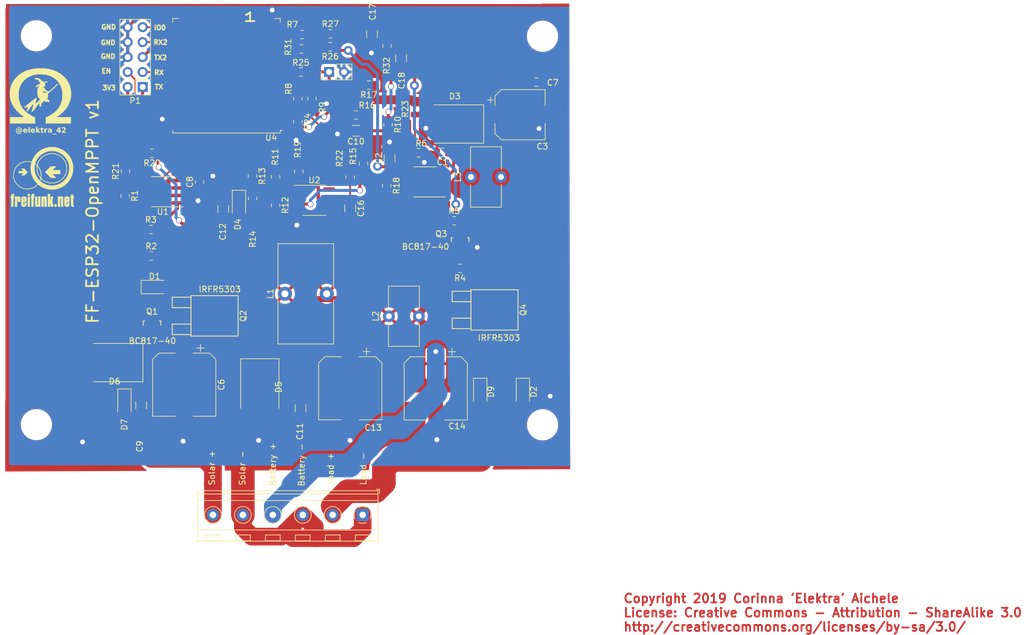
<source format=kicad_pcb>
(kicad_pcb (version 20171130) (host pcbnew 5.1.4-e60b266~84~ubuntu19.04.1)

  (general
    (thickness 1.6)
    (drawings 30)
    (tracks 708)
    (zones 0)
    (modules 72)
    (nets 67)
  )

  (page A4)
  (layers
    (0 F.Cu signal)
    (31 B.Cu power)
    (32 B.Adhes user)
    (33 F.Adhes user)
    (34 B.Paste user)
    (35 F.Paste user)
    (36 B.SilkS user)
    (37 F.SilkS user)
    (38 B.Mask user)
    (39 F.Mask user)
    (40 Dwgs.User user)
    (41 Cmts.User user)
    (42 Eco1.User user)
    (43 Eco2.User user)
    (44 Edge.Cuts user)
    (45 Margin user)
    (46 B.CrtYd user)
    (47 F.CrtYd user)
    (48 B.Fab user)
    (49 F.Fab user)
  )

  (setup
    (last_trace_width 0.3)
    (trace_clearance 0.2)
    (zone_clearance 0.508)
    (zone_45_only yes)
    (trace_min 0.2)
    (via_size 1)
    (via_drill 0.8)
    (via_min_size 0.4)
    (via_min_drill 0.3)
    (user_via 1.5 0.8)
    (uvia_size 0.3)
    (uvia_drill 0.1)
    (uvias_allowed no)
    (uvia_min_size 0.2)
    (uvia_min_drill 0.1)
    (edge_width 0.1)
    (segment_width 0.2)
    (pcb_text_width 0.3)
    (pcb_text_size 1.5 1.5)
    (mod_edge_width 0.15)
    (mod_text_size 1 1)
    (mod_text_width 0.15)
    (pad_size 0.59 0.45)
    (pad_drill 0)
    (pad_to_mask_clearance 0)
    (aux_axis_origin 162.052 81.153)
    (visible_elements 7FFFFFFF)
    (pcbplotparams
      (layerselection 0x3ffff_7ffffffe)
      (usegerberextensions false)
      (usegerberattributes false)
      (usegerberadvancedattributes false)
      (creategerberjobfile false)
      (excludeedgelayer false)
      (linewidth 0.020000)
      (plotframeref false)
      (viasonmask false)
      (mode 1)
      (useauxorigin false)
      (hpglpennumber 1)
      (hpglpenspeed 20)
      (hpglpendiameter 15.000000)
      (psnegative false)
      (psa4output false)
      (plotreference true)
      (plotvalue true)
      (plotinvisibletext false)
      (padsonsilk false)
      (subtractmaskfromsilk false)
      (outputformat 1)
      (mirror false)
      (drillshape 0)
      (scaleselection 1)
      (outputdirectory "/home/elektra/MP-Tracker-Production-Files/"))
  )

  (net 0 "")
  (net 1 "Net-(C1-Pad1)")
  (net 2 GNDPWR)
  (net 3 +BATT)
  (net 4 "Net-(C3-Pad1)")
  (net 5 "Net-(C8-Pad1)")
  (net 6 "Net-(C10-Pad1)")
  (net 7 "Net-(C11-Pad1)")
  (net 8 "Net-(C12-Pad1)")
  (net 9 "Net-(D1-Pad1)")
  (net 10 "Net-(D1-Pad2)")
  (net 11 VAA)
  (net 12 "Net-(P1-Pad1)")
  (net 13 "Net-(P1-Pad3)")
  (net 14 "Net-(P1-Pad5)")
  (net 15 "Net-(Q3-Pad1)")
  (net 16 "Net-(Q3-Pad3)")
  (net 17 "Net-(R1-Pad2)")
  (net 18 "Net-(R3-Pad2)")
  (net 19 "Net-(R7-Pad2)")
  (net 20 "Net-(R8-Pad2)")
  (net 21 "Net-(R11-Pad2)")
  (net 22 "Net-(R19-Pad1)")
  (net 23 "Net-(R26-Pad2)")
  (net 24 "Net-(C16-Pad1)")
  (net 25 "Net-(C17-Pad1)")
  (net 26 "Net-(C18-Pad1)")
  (net 27 "Net-(P2-Pad1)")
  (net 28 "Net-(R19-Pad2)")
  (net 29 "Net-(R25-Pad1)")
  (net 30 "Net-(R31-Pad1)")
  (net 31 "Net-(U4-Pad37)")
  (net 32 "Net-(U4-Pad36)")
  (net 33 "Net-(U4-Pad33)")
  (net 34 "Net-(U4-Pad32)")
  (net 35 "Net-(U4-Pad31)")
  (net 36 "Net-(U4-Pad30)")
  (net 37 "Net-(U4-Pad29)")
  (net 38 "Net-(U4-Pad26)")
  (net 39 "Net-(U4-Pad24)")
  (net 40 "Net-(U4-Pad23)")
  (net 41 "Net-(U4-Pad22)")
  (net 42 "Net-(U4-Pad21)")
  (net 43 "Net-(U4-Pad20)")
  (net 44 "Net-(U4-Pad19)")
  (net 45 "Net-(U4-Pad18)")
  (net 46 "Net-(U4-Pad17)")
  (net 47 "Net-(U4-Pad16)")
  (net 48 "Net-(U4-Pad14)")
  (net 49 "Net-(U4-Pad12)")
  (net 50 "Net-(U4-Pad11)")
  (net 51 "Net-(U4-Pad7)")
  (net 52 "Net-(U4-Pad5)")
  (net 53 "Net-(U4-Pad4)")
  (net 54 "Net-(D4-Pad1)")
  (net 55 "Net-(D5-Pad1)")
  (net 56 "Net-(P1-Pad4)")
  (net 57 "Net-(C6-Pad1)")
  (net 58 "Net-(U2-Pad1)")
  (net 59 "Net-(U2-Pad5)")
  (net 60 "Net-(U2-Pad8)")
  (net 61 "Net-(R18-Pad2)")
  (net 62 "Net-(R23-Pad1)")
  (net 63 "Net-(D3-Pad1)")
  (net 64 "Net-(P1-Pad9)")
  (net 65 "Net-(P1-Pad7)")
  (net 66 "Net-(D6-Pad2)")

  (net_class Default "This is the default net class."
    (clearance 0.2)
    (trace_width 0.3)
    (via_dia 1)
    (via_drill 0.8)
    (uvia_dia 0.3)
    (uvia_drill 0.1)
    (add_net "Net-(C6-Pad1)")
    (add_net "Net-(D3-Pad1)")
    (add_net "Net-(D4-Pad1)")
    (add_net "Net-(D5-Pad1)")
    (add_net "Net-(D6-Pad2)")
    (add_net "Net-(P1-Pad3)")
    (add_net "Net-(P1-Pad4)")
    (add_net "Net-(P1-Pad7)")
    (add_net "Net-(P1-Pad9)")
    (add_net "Net-(R18-Pad2)")
    (add_net "Net-(R23-Pad1)")
    (add_net "Net-(U2-Pad1)")
    (add_net "Net-(U2-Pad5)")
    (add_net "Net-(U2-Pad8)")
    (add_net "Net-(U4-Pad11)")
    (add_net "Net-(U4-Pad12)")
    (add_net "Net-(U4-Pad14)")
    (add_net "Net-(U4-Pad16)")
    (add_net "Net-(U4-Pad17)")
    (add_net "Net-(U4-Pad18)")
    (add_net "Net-(U4-Pad19)")
    (add_net "Net-(U4-Pad20)")
    (add_net "Net-(U4-Pad21)")
    (add_net "Net-(U4-Pad22)")
    (add_net "Net-(U4-Pad23)")
    (add_net "Net-(U4-Pad24)")
    (add_net "Net-(U4-Pad26)")
    (add_net "Net-(U4-Pad29)")
    (add_net "Net-(U4-Pad30)")
    (add_net "Net-(U4-Pad31)")
    (add_net "Net-(U4-Pad32)")
    (add_net "Net-(U4-Pad33)")
    (add_net "Net-(U4-Pad36)")
    (add_net "Net-(U4-Pad37)")
    (add_net "Net-(U4-Pad4)")
    (add_net "Net-(U4-Pad5)")
    (add_net "Net-(U4-Pad7)")
    (add_net VAA)
  )

  (net_class Medium ""
    (clearance 0.2)
    (trace_width 0.5)
    (via_dia 1)
    (via_drill 0.8)
    (uvia_dia 0.3)
    (uvia_drill 0.1)
    (add_net +BATT)
    (add_net GNDPWR)
    (add_net "Net-(C1-Pad1)")
    (add_net "Net-(C10-Pad1)")
    (add_net "Net-(C11-Pad1)")
    (add_net "Net-(C12-Pad1)")
    (add_net "Net-(C16-Pad1)")
    (add_net "Net-(C17-Pad1)")
    (add_net "Net-(C18-Pad1)")
    (add_net "Net-(C3-Pad1)")
    (add_net "Net-(C8-Pad1)")
    (add_net "Net-(D1-Pad1)")
    (add_net "Net-(D1-Pad2)")
    (add_net "Net-(P1-Pad1)")
    (add_net "Net-(P1-Pad5)")
    (add_net "Net-(P2-Pad1)")
    (add_net "Net-(Q3-Pad1)")
    (add_net "Net-(Q3-Pad3)")
    (add_net "Net-(R1-Pad2)")
    (add_net "Net-(R11-Pad2)")
    (add_net "Net-(R19-Pad1)")
    (add_net "Net-(R19-Pad2)")
    (add_net "Net-(R25-Pad1)")
    (add_net "Net-(R26-Pad2)")
    (add_net "Net-(R3-Pad2)")
    (add_net "Net-(R31-Pad1)")
    (add_net "Net-(R7-Pad2)")
    (add_net "Net-(R8-Pad2)")
  )

  (net_class Power ""
    (clearance 0.2)
    (trace_width 1)
    (via_dia 1)
    (via_drill 0.8)
    (uvia_dia 0.8)
    (uvia_drill 0.6)
  )

  (net_class Small ""
    (clearance 0.2)
    (trace_width 0.2)
    (via_dia 1)
    (via_drill 0.8)
    (uvia_dia 0.3)
    (uvia_drill 0.1)
  )

  (module Diode_SMD:D_SMC (layer F.Cu) (tedit 5864295D) (tstamp 5DC3F8EA)
    (at 95.405 130.265 180)
    (descr "Diode SMC (DO-214AB)")
    (tags "Diode SMC (DO-214AB)")
    (path /5E7FA29B)
    (attr smd)
    (fp_text reference D6 (at 0 -3.18) (layer F.SilkS)
      (effects (font (size 1 1) (thickness 0.15)))
    )
    (fp_text value SK84 (at 2.375 3.435) (layer F.Fab)
      (effects (font (size 1 1) (thickness 0.15)))
    )
    (fp_line (start -4.8 -3.25) (end 3.6 -3.25) (layer F.SilkS) (width 0.12))
    (fp_line (start -4.8 3.25) (end 3.6 3.25) (layer F.SilkS) (width 0.12))
    (fp_line (start -0.64944 0.00102) (end 0.50118 -0.79908) (layer F.Fab) (width 0.1))
    (fp_line (start -0.64944 0.00102) (end 0.50118 0.75032) (layer F.Fab) (width 0.1))
    (fp_line (start 0.50118 0.75032) (end 0.50118 -0.79908) (layer F.Fab) (width 0.1))
    (fp_line (start -0.64944 -0.79908) (end -0.64944 0.80112) (layer F.Fab) (width 0.1))
    (fp_line (start 0.50118 0.00102) (end 1.4994 0.00102) (layer F.Fab) (width 0.1))
    (fp_line (start -0.64944 0.00102) (end -1.55114 0.00102) (layer F.Fab) (width 0.1))
    (fp_line (start -4.9 3.35) (end -4.9 -3.35) (layer F.CrtYd) (width 0.05))
    (fp_line (start 4.9 3.35) (end -4.9 3.35) (layer F.CrtYd) (width 0.05))
    (fp_line (start 4.9 -3.35) (end 4.9 3.35) (layer F.CrtYd) (width 0.05))
    (fp_line (start -4.9 -3.35) (end 4.9 -3.35) (layer F.CrtYd) (width 0.05))
    (fp_line (start 3.55 -3.1) (end -3.55 -3.1) (layer F.Fab) (width 0.1))
    (fp_line (start 3.55 -3.1) (end 3.55 3.1) (layer F.Fab) (width 0.1))
    (fp_line (start -3.55 3.1) (end -3.55 -3.1) (layer F.Fab) (width 0.1))
    (fp_line (start 3.55 3.1) (end -3.55 3.1) (layer F.Fab) (width 0.1))
    (fp_line (start -4.8 3.25) (end -4.8 -3.25) (layer F.SilkS) (width 0.12))
    (fp_text user %R (at 0.185 1.455) (layer F.Fab)
      (effects (font (size 1 1) (thickness 0.15)))
    )
    (pad 2 smd rect (at 3.4 0 270) (size 3.3 2.5) (layers F.Cu F.Paste F.Mask)
      (net 66 "Net-(D6-Pad2)"))
    (pad 1 smd rect (at -3.4 0 270) (size 3.3 2.5) (layers F.Cu F.Paste F.Mask)
      (net 57 "Net-(C6-Pad1)"))
    (model ${KISYS3DMOD}/Diode_SMD.3dshapes/D_SMC.wrl
      (at (xyz 0 0 0))
      (scale (xyz 1 1 1))
      (rotate (xyz 0 0 0))
    )
  )

  (module Diode_SMD:D_SMC (layer F.Cu) (tedit 5864295D) (tstamp 57D00F12)
    (at 120.0465 134.4179 270)
    (descr "Diode SMC (DO-214AB)")
    (tags "Diode SMC (DO-214AB)")
    (path /57BDD1D7)
    (attr smd)
    (fp_text reference D5 (at 0 -3.18 90) (layer F.SilkS)
      (effects (font (size 1 1) (thickness 0.15)))
    )
    (fp_text value DIODESCH (at 0 3.18 90) (layer F.Fab)
      (effects (font (size 1 1) (thickness 0.15)))
    )
    (fp_line (start -4.8 -3.25) (end 3.6 -3.25) (layer F.SilkS) (width 0.12))
    (fp_line (start -4.8 3.25) (end 3.6 3.25) (layer F.SilkS) (width 0.12))
    (fp_line (start -0.64944 0.00102) (end 0.50118 -0.79908) (layer F.Fab) (width 0.1))
    (fp_line (start -0.64944 0.00102) (end 0.50118 0.75032) (layer F.Fab) (width 0.1))
    (fp_line (start 0.50118 0.75032) (end 0.50118 -0.79908) (layer F.Fab) (width 0.1))
    (fp_line (start -0.64944 -0.79908) (end -0.64944 0.80112) (layer F.Fab) (width 0.1))
    (fp_line (start 0.50118 0.00102) (end 1.4994 0.00102) (layer F.Fab) (width 0.1))
    (fp_line (start -0.64944 0.00102) (end -1.55114 0.00102) (layer F.Fab) (width 0.1))
    (fp_line (start -4.9 3.35) (end -4.9 -3.35) (layer F.CrtYd) (width 0.05))
    (fp_line (start 4.9 3.35) (end -4.9 3.35) (layer F.CrtYd) (width 0.05))
    (fp_line (start 4.9 -3.35) (end 4.9 3.35) (layer F.CrtYd) (width 0.05))
    (fp_line (start -4.9 -3.35) (end 4.9 -3.35) (layer F.CrtYd) (width 0.05))
    (fp_line (start 3.55 -3.1) (end -3.55 -3.1) (layer F.Fab) (width 0.1))
    (fp_line (start 3.55 -3.1) (end 3.55 3.1) (layer F.Fab) (width 0.1))
    (fp_line (start -3.55 3.1) (end -3.55 -3.1) (layer F.Fab) (width 0.1))
    (fp_line (start 3.55 3.1) (end -3.55 3.1) (layer F.Fab) (width 0.1))
    (fp_line (start -4.8 3.25) (end -4.8 -3.25) (layer F.SilkS) (width 0.12))
    (fp_text user %R (at -1.0579 -2.0135 90) (layer F.Fab)
      (effects (font (size 1 1) (thickness 0.15)))
    )
    (pad 2 smd rect (at 3.4 0) (size 3.3 2.5) (layers F.Cu F.Paste F.Mask)
      (net 2 GNDPWR))
    (pad 1 smd rect (at -3.4 0) (size 3.3 2.5) (layers F.Cu F.Paste F.Mask)
      (net 55 "Net-(D5-Pad1)"))
    (model ${KISYS3DMOD}/Diode_SMD.3dshapes/D_SMC.wrl
      (at (xyz 0 0 0))
      (scale (xyz 1 1 1))
      (rotate (xyz 0 0 0))
    )
  )

  (module Diode_SMD:D_SMC (layer F.Cu) (tedit 5864295D) (tstamp 5DC40EBC)
    (at 153.2316 89.752 180)
    (descr "Diode SMC (DO-214AB)")
    (tags "Diode SMC (DO-214AB)")
    (path /5E50A77E)
    (attr smd)
    (fp_text reference D3 (at 0.1016 4.699) (layer F.SilkS)
      (effects (font (size 1 1) (thickness 0.15)))
    )
    (fp_text value SK84 (at 0 3.18) (layer F.Fab)
      (effects (font (size 1 1) (thickness 0.15)))
    )
    (fp_line (start -4.8 -3.25) (end 3.6 -3.25) (layer F.SilkS) (width 0.12))
    (fp_line (start -4.8 3.25) (end 3.6 3.25) (layer F.SilkS) (width 0.12))
    (fp_line (start -0.64944 0.00102) (end 0.50118 -0.79908) (layer F.Fab) (width 0.1))
    (fp_line (start -0.64944 0.00102) (end 0.50118 0.75032) (layer F.Fab) (width 0.1))
    (fp_line (start 0.50118 0.75032) (end 0.50118 -0.79908) (layer F.Fab) (width 0.1))
    (fp_line (start -0.64944 -0.79908) (end -0.64944 0.80112) (layer F.Fab) (width 0.1))
    (fp_line (start 0.50118 0.00102) (end 1.4994 0.00102) (layer F.Fab) (width 0.1))
    (fp_line (start -0.64944 0.00102) (end -1.55114 0.00102) (layer F.Fab) (width 0.1))
    (fp_line (start -4.9 3.35) (end -4.9 -3.35) (layer F.CrtYd) (width 0.05))
    (fp_line (start 4.9 3.35) (end -4.9 3.35) (layer F.CrtYd) (width 0.05))
    (fp_line (start 4.9 -3.35) (end 4.9 3.35) (layer F.CrtYd) (width 0.05))
    (fp_line (start -4.9 -3.35) (end 4.9 -3.35) (layer F.CrtYd) (width 0.05))
    (fp_line (start 3.55 -3.1) (end -3.55 -3.1) (layer F.Fab) (width 0.1))
    (fp_line (start 3.55 -3.1) (end 3.55 3.1) (layer F.Fab) (width 0.1))
    (fp_line (start -3.55 3.1) (end -3.55 -3.1) (layer F.Fab) (width 0.1))
    (fp_line (start 3.55 3.1) (end -3.55 3.1) (layer F.Fab) (width 0.1))
    (fp_line (start -4.8 3.25) (end -4.8 -3.25) (layer F.SilkS) (width 0.12))
    (fp_text user %R (at 1.0816 1.592) (layer F.Fab)
      (effects (font (size 1 1) (thickness 0.15)))
    )
    (pad 2 smd rect (at 3.4 0 270) (size 3.3 2.5) (layers F.Cu F.Paste F.Mask)
      (net 2 GNDPWR))
    (pad 1 smd rect (at -3.4 0 270) (size 3.3 2.5) (layers F.Cu F.Paste F.Mask)
      (net 63 "Net-(D3-Pad1)"))
    (model ${KISYS3DMOD}/Diode_SMD.3dshapes/D_SMC.wrl
      (at (xyz 0 0 0))
      (scale (xyz 1 1 1))
      (rotate (xyz 0 0 0))
    )
  )

  (module Capacitor_SMD:C_1206_3216Metric_Pad1.42x1.75mm_HandSolder (layer F.Cu) (tedit 5B301BBE) (tstamp 57D00ED6)
    (at 99.917 137.504 270)
    (descr "Capacitor SMD 1206 (3216 Metric), square (rectangular) end terminal, IPC_7351 nominal with elongated pad for handsoldering. (Body size source: http://www.tortai-tech.com/upload/download/2011102023233369053.pdf), generated with kicad-footprint-generator")
    (tags "capacitor handsolder")
    (path /57BDC70A)
    (attr smd)
    (fp_text reference C9 (at 6.985 0.254 90) (layer F.SilkS)
      (effects (font (size 1 1) (thickness 0.15)))
    )
    (fp_text value 100n (at 4.064 -0.254 90) (layer F.Fab)
      (effects (font (size 1 1) (thickness 0.15)))
    )
    (fp_text user %R (at 0 0 90) (layer F.Fab)
      (effects (font (size 0.5 0.5) (thickness 0.08)))
    )
    (fp_line (start 2.45 1.12) (end -2.45 1.12) (layer F.CrtYd) (width 0.05))
    (fp_line (start 2.45 -1.12) (end 2.45 1.12) (layer F.CrtYd) (width 0.05))
    (fp_line (start -2.45 -1.12) (end 2.45 -1.12) (layer F.CrtYd) (width 0.05))
    (fp_line (start -2.45 1.12) (end -2.45 -1.12) (layer F.CrtYd) (width 0.05))
    (fp_line (start -0.602064 0.91) (end 0.602064 0.91) (layer F.SilkS) (width 0.12))
    (fp_line (start -0.602064 -0.91) (end 0.602064 -0.91) (layer F.SilkS) (width 0.12))
    (fp_line (start 1.6 0.8) (end -1.6 0.8) (layer F.Fab) (width 0.1))
    (fp_line (start 1.6 -0.8) (end 1.6 0.8) (layer F.Fab) (width 0.1))
    (fp_line (start -1.6 -0.8) (end 1.6 -0.8) (layer F.Fab) (width 0.1))
    (fp_line (start -1.6 0.8) (end -1.6 -0.8) (layer F.Fab) (width 0.1))
    (pad 2 smd roundrect (at 1.4875 0 270) (size 1.425 1.75) (layers F.Cu F.Paste F.Mask) (roundrect_rratio 0.175439)
      (net 2 GNDPWR))
    (pad 1 smd roundrect (at -1.4875 0 270) (size 1.425 1.75) (layers F.Cu F.Paste F.Mask) (roundrect_rratio 0.175439)
      (net 57 "Net-(C6-Pad1)"))
    (model ${KISYS3DMOD}/Capacitor_SMD.3dshapes/C_1206_3216Metric.wrl
      (at (xyz 0 0 0))
      (scale (xyz 1 1 1))
      (rotate (xyz 0 0 0))
    )
  )

  (module Capacitor_SMD:C_1206_3216Metric_Pad1.42x1.75mm_HandSolder (layer F.Cu) (tedit 5B301BBE) (tstamp 57D00EE2)
    (at 126.968 138.012 270)
    (descr "Capacitor SMD 1206 (3216 Metric), square (rectangular) end terminal, IPC_7351 nominal with elongated pad for handsoldering. (Body size source: http://www.tortai-tech.com/upload/download/2011102023233369053.pdf), generated with kicad-footprint-generator")
    (tags "capacitor handsolder")
    (path /57BDD315)
    (attr smd)
    (fp_text reference C11 (at 3.937 0.127 90) (layer F.SilkS)
      (effects (font (size 1 1) (thickness 0.15)))
    )
    (fp_text value 100n (at 0 1.65 90) (layer F.Fab)
      (effects (font (size 1 1) (thickness 0.15)))
    )
    (fp_text user %R (at 0 0 90) (layer F.Fab)
      (effects (font (size 0.5 0.5) (thickness 0.08)))
    )
    (fp_line (start 2.45 1.12) (end -2.45 1.12) (layer F.CrtYd) (width 0.05))
    (fp_line (start 2.45 -1.12) (end 2.45 1.12) (layer F.CrtYd) (width 0.05))
    (fp_line (start -2.45 -1.12) (end 2.45 -1.12) (layer F.CrtYd) (width 0.05))
    (fp_line (start -2.45 1.12) (end -2.45 -1.12) (layer F.CrtYd) (width 0.05))
    (fp_line (start -0.602064 0.91) (end 0.602064 0.91) (layer F.SilkS) (width 0.12))
    (fp_line (start -0.602064 -0.91) (end 0.602064 -0.91) (layer F.SilkS) (width 0.12))
    (fp_line (start 1.6 0.8) (end -1.6 0.8) (layer F.Fab) (width 0.1))
    (fp_line (start 1.6 -0.8) (end 1.6 0.8) (layer F.Fab) (width 0.1))
    (fp_line (start -1.6 -0.8) (end 1.6 -0.8) (layer F.Fab) (width 0.1))
    (fp_line (start -1.6 0.8) (end -1.6 -0.8) (layer F.Fab) (width 0.1))
    (pad 2 smd roundrect (at 1.4875 0 270) (size 1.425 1.75) (layers F.Cu F.Paste F.Mask) (roundrect_rratio 0.175439)
      (net 2 GNDPWR))
    (pad 1 smd roundrect (at -1.4875 0 270) (size 1.425 1.75) (layers F.Cu F.Paste F.Mask) (roundrect_rratio 0.175439)
      (net 7 "Net-(C11-Pad1)"))
    (model ${KISYS3DMOD}/Capacitor_SMD.3dshapes/C_1206_3216Metric.wrl
      (at (xyz 0 0 0))
      (scale (xyz 1 1 1))
      (rotate (xyz 0 0 0))
    )
  )

  (module MountingHole:MountingHole_4.3mm_M4_DIN965 (layer F.Cu) (tedit 56D1B4CB) (tstamp 5906D703)
    (at 168.01 74.85)
    (descr "Mounting Hole 4.3mm, no annular, M4, DIN965")
    (tags "mounting hole 4.3mm no annular m4 din965")
    (attr virtual)
    (fp_text reference "" (at 0.36 6.04) (layer F.SilkS)
      (effects (font (size 1 1) (thickness 0.15)))
    )
    (fp_text value "" (at 0 3.8) (layer F.Fab)
      (effects (font (size 1 1) (thickness 0.15)))
    )
    (fp_circle (center 0 0) (end 4 0) (layer F.CrtYd) (width 0.05))
    (fp_circle (center 0 0) (end 3.75 0) (layer Cmts.User) (width 0.15))
    (fp_text user %R (at 0.3 0) (layer F.Fab)
      (effects (font (size 1 1) (thickness 0.15)))
    )
    (pad 1 np_thru_hole circle (at 0 0) (size 4.3 4.3) (drill 4.3) (layers *.Cu *.Mask))
  )

  (module MountingHole:MountingHole_4.3mm_M4_DIN965 (layer F.Cu) (tedit 56D1B4CB) (tstamp 5DCDB645)
    (at 82.13 74.77)
    (descr "Mounting Hole 4.3mm, no annular, M4, DIN965")
    (tags "mounting hole 4.3mm no annular m4 din965")
    (attr virtual)
    (fp_text reference "" (at -0.889 3.937) (layer F.SilkS)
      (effects (font (size 1 1) (thickness 0.15)))
    )
    (fp_text value "" (at 0 3.8) (layer F.Fab)
      (effects (font (size 1 1) (thickness 0.15)))
    )
    (fp_circle (center 0 0) (end 4 0) (layer F.CrtYd) (width 0.05))
    (fp_circle (center 0 0) (end 3.75 0) (layer Cmts.User) (width 0.15))
    (fp_text user %R (at 0.3 0) (layer F.Fab)
      (effects (font (size 1 1) (thickness 0.15)))
    )
    (pad 1 np_thru_hole circle (at 0 0) (size 4.3 4.3) (drill 4.3) (layers *.Cu *.Mask))
  )

  (module MountingHole:MountingHole_4.3mm_M4_DIN965 (layer F.Cu) (tedit 56D1B4CB) (tstamp 5903EE02)
    (at 168.02 140.83)
    (descr "Mounting Hole 4.3mm, no annular, M4, DIN965")
    (tags "mounting hole 4.3mm no annular m4 din965")
    (attr virtual)
    (fp_text reference "" (at 0 -3.8) (layer F.SilkS)
      (effects (font (size 1 1) (thickness 0.15)))
    )
    (fp_text value "" (at 0 3.8) (layer F.Fab)
      (effects (font (size 1 1) (thickness 0.15)))
    )
    (fp_circle (center 0 0) (end 4 0) (layer F.CrtYd) (width 0.05))
    (fp_circle (center 0 0) (end 3.75 0) (layer Cmts.User) (width 0.15))
    (fp_text user %R (at 0.3 0) (layer F.Fab)
      (effects (font (size 1 1) (thickness 0.15)))
    )
    (pad 1 np_thru_hole circle (at 0 0) (size 4.3 4.3) (drill 4.3) (layers *.Cu *.Mask))
  )

  (module MountingHole:MountingHole_4.3mm_M4_DIN965 (layer F.Cu) (tedit 56D1B4CB) (tstamp 5DCDB3E8)
    (at 82.14 140.8)
    (descr "Mounting Hole 4.3mm, no annular, M4, DIN965")
    (tags "mounting hole 4.3mm no annular m4 din965")
    (attr virtual)
    (fp_text reference "" (at 0 -3.8) (layer F.SilkS)
      (effects (font (size 1 1) (thickness 0.15)))
    )
    (fp_text value "" (at 0 3.8) (layer F.Fab)
      (effects (font (size 1 1) (thickness 0.15)))
    )
    (fp_circle (center 0 0) (end 4 0) (layer F.CrtYd) (width 0.05))
    (fp_circle (center 0 0) (end 3.75 0) (layer Cmts.User) (width 0.15))
    (fp_text user %R (at 0.3 0) (layer F.Fab)
      (effects (font (size 1 1) (thickness 0.15)))
    )
    (pad 1 np_thru_hole circle (at 0 0) (size 4.3 4.3) (drill 4.3) (layers *.Cu *.Mask))
  )

  (module Capacitor_SMD:CP_Elec_10x14.3 (layer F.Cu) (tedit 5BCA39D1) (tstamp 5906D3D5)
    (at 149.8915 134.6465 270)
    (descr "SMD capacitor, aluminum electrolytic, Vishay 1014, 10.0x14.3mm, http://www.vishay.com/docs/28395/150crz.pdf")
    (tags "capacitor electrolytic")
    (path /57BDD744)
    (attr smd)
    (fp_text reference C14 (at 6.4135 -3.6195 180) (layer F.SilkS)
      (effects (font (size 1 1) (thickness 0.15)))
    )
    (fp_text value 330u (at 7.1755 3.6195 180) (layer F.Fab)
      (effects (font (size 1 1) (thickness 0.15)))
    )
    (fp_text user %R (at 0 0 90) (layer F.Fab)
      (effects (font (size 1 1) (thickness 0.15)))
    )
    (fp_line (start -6.65 1.5) (end -5.5 1.5) (layer F.CrtYd) (width 0.05))
    (fp_line (start -6.65 -1.5) (end -6.65 1.5) (layer F.CrtYd) (width 0.05))
    (fp_line (start -5.5 -1.5) (end -6.65 -1.5) (layer F.CrtYd) (width 0.05))
    (fp_line (start -5.5 1.5) (end -5.5 4.35) (layer F.CrtYd) (width 0.05))
    (fp_line (start -5.5 -4.35) (end -5.5 -1.5) (layer F.CrtYd) (width 0.05))
    (fp_line (start -5.5 -4.35) (end -4.35 -5.5) (layer F.CrtYd) (width 0.05))
    (fp_line (start -5.5 4.35) (end -4.35 5.5) (layer F.CrtYd) (width 0.05))
    (fp_line (start -4.35 -5.5) (end 5.5 -5.5) (layer F.CrtYd) (width 0.05))
    (fp_line (start -4.35 5.5) (end 5.5 5.5) (layer F.CrtYd) (width 0.05))
    (fp_line (start 5.5 1.5) (end 5.5 5.5) (layer F.CrtYd) (width 0.05))
    (fp_line (start 6.65 1.5) (end 5.5 1.5) (layer F.CrtYd) (width 0.05))
    (fp_line (start 6.65 -1.5) (end 6.65 1.5) (layer F.CrtYd) (width 0.05))
    (fp_line (start 5.5 -1.5) (end 6.65 -1.5) (layer F.CrtYd) (width 0.05))
    (fp_line (start 5.5 -5.5) (end 5.5 -1.5) (layer F.CrtYd) (width 0.05))
    (fp_line (start -6.225 -3.385) (end -6.225 -2.135) (layer F.SilkS) (width 0.12))
    (fp_line (start -6.85 -2.76) (end -5.6 -2.76) (layer F.SilkS) (width 0.12))
    (fp_line (start -5.36 4.295563) (end -4.295563 5.36) (layer F.SilkS) (width 0.12))
    (fp_line (start -5.36 -4.295563) (end -4.295563 -5.36) (layer F.SilkS) (width 0.12))
    (fp_line (start -5.36 -4.295563) (end -5.36 -1.51) (layer F.SilkS) (width 0.12))
    (fp_line (start -5.36 4.295563) (end -5.36 1.51) (layer F.SilkS) (width 0.12))
    (fp_line (start -4.295563 5.36) (end 5.36 5.36) (layer F.SilkS) (width 0.12))
    (fp_line (start -4.295563 -5.36) (end 5.36 -5.36) (layer F.SilkS) (width 0.12))
    (fp_line (start 5.36 -5.36) (end 5.36 -1.51) (layer F.SilkS) (width 0.12))
    (fp_line (start 5.36 5.36) (end 5.36 1.51) (layer F.SilkS) (width 0.12))
    (fp_line (start -4.058325 -2.2) (end -4.058325 -1.2) (layer F.Fab) (width 0.1))
    (fp_line (start -4.558325 -1.7) (end -3.558325 -1.7) (layer F.Fab) (width 0.1))
    (fp_line (start -5.25 4.25) (end -4.25 5.25) (layer F.Fab) (width 0.1))
    (fp_line (start -5.25 -4.25) (end -4.25 -5.25) (layer F.Fab) (width 0.1))
    (fp_line (start -5.25 -4.25) (end -5.25 4.25) (layer F.Fab) (width 0.1))
    (fp_line (start -4.25 5.25) (end 5.25 5.25) (layer F.Fab) (width 0.1))
    (fp_line (start -4.25 -5.25) (end 5.25 -5.25) (layer F.Fab) (width 0.1))
    (fp_line (start 5.25 -5.25) (end 5.25 5.25) (layer F.Fab) (width 0.1))
    (fp_circle (center 0 0) (end 5 0) (layer F.Fab) (width 0.1))
    (pad 2 smd roundrect (at 4.2 0 270) (size 4.4 2.5) (layers F.Cu F.Paste F.Mask) (roundrect_rratio 0.1)
      (net 2 GNDPWR))
    (pad 1 smd roundrect (at -4.2 0 270) (size 4.4 2.5) (layers F.Cu F.Paste F.Mask) (roundrect_rratio 0.1)
      (net 3 +BATT))
    (model ${KISYS3DMOD}/Capacitor_SMD.3dshapes/CP_Elec_10x14.3.wrl
      (at (xyz 0 0 0))
      (scale (xyz 1 1 1))
      (rotate (xyz 0 0 0))
    )
  )

  (module Capacitor_SMD:CP_Elec_10x14.3 (layer F.Cu) (tedit 5BCA39D1) (tstamp 57D00EEE)
    (at 135.3881 134.6211 270)
    (descr "SMD capacitor, aluminum electrolytic, Vishay 1014, 10.0x14.3mm, http://www.vishay.com/docs/28395/150crz.pdf")
    (tags "capacitor electrolytic")
    (path /57BDD477)
    (attr smd)
    (fp_text reference C13 (at 6.6929 -3.8989 180) (layer F.SilkS)
      (effects (font (size 1 1) (thickness 0.15)))
    )
    (fp_text value 1000u (at 7.2009 3.3401 180) (layer F.Fab)
      (effects (font (size 1 1) (thickness 0.15)))
    )
    (fp_text user %R (at 0 0 90) (layer F.Fab)
      (effects (font (size 1 1) (thickness 0.15)))
    )
    (fp_line (start -6.65 1.5) (end -5.5 1.5) (layer F.CrtYd) (width 0.05))
    (fp_line (start -6.65 -1.5) (end -6.65 1.5) (layer F.CrtYd) (width 0.05))
    (fp_line (start -5.5 -1.5) (end -6.65 -1.5) (layer F.CrtYd) (width 0.05))
    (fp_line (start -5.5 1.5) (end -5.5 4.35) (layer F.CrtYd) (width 0.05))
    (fp_line (start -5.5 -4.35) (end -5.5 -1.5) (layer F.CrtYd) (width 0.05))
    (fp_line (start -5.5 -4.35) (end -4.35 -5.5) (layer F.CrtYd) (width 0.05))
    (fp_line (start -5.5 4.35) (end -4.35 5.5) (layer F.CrtYd) (width 0.05))
    (fp_line (start -4.35 -5.5) (end 5.5 -5.5) (layer F.CrtYd) (width 0.05))
    (fp_line (start -4.35 5.5) (end 5.5 5.5) (layer F.CrtYd) (width 0.05))
    (fp_line (start 5.5 1.5) (end 5.5 5.5) (layer F.CrtYd) (width 0.05))
    (fp_line (start 6.65 1.5) (end 5.5 1.5) (layer F.CrtYd) (width 0.05))
    (fp_line (start 6.65 -1.5) (end 6.65 1.5) (layer F.CrtYd) (width 0.05))
    (fp_line (start 5.5 -1.5) (end 6.65 -1.5) (layer F.CrtYd) (width 0.05))
    (fp_line (start 5.5 -5.5) (end 5.5 -1.5) (layer F.CrtYd) (width 0.05))
    (fp_line (start -6.225 -3.385) (end -6.225 -2.135) (layer F.SilkS) (width 0.12))
    (fp_line (start -6.85 -2.76) (end -5.6 -2.76) (layer F.SilkS) (width 0.12))
    (fp_line (start -5.36 4.295563) (end -4.295563 5.36) (layer F.SilkS) (width 0.12))
    (fp_line (start -5.36 -4.295563) (end -4.295563 -5.36) (layer F.SilkS) (width 0.12))
    (fp_line (start -5.36 -4.295563) (end -5.36 -1.51) (layer F.SilkS) (width 0.12))
    (fp_line (start -5.36 4.295563) (end -5.36 1.51) (layer F.SilkS) (width 0.12))
    (fp_line (start -4.295563 5.36) (end 5.36 5.36) (layer F.SilkS) (width 0.12))
    (fp_line (start -4.295563 -5.36) (end 5.36 -5.36) (layer F.SilkS) (width 0.12))
    (fp_line (start 5.36 -5.36) (end 5.36 -1.51) (layer F.SilkS) (width 0.12))
    (fp_line (start 5.36 5.36) (end 5.36 1.51) (layer F.SilkS) (width 0.12))
    (fp_line (start -4.058325 -2.2) (end -4.058325 -1.2) (layer F.Fab) (width 0.1))
    (fp_line (start -4.558325 -1.7) (end -3.558325 -1.7) (layer F.Fab) (width 0.1))
    (fp_line (start -5.25 4.25) (end -4.25 5.25) (layer F.Fab) (width 0.1))
    (fp_line (start -5.25 -4.25) (end -4.25 -5.25) (layer F.Fab) (width 0.1))
    (fp_line (start -5.25 -4.25) (end -5.25 4.25) (layer F.Fab) (width 0.1))
    (fp_line (start -4.25 5.25) (end 5.25 5.25) (layer F.Fab) (width 0.1))
    (fp_line (start -4.25 -5.25) (end 5.25 -5.25) (layer F.Fab) (width 0.1))
    (fp_line (start 5.25 -5.25) (end 5.25 5.25) (layer F.Fab) (width 0.1))
    (fp_circle (center 0 0) (end 5 0) (layer F.Fab) (width 0.1))
    (pad 2 smd roundrect (at 4.2 0 270) (size 4.4 2.5) (layers F.Cu F.Paste F.Mask) (roundrect_rratio 0.1)
      (net 2 GNDPWR))
    (pad 1 smd roundrect (at -4.2 0 270) (size 4.4 2.5) (layers F.Cu F.Paste F.Mask) (roundrect_rratio 0.1)
      (net 7 "Net-(C11-Pad1)"))
    (model ${KISYS3DMOD}/Capacitor_SMD.3dshapes/CP_Elec_10x14.3.wrl
      (at (xyz 0 0 0))
      (scale (xyz 1 1 1))
      (rotate (xyz 0 0 0))
    )
  )

  (module Capacitor_SMD:CP_Elec_10x14.3 (layer F.Cu) (tedit 5BCA39D1) (tstamp 57D00EC4)
    (at 107.2195 134.0115 270)
    (descr "SMD capacitor, aluminum electrolytic, Vishay 1014, 10.0x14.3mm, http://www.vishay.com/docs/28395/150crz.pdf")
    (tags "capacitor electrolytic")
    (path /57BDD4B3)
    (attr smd)
    (fp_text reference C6 (at 0 -6.3 90) (layer F.SilkS)
      (effects (font (size 1 1) (thickness 0.15)))
    )
    (fp_text value 330u (at -2.3495 6.3 90) (layer F.Fab)
      (effects (font (size 1 1) (thickness 0.15)))
    )
    (fp_text user %R (at 0 0 90) (layer F.Fab)
      (effects (font (size 1 1) (thickness 0.15)))
    )
    (fp_line (start -6.65 1.5) (end -5.5 1.5) (layer F.CrtYd) (width 0.05))
    (fp_line (start -6.65 -1.5) (end -6.65 1.5) (layer F.CrtYd) (width 0.05))
    (fp_line (start -5.5 -1.5) (end -6.65 -1.5) (layer F.CrtYd) (width 0.05))
    (fp_line (start -5.5 1.5) (end -5.5 4.35) (layer F.CrtYd) (width 0.05))
    (fp_line (start -5.5 -4.35) (end -5.5 -1.5) (layer F.CrtYd) (width 0.05))
    (fp_line (start -5.5 -4.35) (end -4.35 -5.5) (layer F.CrtYd) (width 0.05))
    (fp_line (start -5.5 4.35) (end -4.35 5.5) (layer F.CrtYd) (width 0.05))
    (fp_line (start -4.35 -5.5) (end 5.5 -5.5) (layer F.CrtYd) (width 0.05))
    (fp_line (start -4.35 5.5) (end 5.5 5.5) (layer F.CrtYd) (width 0.05))
    (fp_line (start 5.5 1.5) (end 5.5 5.5) (layer F.CrtYd) (width 0.05))
    (fp_line (start 6.65 1.5) (end 5.5 1.5) (layer F.CrtYd) (width 0.05))
    (fp_line (start 6.65 -1.5) (end 6.65 1.5) (layer F.CrtYd) (width 0.05))
    (fp_line (start 5.5 -1.5) (end 6.65 -1.5) (layer F.CrtYd) (width 0.05))
    (fp_line (start 5.5 -5.5) (end 5.5 -1.5) (layer F.CrtYd) (width 0.05))
    (fp_line (start -6.225 -3.385) (end -6.225 -2.135) (layer F.SilkS) (width 0.12))
    (fp_line (start -6.85 -2.76) (end -5.6 -2.76) (layer F.SilkS) (width 0.12))
    (fp_line (start -5.36 4.295563) (end -4.295563 5.36) (layer F.SilkS) (width 0.12))
    (fp_line (start -5.36 -4.295563) (end -4.295563 -5.36) (layer F.SilkS) (width 0.12))
    (fp_line (start -5.36 -4.295563) (end -5.36 -1.51) (layer F.SilkS) (width 0.12))
    (fp_line (start -5.36 4.295563) (end -5.36 1.51) (layer F.SilkS) (width 0.12))
    (fp_line (start -4.295563 5.36) (end 5.36 5.36) (layer F.SilkS) (width 0.12))
    (fp_line (start -4.295563 -5.36) (end 5.36 -5.36) (layer F.SilkS) (width 0.12))
    (fp_line (start 5.36 -5.36) (end 5.36 -1.51) (layer F.SilkS) (width 0.12))
    (fp_line (start 5.36 5.36) (end 5.36 1.51) (layer F.SilkS) (width 0.12))
    (fp_line (start -4.058325 -2.2) (end -4.058325 -1.2) (layer F.Fab) (width 0.1))
    (fp_line (start -4.558325 -1.7) (end -3.558325 -1.7) (layer F.Fab) (width 0.1))
    (fp_line (start -5.25 4.25) (end -4.25 5.25) (layer F.Fab) (width 0.1))
    (fp_line (start -5.25 -4.25) (end -4.25 -5.25) (layer F.Fab) (width 0.1))
    (fp_line (start -5.25 -4.25) (end -5.25 4.25) (layer F.Fab) (width 0.1))
    (fp_line (start -4.25 5.25) (end 5.25 5.25) (layer F.Fab) (width 0.1))
    (fp_line (start -4.25 -5.25) (end 5.25 -5.25) (layer F.Fab) (width 0.1))
    (fp_line (start 5.25 -5.25) (end 5.25 5.25) (layer F.Fab) (width 0.1))
    (fp_circle (center 0 0) (end 5 0) (layer F.Fab) (width 0.1))
    (pad 2 smd roundrect (at 4.2 0 270) (size 4.4 2.5) (layers F.Cu F.Paste F.Mask) (roundrect_rratio 0.1)
      (net 2 GNDPWR))
    (pad 1 smd roundrect (at -4.2 0 270) (size 4.4 2.5) (layers F.Cu F.Paste F.Mask) (roundrect_rratio 0.1)
      (net 57 "Net-(C6-Pad1)"))
    (model ${KISYS3DMOD}/Capacitor_SMD.3dshapes/CP_Elec_10x14.3.wrl
      (at (xyz 0 0 0))
      (scale (xyz 1 1 1))
      (rotate (xyz 0 0 0))
    )
  )

  (module Connector_PinHeader_2.54mm:PinHeader_1x02_P2.54mm_Vertical (layer F.Cu) (tedit 5DC592F1) (tstamp 5DC3FB0C)
    (at 131.794 80.9128 90)
    (descr "Through hole straight pin header, 1x02, 2.54mm pitch, single row")
    (tags "Through hole pin header THT 1x02 2.54mm single row")
    (path /589F5C02)
    (fp_text reference P2 (at -4.1402 1.524 180) (layer F.SilkS) hide
      (effects (font (size 1 1) (thickness 0.15)))
    )
    (fp_text value Temp (at -2.4892 1.651) (layer F.Fab) hide
      (effects (font (size 1 1) (thickness 0.15)))
    )
    (fp_text user %R (at 0 1.27 180) (layer F.Fab) hide
      (effects (font (size 1 1) (thickness 0.15)))
    )
    (fp_line (start 1.8 -1.8) (end -1.8 -1.8) (layer F.CrtYd) (width 0.05))
    (fp_line (start 1.8 4.35) (end 1.8 -1.8) (layer F.CrtYd) (width 0.05))
    (fp_line (start -1.8 4.35) (end 1.8 4.35) (layer F.CrtYd) (width 0.05))
    (fp_line (start -1.8 -1.8) (end -1.8 4.35) (layer F.CrtYd) (width 0.05))
    (fp_line (start -1.33 -1.33) (end 0 -1.33) (layer F.SilkS) (width 0.12))
    (fp_line (start -1.33 0) (end -1.33 -1.33) (layer F.SilkS) (width 0.12))
    (fp_line (start -1.33 1.27) (end 1.33 1.27) (layer F.SilkS) (width 0.12))
    (fp_line (start 1.33 1.27) (end 1.33 3.87) (layer F.SilkS) (width 0.12))
    (fp_line (start -1.33 1.27) (end -1.33 3.87) (layer F.SilkS) (width 0.12))
    (fp_line (start -1.33 3.87) (end 1.33 3.87) (layer F.SilkS) (width 0.12))
    (fp_line (start -1.27 -0.635) (end -0.635 -1.27) (layer F.Fab) (width 0.1))
    (fp_line (start -1.27 3.81) (end -1.27 -0.635) (layer F.Fab) (width 0.1))
    (fp_line (start 1.27 3.81) (end -1.27 3.81) (layer F.Fab) (width 0.1))
    (fp_line (start 1.27 -1.27) (end 1.27 3.81) (layer F.Fab) (width 0.1))
    (fp_line (start -0.635 -1.27) (end 1.27 -1.27) (layer F.Fab) (width 0.1))
    (pad 2 thru_hole oval (at 0 2.54 90) (size 1.7 1.7) (drill 1) (layers *.Cu *.Mask)
      (net 2 GNDPWR))
    (pad 1 thru_hole rect (at 0 0 90) (size 1.7 1.7) (drill 1) (layers *.Cu *.Mask)
      (net 27 "Net-(P2-Pad1)"))
    (model ${KISYS3DMOD}/Connector_PinHeader_2.54mm.3dshapes/PinHeader_1x02_P2.54mm_Vertical.wrl
      (at (xyz 0 0 0))
      (scale (xyz 1 1 1))
      (rotate (xyz 0 0 0))
    )
  )

  (module Inductor_THT:L_Toroid_Vertical_L10.0mm_W5.0mm_P5.08mm (layer F.Cu) (tedit 5AE59B06) (tstamp 5DC4A388)
    (at 155.8732 98.7436 90)
    (descr "L_Toroid, Vertical series, Radial, pin pitch=5.08mm, , length*width=10*5mm^2")
    (tags "L_Toroid Vertical series Radial pin pitch 5.08mm  length 10mm width 5mm")
    (path /5E6337F8)
    (fp_text reference L3 (at 0 -2.25 90) (layer F.SilkS)
      (effects (font (size 1 1) (thickness 0.15)))
    )
    (fp_text value 100u (at 0 7.33 90) (layer F.Fab)
      (effects (font (size 1 1) (thickness 0.15)))
    )
    (fp_text user %R (at 2.54 0 90) (layer F.Fab)
      (effects (font (size 1 1) (thickness 0.15)))
    )
    (fp_line (start 5.25 -1.25) (end -5.25 -1.25) (layer F.CrtYd) (width 0.05))
    (fp_line (start 5.25 6.33) (end 5.25 -1.25) (layer F.CrtYd) (width 0.05))
    (fp_line (start -5.25 6.33) (end 5.25 6.33) (layer F.CrtYd) (width 0.05))
    (fp_line (start -5.25 -1.25) (end -5.25 6.33) (layer F.CrtYd) (width 0.05))
    (fp_line (start 5.12 -0.08) (end 5.12 5.16) (layer F.SilkS) (width 0.12))
    (fp_line (start -5.12 -0.08) (end -5.12 5.16) (layer F.SilkS) (width 0.12))
    (fp_line (start 1.255 5.16) (end 5.12 5.16) (layer F.SilkS) (width 0.12))
    (fp_line (start -5.12 5.16) (end -1.255 5.16) (layer F.SilkS) (width 0.12))
    (fp_line (start 1.255 -0.08) (end 5.12 -0.08) (layer F.SilkS) (width 0.12))
    (fp_line (start -5.12 -0.08) (end -1.255 -0.08) (layer F.SilkS) (width 0.12))
    (fp_line (start 3.2 0) (end 3.6 5.08) (layer F.Fab) (width 0.1))
    (fp_line (start 2.4 0) (end 2.8 5.08) (layer F.Fab) (width 0.1))
    (fp_line (start 1.6 0) (end 2 5.08) (layer F.Fab) (width 0.1))
    (fp_line (start 0.8 0) (end 1.2 5.08) (layer F.Fab) (width 0.1))
    (fp_line (start 0 0) (end 0.4 5.08) (layer F.Fab) (width 0.1))
    (fp_line (start -0.8 0) (end -0.4 5.08) (layer F.Fab) (width 0.1))
    (fp_line (start -1.6 0) (end -1.2 5.08) (layer F.Fab) (width 0.1))
    (fp_line (start -2.4 0) (end -2 5.08) (layer F.Fab) (width 0.1))
    (fp_line (start -3.2 0) (end -2.8 5.08) (layer F.Fab) (width 0.1))
    (fp_line (start -4 0) (end -3.6 5.08) (layer F.Fab) (width 0.1))
    (fp_line (start 4 0) (end -4 0) (layer F.Fab) (width 0.1))
    (fp_line (start 4 5.08) (end 4 0) (layer F.Fab) (width 0.1))
    (fp_line (start -4 5.08) (end 4 5.08) (layer F.Fab) (width 0.1))
    (fp_line (start -4 0) (end -4 5.08) (layer F.Fab) (width 0.1))
    (fp_line (start 5 0.04) (end -5 0.04) (layer F.Fab) (width 0.1))
    (fp_line (start 5 5.04) (end 5 0.04) (layer F.Fab) (width 0.1))
    (fp_line (start -5 5.04) (end 5 5.04) (layer F.Fab) (width 0.1))
    (fp_line (start -5 0.04) (end -5 5.04) (layer F.Fab) (width 0.1))
    (pad 2 thru_hole circle (at 0 5.08 90) (size 2 2) (drill 1) (layers *.Cu *.Mask)
      (net 4 "Net-(C3-Pad1)"))
    (pad 1 thru_hole circle (at 0 0 90) (size 2 2) (drill 1) (layers *.Cu *.Mask)
      (net 63 "Net-(D3-Pad1)"))
    (model ${KISYS3DMOD}/Inductor_THT.3dshapes/L_Toroid_Vertical_L10.0mm_W5.0mm_P5.08mm.wrl
      (at (xyz 0 0 0))
      (scale (xyz 1 1 1))
      (rotate (xyz 0 0 0))
    )
  )

  (module Capacitor_SMD:CP_Elec_8x10 (layer F.Cu) (tedit 5BCA39D0) (tstamp 57D00EB2)
    (at 164.2044 88.1772)
    (descr "SMD capacitor, aluminum electrolytic, Nichicon, 8.0x10mm")
    (tags "capacitor electrolytic")
    (path /5E6362FA)
    (attr smd)
    (fp_text reference C3 (at 3.7846 5.3848) (layer F.SilkS)
      (effects (font (size 1 1) (thickness 0.15)))
    )
    (fp_text value 470u (at 0 5.2) (layer F.Fab)
      (effects (font (size 1 1) (thickness 0.15)))
    )
    (fp_text user %R (at 0 0) (layer F.Fab)
      (effects (font (size 1 1) (thickness 0.15)))
    )
    (fp_line (start -5.25 1.5) (end -4.4 1.5) (layer F.CrtYd) (width 0.05))
    (fp_line (start -5.25 -1.5) (end -5.25 1.5) (layer F.CrtYd) (width 0.05))
    (fp_line (start -4.4 -1.5) (end -5.25 -1.5) (layer F.CrtYd) (width 0.05))
    (fp_line (start -4.4 1.5) (end -4.4 3.25) (layer F.CrtYd) (width 0.05))
    (fp_line (start -4.4 -3.25) (end -4.4 -1.5) (layer F.CrtYd) (width 0.05))
    (fp_line (start -4.4 -3.25) (end -3.25 -4.4) (layer F.CrtYd) (width 0.05))
    (fp_line (start -4.4 3.25) (end -3.25 4.4) (layer F.CrtYd) (width 0.05))
    (fp_line (start -3.25 -4.4) (end 4.4 -4.4) (layer F.CrtYd) (width 0.05))
    (fp_line (start -3.25 4.4) (end 4.4 4.4) (layer F.CrtYd) (width 0.05))
    (fp_line (start 4.4 1.5) (end 4.4 4.4) (layer F.CrtYd) (width 0.05))
    (fp_line (start 5.25 1.5) (end 4.4 1.5) (layer F.CrtYd) (width 0.05))
    (fp_line (start 5.25 -1.5) (end 5.25 1.5) (layer F.CrtYd) (width 0.05))
    (fp_line (start 4.4 -1.5) (end 5.25 -1.5) (layer F.CrtYd) (width 0.05))
    (fp_line (start 4.4 -4.4) (end 4.4 -1.5) (layer F.CrtYd) (width 0.05))
    (fp_line (start -5 -3.01) (end -5 -2.01) (layer F.SilkS) (width 0.12))
    (fp_line (start -5.5 -2.51) (end -4.5 -2.51) (layer F.SilkS) (width 0.12))
    (fp_line (start -4.26 3.195563) (end -3.195563 4.26) (layer F.SilkS) (width 0.12))
    (fp_line (start -4.26 -3.195563) (end -3.195563 -4.26) (layer F.SilkS) (width 0.12))
    (fp_line (start -4.26 -3.195563) (end -4.26 -1.51) (layer F.SilkS) (width 0.12))
    (fp_line (start -4.26 3.195563) (end -4.26 1.51) (layer F.SilkS) (width 0.12))
    (fp_line (start -3.195563 4.26) (end 4.26 4.26) (layer F.SilkS) (width 0.12))
    (fp_line (start -3.195563 -4.26) (end 4.26 -4.26) (layer F.SilkS) (width 0.12))
    (fp_line (start 4.26 -4.26) (end 4.26 -1.51) (layer F.SilkS) (width 0.12))
    (fp_line (start 4.26 4.26) (end 4.26 1.51) (layer F.SilkS) (width 0.12))
    (fp_line (start -3.162278 -1.9) (end -3.162278 -1.1) (layer F.Fab) (width 0.1))
    (fp_line (start -3.562278 -1.5) (end -2.762278 -1.5) (layer F.Fab) (width 0.1))
    (fp_line (start -4.15 3.15) (end -3.15 4.15) (layer F.Fab) (width 0.1))
    (fp_line (start -4.15 -3.15) (end -3.15 -4.15) (layer F.Fab) (width 0.1))
    (fp_line (start -4.15 -3.15) (end -4.15 3.15) (layer F.Fab) (width 0.1))
    (fp_line (start -3.15 4.15) (end 4.15 4.15) (layer F.Fab) (width 0.1))
    (fp_line (start -3.15 -4.15) (end 4.15 -4.15) (layer F.Fab) (width 0.1))
    (fp_line (start 4.15 -4.15) (end 4.15 4.15) (layer F.Fab) (width 0.1))
    (fp_circle (center 0 0) (end 4 0) (layer F.Fab) (width 0.1))
    (pad 2 smd roundrect (at 3.25 0) (size 3.5 2.5) (layers F.Cu F.Paste F.Mask) (roundrect_rratio 0.1)
      (net 2 GNDPWR))
    (pad 1 smd roundrect (at -3.25 0) (size 3.5 2.5) (layers F.Cu F.Paste F.Mask) (roundrect_rratio 0.1)
      (net 4 "Net-(C3-Pad1)"))
    (model ${KISYS3DMOD}/Capacitor_SMD.3dshapes/CP_Elec_8x10.wrl
      (at (xyz 0 0 0))
      (scale (xyz 1 1 1))
      (rotate (xyz 0 0 0))
    )
  )

  (module Inductor_THT:L_Toroid_Vertical_L10.0mm_W5.0mm_P5.08mm (layer F.Cu) (tedit 5AE59B06) (tstamp 5906D461)
    (at 141.954 122.391 90)
    (descr "L_Toroid, Vertical series, Radial, pin pitch=5.08mm, , length*width=10*5mm^2")
    (tags "L_Toroid Vertical series Radial pin pitch 5.08mm  length 10mm width 5mm")
    (path /57BDD73E)
    (fp_text reference L2 (at 0 -2.25 90) (layer F.SilkS)
      (effects (font (size 1 1) (thickness 0.15)))
    )
    (fp_text value 10u (at 0 7.33 90) (layer F.Fab)
      (effects (font (size 1 1) (thickness 0.15)))
    )
    (fp_text user %R (at 2.54 0 90) (layer F.Fab)
      (effects (font (size 1 1) (thickness 0.15)))
    )
    (fp_line (start 5.25 -1.25) (end -5.25 -1.25) (layer F.CrtYd) (width 0.05))
    (fp_line (start 5.25 6.33) (end 5.25 -1.25) (layer F.CrtYd) (width 0.05))
    (fp_line (start -5.25 6.33) (end 5.25 6.33) (layer F.CrtYd) (width 0.05))
    (fp_line (start -5.25 -1.25) (end -5.25 6.33) (layer F.CrtYd) (width 0.05))
    (fp_line (start 5.12 -0.08) (end 5.12 5.16) (layer F.SilkS) (width 0.12))
    (fp_line (start -5.12 -0.08) (end -5.12 5.16) (layer F.SilkS) (width 0.12))
    (fp_line (start 1.255 5.16) (end 5.12 5.16) (layer F.SilkS) (width 0.12))
    (fp_line (start -5.12 5.16) (end -1.255 5.16) (layer F.SilkS) (width 0.12))
    (fp_line (start 1.255 -0.08) (end 5.12 -0.08) (layer F.SilkS) (width 0.12))
    (fp_line (start -5.12 -0.08) (end -1.255 -0.08) (layer F.SilkS) (width 0.12))
    (fp_line (start 3.2 0) (end 3.6 5.08) (layer F.Fab) (width 0.1))
    (fp_line (start 2.4 0) (end 2.8 5.08) (layer F.Fab) (width 0.1))
    (fp_line (start 1.6 0) (end 2 5.08) (layer F.Fab) (width 0.1))
    (fp_line (start 0.8 0) (end 1.2 5.08) (layer F.Fab) (width 0.1))
    (fp_line (start 0 0) (end 0.4 5.08) (layer F.Fab) (width 0.1))
    (fp_line (start -0.8 0) (end -0.4 5.08) (layer F.Fab) (width 0.1))
    (fp_line (start -1.6 0) (end -1.2 5.08) (layer F.Fab) (width 0.1))
    (fp_line (start -2.4 0) (end -2 5.08) (layer F.Fab) (width 0.1))
    (fp_line (start -3.2 0) (end -2.8 5.08) (layer F.Fab) (width 0.1))
    (fp_line (start -4 0) (end -3.6 5.08) (layer F.Fab) (width 0.1))
    (fp_line (start 4 0) (end -4 0) (layer F.Fab) (width 0.1))
    (fp_line (start 4 5.08) (end 4 0) (layer F.Fab) (width 0.1))
    (fp_line (start -4 5.08) (end 4 5.08) (layer F.Fab) (width 0.1))
    (fp_line (start -4 0) (end -4 5.08) (layer F.Fab) (width 0.1))
    (fp_line (start 5 0.04) (end -5 0.04) (layer F.Fab) (width 0.1))
    (fp_line (start 5 5.04) (end 5 0.04) (layer F.Fab) (width 0.1))
    (fp_line (start -5 5.04) (end 5 5.04) (layer F.Fab) (width 0.1))
    (fp_line (start -5 0.04) (end -5 5.04) (layer F.Fab) (width 0.1))
    (pad 2 thru_hole circle (at 0 5.08 90) (size 2 2) (drill 1) (layers *.Cu *.Mask)
      (net 3 +BATT))
    (pad 1 thru_hole circle (at 0 0 90) (size 2 2) (drill 1) (layers *.Cu *.Mask)
      (net 7 "Net-(C11-Pad1)"))
    (model ${KISYS3DMOD}/Inductor_THT.3dshapes/L_Toroid_Vertical_L10.0mm_W5.0mm_P5.08mm.wrl
      (at (xyz 0 0 0))
      (scale (xyz 1 1 1))
      (rotate (xyz 0 0 0))
    )
  )

  (module Inductor_THT:L_Toroid_Vertical_L16.8mm_W9.2mm_P7.10mm_Vishay_TJ3 (layer F.Cu) (tedit 5AE59B06) (tstamp 57D00F1E)
    (at 124.301 118.581 90)
    (descr "L_Toroid, Vertical series, Radial, pin pitch=7.10mm, , length*width=16.8*9.2mm^2, Vishay, TJ3, http://www.vishay.com/docs/34079/tj.pdf")
    (tags "L_Toroid Vertical series Radial pin pitch 7.10mm  length 16.8mm width 9.2mm Vishay TJ3")
    (path /57BDD1E6)
    (fp_text reference L1 (at 0 -2.45 90) (layer F.SilkS)
      (effects (font (size 1 1) (thickness 0.15)))
    )
    (fp_text value 100u (at 0 9.55 90) (layer F.Fab)
      (effects (font (size 1 1) (thickness 0.15)))
    )
    (fp_text user %R (at 3.55 0 90) (layer F.Fab)
      (effects (font (size 1 1) (thickness 0.15)))
    )
    (fp_line (start 8.65 -1.46) (end -8.65 -1.46) (layer F.CrtYd) (width 0.05))
    (fp_line (start 8.65 8.55) (end 8.65 -1.46) (layer F.CrtYd) (width 0.05))
    (fp_line (start -8.65 8.55) (end 8.65 8.55) (layer F.CrtYd) (width 0.05))
    (fp_line (start -8.65 -1.46) (end -8.65 8.55) (layer F.CrtYd) (width 0.05))
    (fp_line (start 8.52 -1.17) (end 8.52 8.27) (layer F.SilkS) (width 0.12))
    (fp_line (start -8.52 -1.17) (end -8.52 8.27) (layer F.SilkS) (width 0.12))
    (fp_line (start 0.968 8.27) (end 8.52 8.27) (layer F.SilkS) (width 0.12))
    (fp_line (start -8.52 8.27) (end -0.968 8.27) (layer F.SilkS) (width 0.12))
    (fp_line (start 0.968 -1.17) (end 8.52 -1.17) (layer F.SilkS) (width 0.12))
    (fp_line (start -8.52 -1.17) (end -0.968 -1.17) (layer F.SilkS) (width 0.12))
    (fp_line (start 6.72 -1.05) (end 7.56 8.15) (layer F.Fab) (width 0.1))
    (fp_line (start 5.04 -1.05) (end 5.88 8.15) (layer F.Fab) (width 0.1))
    (fp_line (start 3.36 -1.05) (end 4.2 8.15) (layer F.Fab) (width 0.1))
    (fp_line (start 1.68 -1.05) (end 2.52 8.15) (layer F.Fab) (width 0.1))
    (fp_line (start 0 -1.05) (end 0.84 8.15) (layer F.Fab) (width 0.1))
    (fp_line (start -1.68 -1.05) (end -0.84 8.15) (layer F.Fab) (width 0.1))
    (fp_line (start -3.36 -1.05) (end -2.52 8.15) (layer F.Fab) (width 0.1))
    (fp_line (start -5.04 -1.05) (end -4.2 8.15) (layer F.Fab) (width 0.1))
    (fp_line (start -6.72 -1.05) (end -5.88 8.15) (layer F.Fab) (width 0.1))
    (fp_line (start -8.4 -1.05) (end -7.56 8.15) (layer F.Fab) (width 0.1))
    (fp_line (start 8.4 -1.05) (end -8.4 -1.05) (layer F.Fab) (width 0.1))
    (fp_line (start 8.4 8.15) (end 8.4 -1.05) (layer F.Fab) (width 0.1))
    (fp_line (start -8.4 8.15) (end 8.4 8.15) (layer F.Fab) (width 0.1))
    (fp_line (start -8.4 -1.05) (end -8.4 8.15) (layer F.Fab) (width 0.1))
    (pad 2 thru_hole circle (at 0 7.1 90) (size 2.4 2.4) (drill 1.2) (layers *.Cu *.Mask)
      (net 7 "Net-(C11-Pad1)"))
    (pad 1 thru_hole circle (at 0 0 90) (size 2.4 2.4) (drill 1.2) (layers *.Cu *.Mask)
      (net 55 "Net-(D5-Pad1)"))
    (model ${KISYS3DMOD}/Inductor_THT.3dshapes/L_Toroid_Vertical_L16.8mm_W9.2mm_P7.10mm_Vishay_TJ3.wrl
      (at (xyz 0 0 0))
      (scale (xyz 1 1 1))
      (rotate (xyz 0 0 0))
    )
  )

  (module TerminalBlock_RND:TerminalBlock_RND_205-00236_1x06_P5.08mm_Horizontal (layer F.Cu) (tedit 5B294F42) (tstamp 5DC4A307)
    (at 137.494 156.125 180)
    (descr "terminal block RND 205-00236, 6 pins, pitch 5.08mm, size 30.5x8.45mm^2, drill diamater 1.1mm, pad diameter 2.1mm, see http://cdn-reichelt.de/documents/datenblatt/C151/RND_205-00232_DB_EN.pdf, script-generated using https://github.com/pointhi/kicad-footprint-generator/scripts/TerminalBlock_RND")
    (tags "THT terminal block RND 205-00236 pitch 5.08mm size 30.5x8.45mm^2 drill 1.1mm pad 2.1mm")
    (path /5EF7D306)
    (fp_text reference J1 (at 2.504 1.485) (layer F.SilkS) hide
      (effects (font (size 1 1) (thickness 0.15)))
    )
    (fp_text value Screw_Terminal_01x06 (at 12.724 -2.405) (layer F.Fab) hide
      (effects (font (size 1 1) (thickness 0.15)))
    )
    (fp_text user %R (at 12.584 1.375) (layer F.Fab) hide
      (effects (font (size 1 1) (thickness 0.15)))
    )
    (fp_line (start 28.44 -4.9) (end -3.04 -4.9) (layer F.CrtYd) (width 0.05))
    (fp_line (start 28.44 4.55) (end 28.44 -4.9) (layer F.CrtYd) (width 0.05))
    (fp_line (start -3.04 4.55) (end 28.44 4.55) (layer F.CrtYd) (width 0.05))
    (fp_line (start -3.04 -4.9) (end -3.04 4.55) (layer F.CrtYd) (width 0.05))
    (fp_line (start -2.84 4.35) (end -2.34 4.35) (layer F.SilkS) (width 0.12))
    (fp_line (start -2.84 3.61) (end -2.84 4.35) (layer F.SilkS) (width 0.12))
    (fp_line (start 26.65 -4.4) (end 26.65 -3.4) (layer F.SilkS) (width 0.12))
    (fp_line (start 24.15 -4.4) (end 24.15 -3.4) (layer F.SilkS) (width 0.12))
    (fp_line (start 24.15 -3.4) (end 26.65 -3.4) (layer F.SilkS) (width 0.12))
    (fp_line (start 24.15 -4.4) (end 26.65 -4.4) (layer F.SilkS) (width 0.12))
    (fp_line (start 26.65 -4.4) (end 24.15 -4.4) (layer F.Fab) (width 0.1))
    (fp_line (start 26.65 -3.4) (end 26.65 -4.4) (layer F.Fab) (width 0.1))
    (fp_line (start 24.15 -3.4) (end 26.65 -3.4) (layer F.Fab) (width 0.1))
    (fp_line (start 24.15 -4.4) (end 24.15 -3.4) (layer F.Fab) (width 0.1))
    (fp_line (start 24.376 0.85) (end 24.316 0.91) (layer F.SilkS) (width 0.12))
    (fp_line (start 26.311 -1.085) (end 26.271 -1.045) (layer F.SilkS) (width 0.12))
    (fp_line (start 24.53 1.045) (end 24.49 1.085) (layer F.SilkS) (width 0.12))
    (fp_line (start 26.485 -0.91) (end 26.425 -0.851) (layer F.SilkS) (width 0.12))
    (fp_line (start 26.196 -0.948) (end 24.452 0.796) (layer F.Fab) (width 0.1))
    (fp_line (start 26.349 -0.796) (end 24.605 0.948) (layer F.Fab) (width 0.1))
    (fp_line (start 21.57 -4.4) (end 21.57 -3.4) (layer F.SilkS) (width 0.12))
    (fp_line (start 19.07 -4.4) (end 19.07 -3.4) (layer F.SilkS) (width 0.12))
    (fp_line (start 19.07 -3.4) (end 21.57 -3.4) (layer F.SilkS) (width 0.12))
    (fp_line (start 19.07 -4.4) (end 21.57 -4.4) (layer F.SilkS) (width 0.12))
    (fp_line (start 21.57 -4.4) (end 19.07 -4.4) (layer F.Fab) (width 0.1))
    (fp_line (start 21.57 -3.4) (end 21.57 -4.4) (layer F.Fab) (width 0.1))
    (fp_line (start 19.07 -3.4) (end 21.57 -3.4) (layer F.Fab) (width 0.1))
    (fp_line (start 19.07 -4.4) (end 19.07 -3.4) (layer F.Fab) (width 0.1))
    (fp_line (start 19.296 0.85) (end 19.236 0.91) (layer F.SilkS) (width 0.12))
    (fp_line (start 21.231 -1.085) (end 21.191 -1.045) (layer F.SilkS) (width 0.12))
    (fp_line (start 19.45 1.045) (end 19.41 1.085) (layer F.SilkS) (width 0.12))
    (fp_line (start 21.405 -0.91) (end 21.345 -0.851) (layer F.SilkS) (width 0.12))
    (fp_line (start 21.116 -0.948) (end 19.372 0.796) (layer F.Fab) (width 0.1))
    (fp_line (start 21.269 -0.796) (end 19.525 0.948) (layer F.Fab) (width 0.1))
    (fp_line (start 16.49 -4.4) (end 16.49 -3.4) (layer F.SilkS) (width 0.12))
    (fp_line (start 13.99 -4.4) (end 13.99 -3.4) (layer F.SilkS) (width 0.12))
    (fp_line (start 13.99 -3.4) (end 16.49 -3.4) (layer F.SilkS) (width 0.12))
    (fp_line (start 13.99 -4.4) (end 16.49 -4.4) (layer F.SilkS) (width 0.12))
    (fp_line (start 16.49 -4.4) (end 13.99 -4.4) (layer F.Fab) (width 0.1))
    (fp_line (start 16.49 -3.4) (end 16.49 -4.4) (layer F.Fab) (width 0.1))
    (fp_line (start 13.99 -3.4) (end 16.49 -3.4) (layer F.Fab) (width 0.1))
    (fp_line (start 13.99 -4.4) (end 13.99 -3.4) (layer F.Fab) (width 0.1))
    (fp_line (start 14.216 0.85) (end 14.156 0.91) (layer F.SilkS) (width 0.12))
    (fp_line (start 16.151 -1.085) (end 16.111 -1.045) (layer F.SilkS) (width 0.12))
    (fp_line (start 14.37 1.045) (end 14.33 1.085) (layer F.SilkS) (width 0.12))
    (fp_line (start 16.325 -0.91) (end 16.265 -0.851) (layer F.SilkS) (width 0.12))
    (fp_line (start 16.036 -0.948) (end 14.292 0.796) (layer F.Fab) (width 0.1))
    (fp_line (start 16.189 -0.796) (end 14.445 0.948) (layer F.Fab) (width 0.1))
    (fp_line (start 11.41 -4.4) (end 11.41 -3.4) (layer F.SilkS) (width 0.12))
    (fp_line (start 8.91 -4.4) (end 8.91 -3.4) (layer F.SilkS) (width 0.12))
    (fp_line (start 8.91 -3.4) (end 11.41 -3.4) (layer F.SilkS) (width 0.12))
    (fp_line (start 8.91 -4.4) (end 11.41 -4.4) (layer F.SilkS) (width 0.12))
    (fp_line (start 11.41 -4.4) (end 8.91 -4.4) (layer F.Fab) (width 0.1))
    (fp_line (start 11.41 -3.4) (end 11.41 -4.4) (layer F.Fab) (width 0.1))
    (fp_line (start 8.91 -3.4) (end 11.41 -3.4) (layer F.Fab) (width 0.1))
    (fp_line (start 8.91 -4.4) (end 8.91 -3.4) (layer F.Fab) (width 0.1))
    (fp_line (start 9.136 0.85) (end 9.076 0.91) (layer F.SilkS) (width 0.12))
    (fp_line (start 11.071 -1.085) (end 11.031 -1.045) (layer F.SilkS) (width 0.12))
    (fp_line (start 9.29 1.045) (end 9.25 1.085) (layer F.SilkS) (width 0.12))
    (fp_line (start 11.245 -0.91) (end 11.185 -0.851) (layer F.SilkS) (width 0.12))
    (fp_line (start 10.956 -0.948) (end 9.212 0.796) (layer F.Fab) (width 0.1))
    (fp_line (start 11.109 -0.796) (end 9.365 0.948) (layer F.Fab) (width 0.1))
    (fp_line (start 6.33 -4.4) (end 6.33 -3.4) (layer F.SilkS) (width 0.12))
    (fp_line (start 3.83 -4.4) (end 3.83 -3.4) (layer F.SilkS) (width 0.12))
    (fp_line (start 3.83 -3.4) (end 6.33 -3.4) (layer F.SilkS) (width 0.12))
    (fp_line (start 3.83 -4.4) (end 6.33 -4.4) (layer F.SilkS) (width 0.12))
    (fp_line (start 6.33 -4.4) (end 3.83 -4.4) (layer F.Fab) (width 0.1))
    (fp_line (start 6.33 -3.4) (end 6.33 -4.4) (layer F.Fab) (width 0.1))
    (fp_line (start 3.83 -3.4) (end 6.33 -3.4) (layer F.Fab) (width 0.1))
    (fp_line (start 3.83 -4.4) (end 3.83 -3.4) (layer F.Fab) (width 0.1))
    (fp_line (start 4.056 0.85) (end 3.996 0.91) (layer F.SilkS) (width 0.12))
    (fp_line (start 5.991 -1.085) (end 5.951 -1.045) (layer F.SilkS) (width 0.12))
    (fp_line (start 4.21 1.045) (end 4.17 1.085) (layer F.SilkS) (width 0.12))
    (fp_line (start 6.165 -0.91) (end 6.105 -0.851) (layer F.SilkS) (width 0.12))
    (fp_line (start 5.876 -0.948) (end 4.132 0.796) (layer F.Fab) (width 0.1))
    (fp_line (start 6.029 -0.796) (end 4.285 0.948) (layer F.Fab) (width 0.1))
    (fp_line (start 1.25 -4.4) (end 1.25 -3.4) (layer F.SilkS) (width 0.12))
    (fp_line (start -1.25 -4.4) (end -1.25 -3.4) (layer F.SilkS) (width 0.12))
    (fp_line (start -1.25 -3.4) (end 1.25 -3.4) (layer F.SilkS) (width 0.12))
    (fp_line (start -1.25 -4.4) (end 1.25 -4.4) (layer F.SilkS) (width 0.12))
    (fp_line (start 1.25 -4.4) (end -1.25 -4.4) (layer F.Fab) (width 0.1))
    (fp_line (start 1.25 -3.4) (end 1.25 -4.4) (layer F.Fab) (width 0.1))
    (fp_line (start -1.25 -3.4) (end 1.25 -3.4) (layer F.Fab) (width 0.1))
    (fp_line (start -1.25 -4.4) (end -1.25 -3.4) (layer F.Fab) (width 0.1))
    (fp_line (start 0.796 -0.948) (end -0.949 0.796) (layer F.Fab) (width 0.1))
    (fp_line (start 0.949 -0.796) (end -0.796 0.948) (layer F.Fab) (width 0.1))
    (fp_line (start 28 -4.46) (end 28 4.11) (layer F.SilkS) (width 0.12))
    (fp_line (start -2.6 -4.46) (end -2.6 4.11) (layer F.SilkS) (width 0.12))
    (fp_line (start -2.6 4.11) (end 28 4.11) (layer F.SilkS) (width 0.12))
    (fp_line (start -2.6 -4.46) (end 28 -4.46) (layer F.SilkS) (width 0.12))
    (fp_line (start -2.6 -2.55) (end 28 -2.55) (layer F.SilkS) (width 0.12))
    (fp_line (start -2.54 -2.55) (end 27.94 -2.55) (layer F.Fab) (width 0.1))
    (fp_line (start -2.6 2.45) (end 28 2.45) (layer F.SilkS) (width 0.12))
    (fp_line (start -2.54 2.45) (end 27.94 2.45) (layer F.Fab) (width 0.1))
    (fp_line (start -2.6 3.55) (end 28 3.55) (layer F.SilkS) (width 0.12))
    (fp_line (start -2.54 3.55) (end 27.94 3.55) (layer F.Fab) (width 0.1))
    (fp_line (start -2.54 3.55) (end -2.54 -4.4) (layer F.Fab) (width 0.1))
    (fp_line (start -2.04 4.05) (end -2.54 3.55) (layer F.Fab) (width 0.1))
    (fp_line (start 27.94 4.05) (end -2.04 4.05) (layer F.Fab) (width 0.1))
    (fp_line (start 27.94 -4.4) (end 27.94 4.05) (layer F.Fab) (width 0.1))
    (fp_line (start -2.54 -4.4) (end 27.94 -4.4) (layer F.Fab) (width 0.1))
    (fp_circle (center 25.4 0) (end 26.83 0) (layer F.SilkS) (width 0.12))
    (fp_circle (center 25.4 0) (end 26.65 0) (layer F.Fab) (width 0.1))
    (fp_circle (center 20.32 0) (end 21.75 0) (layer F.SilkS) (width 0.12))
    (fp_circle (center 20.32 0) (end 21.57 0) (layer F.Fab) (width 0.1))
    (fp_circle (center 15.24 0) (end 16.67 0) (layer F.SilkS) (width 0.12))
    (fp_circle (center 15.24 0) (end 16.49 0) (layer F.Fab) (width 0.1))
    (fp_circle (center 10.16 0) (end 11.59 0) (layer F.SilkS) (width 0.12))
    (fp_circle (center 10.16 0) (end 11.41 0) (layer F.Fab) (width 0.1))
    (fp_circle (center 5.08 0) (end 6.51 0) (layer F.SilkS) (width 0.12))
    (fp_circle (center 5.08 0) (end 6.33 0) (layer F.Fab) (width 0.1))
    (fp_circle (center 0 0) (end 1.25 0) (layer F.Fab) (width 0.1))
    (fp_arc (start 0 0) (end -0.628 1.286) (angle -27) (layer F.SilkS) (width 0.12))
    (fp_arc (start 0 0) (end -1.286 -0.628) (angle -52) (layer F.SilkS) (width 0.12))
    (fp_arc (start 0 0) (end 0.627 -1.286) (angle -52) (layer F.SilkS) (width 0.12))
    (fp_arc (start 0 0) (end 1.286 0.627) (angle -52) (layer F.SilkS) (width 0.12))
    (fp_arc (start 0 0) (end 0 1.43) (angle -26) (layer F.SilkS) (width 0.12))
    (pad 6 thru_hole circle (at 25.4 0 180) (size 2.1 2.1) (drill 1.1) (layers *.Cu *.Mask)
      (net 66 "Net-(D6-Pad2)"))
    (pad 5 thru_hole circle (at 20.32 0 180) (size 2.1 2.1) (drill 1.1) (layers *.Cu *.Mask)
      (net 2 GNDPWR))
    (pad 4 thru_hole circle (at 15.24 0 180) (size 2.1 2.1) (drill 1.1) (layers *.Cu *.Mask)
      (net 3 +BATT))
    (pad 3 thru_hole circle (at 10.16 0 180) (size 2.1 2.1) (drill 1.1) (layers *.Cu *.Mask)
      (net 2 GNDPWR))
    (pad 2 thru_hole circle (at 5.08 0 180) (size 2.1 2.1) (drill 1.1) (layers *.Cu *.Mask)
      (net 11 VAA))
    (pad 1 thru_hole rect (at 0 0 180) (size 2.1 2.1) (drill 1.1) (layers *.Cu *.Mask)
      (net 2 GNDPWR))
    (model ${KISYS3DMOD}/TerminalBlock_RND.3dshapes/TerminalBlock_RND_205-00236_1x06_P5.08mm_Horizontal.wrl
      (at (xyz 0 0 0))
      (scale (xyz 1 1 1))
      (rotate (xyz 0 0 0))
    )
  )

  (module Capacitor_SMD:C_1206_3216Metric (layer F.Cu) (tedit 5B301BBE) (tstamp 58F25AE5)
    (at 144.0114 78.576 90)
    (descr "Capacitor SMD 1206 (3216 Metric), square (rectangular) end terminal, IPC_7351 nominal, (Body size source: http://www.tortai-tech.com/upload/download/2011102023233369053.pdf), generated with kicad-footprint-generator")
    (tags capacitor)
    (path /58E2BB98)
    (attr smd)
    (fp_text reference C18 (at -3.81 0.1016 90) (layer F.SilkS)
      (effects (font (size 1 1) (thickness 0.15)))
    )
    (fp_text value 470n (at 0 1.82 90) (layer F.Fab)
      (effects (font (size 1 1) (thickness 0.15)))
    )
    (fp_text user %R (at 0 0 90) (layer F.Fab)
      (effects (font (size 0.8 0.8) (thickness 0.12)))
    )
    (fp_line (start 2.28 1.12) (end -2.28 1.12) (layer F.CrtYd) (width 0.05))
    (fp_line (start 2.28 -1.12) (end 2.28 1.12) (layer F.CrtYd) (width 0.05))
    (fp_line (start -2.28 -1.12) (end 2.28 -1.12) (layer F.CrtYd) (width 0.05))
    (fp_line (start -2.28 1.12) (end -2.28 -1.12) (layer F.CrtYd) (width 0.05))
    (fp_line (start -0.602064 0.91) (end 0.602064 0.91) (layer F.SilkS) (width 0.12))
    (fp_line (start -0.602064 -0.91) (end 0.602064 -0.91) (layer F.SilkS) (width 0.12))
    (fp_line (start 1.6 0.8) (end -1.6 0.8) (layer F.Fab) (width 0.1))
    (fp_line (start 1.6 -0.8) (end 1.6 0.8) (layer F.Fab) (width 0.1))
    (fp_line (start -1.6 -0.8) (end 1.6 -0.8) (layer F.Fab) (width 0.1))
    (fp_line (start -1.6 0.8) (end -1.6 -0.8) (layer F.Fab) (width 0.1))
    (pad 2 smd roundrect (at 1.4 0 90) (size 1.25 1.75) (layers F.Cu F.Paste F.Mask) (roundrect_rratio 0.2)
      (net 2 GNDPWR))
    (pad 1 smd roundrect (at -1.4 0 90) (size 1.25 1.75) (layers F.Cu F.Paste F.Mask) (roundrect_rratio 0.2)
      (net 26 "Net-(C18-Pad1)"))
    (model ${KISYS3DMOD}/Capacitor_SMD.3dshapes/C_1206_3216Metric.wrl
      (at (xyz 0 0 0))
      (scale (xyz 1 1 1))
      (rotate (xyz 0 0 0))
    )
  )

  (module Capacitor_SMD:C_1206_3216Metric (layer F.Cu) (tedit 5B301BBE) (tstamp 58F25ADF)
    (at 139.0838 74.512 270)
    (descr "Capacitor SMD 1206 (3216 Metric), square (rectangular) end terminal, IPC_7351 nominal, (Body size source: http://www.tortai-tech.com/upload/download/2011102023233369053.pdf), generated with kicad-footprint-generator")
    (tags capacitor)
    (path /58E2B29A)
    (attr smd)
    (fp_text reference C17 (at -3.812 -0.0962 90) (layer F.SilkS)
      (effects (font (size 1 1) (thickness 0.15)))
    )
    (fp_text value 470n (at 0 1.82 90) (layer F.Fab)
      (effects (font (size 1 1) (thickness 0.15)))
    )
    (fp_text user %R (at 0 0 90) (layer F.Fab)
      (effects (font (size 0.8 0.8) (thickness 0.12)))
    )
    (fp_line (start 2.28 1.12) (end -2.28 1.12) (layer F.CrtYd) (width 0.05))
    (fp_line (start 2.28 -1.12) (end 2.28 1.12) (layer F.CrtYd) (width 0.05))
    (fp_line (start -2.28 -1.12) (end 2.28 -1.12) (layer F.CrtYd) (width 0.05))
    (fp_line (start -2.28 1.12) (end -2.28 -1.12) (layer F.CrtYd) (width 0.05))
    (fp_line (start -0.602064 0.91) (end 0.602064 0.91) (layer F.SilkS) (width 0.12))
    (fp_line (start -0.602064 -0.91) (end 0.602064 -0.91) (layer F.SilkS) (width 0.12))
    (fp_line (start 1.6 0.8) (end -1.6 0.8) (layer F.Fab) (width 0.1))
    (fp_line (start 1.6 -0.8) (end 1.6 0.8) (layer F.Fab) (width 0.1))
    (fp_line (start -1.6 -0.8) (end 1.6 -0.8) (layer F.Fab) (width 0.1))
    (fp_line (start -1.6 0.8) (end -1.6 -0.8) (layer F.Fab) (width 0.1))
    (pad 2 smd roundrect (at 1.4 0 270) (size 1.25 1.75) (layers F.Cu F.Paste F.Mask) (roundrect_rratio 0.2)
      (net 2 GNDPWR))
    (pad 1 smd roundrect (at -1.4 0 270) (size 1.25 1.75) (layers F.Cu F.Paste F.Mask) (roundrect_rratio 0.2)
      (net 25 "Net-(C17-Pad1)"))
    (model ${KISYS3DMOD}/Capacitor_SMD.3dshapes/C_1206_3216Metric.wrl
      (at (xyz 0 0 0))
      (scale (xyz 1 1 1))
      (rotate (xyz 0 0 0))
    )
  )

  (module Capacitor_SMD:C_1206_3216Metric (layer F.Cu) (tedit 5B301BBE) (tstamp 58F25AD9)
    (at 135.3754 104.0776 270)
    (descr "Capacitor SMD 1206 (3216 Metric), square (rectangular) end terminal, IPC_7351 nominal, (Body size source: http://www.tortai-tech.com/upload/download/2011102023233369053.pdf), generated with kicad-footprint-generator")
    (tags capacitor)
    (path /589E52AE)
    (attr smd)
    (fp_text reference C16 (at 0 -1.82 90) (layer F.SilkS)
      (effects (font (size 1 1) (thickness 0.15)))
    )
    (fp_text value 470n (at 1.4224 -3.7846 90) (layer F.Fab)
      (effects (font (size 1 1) (thickness 0.15)))
    )
    (fp_text user %R (at 0 0 90) (layer F.Fab)
      (effects (font (size 0.8 0.8) (thickness 0.12)))
    )
    (fp_line (start 2.28 1.12) (end -2.28 1.12) (layer F.CrtYd) (width 0.05))
    (fp_line (start 2.28 -1.12) (end 2.28 1.12) (layer F.CrtYd) (width 0.05))
    (fp_line (start -2.28 -1.12) (end 2.28 -1.12) (layer F.CrtYd) (width 0.05))
    (fp_line (start -2.28 1.12) (end -2.28 -1.12) (layer F.CrtYd) (width 0.05))
    (fp_line (start -0.602064 0.91) (end 0.602064 0.91) (layer F.SilkS) (width 0.12))
    (fp_line (start -0.602064 -0.91) (end 0.602064 -0.91) (layer F.SilkS) (width 0.12))
    (fp_line (start 1.6 0.8) (end -1.6 0.8) (layer F.Fab) (width 0.1))
    (fp_line (start 1.6 -0.8) (end 1.6 0.8) (layer F.Fab) (width 0.1))
    (fp_line (start -1.6 -0.8) (end 1.6 -0.8) (layer F.Fab) (width 0.1))
    (fp_line (start -1.6 0.8) (end -1.6 -0.8) (layer F.Fab) (width 0.1))
    (pad 2 smd roundrect (at 1.4 0 270) (size 1.25 1.75) (layers F.Cu F.Paste F.Mask) (roundrect_rratio 0.2)
      (net 2 GNDPWR))
    (pad 1 smd roundrect (at -1.4 0 270) (size 1.25 1.75) (layers F.Cu F.Paste F.Mask) (roundrect_rratio 0.2)
      (net 24 "Net-(C16-Pad1)"))
    (model ${KISYS3DMOD}/Capacitor_SMD.3dshapes/C_1206_3216Metric.wrl
      (at (xyz 0 0 0))
      (scale (xyz 1 1 1))
      (rotate (xyz 0 0 0))
    )
  )

  (module Capacitor_SMD:C_1206_3216Metric (layer F.Cu) (tedit 5B301BBE) (tstamp 57D00EE8)
    (at 113.8362 104.1792 270)
    (descr "Capacitor SMD 1206 (3216 Metric), square (rectangular) end terminal, IPC_7351 nominal, (Body size source: http://www.tortai-tech.com/upload/download/2011102023233369053.pdf), generated with kicad-footprint-generator")
    (tags capacitor)
    (path /57C84A07)
    (attr smd)
    (fp_text reference C12 (at 3.8608 0.0762 90) (layer F.SilkS)
      (effects (font (size 1 1) (thickness 0.15)))
    )
    (fp_text value 470n (at 0 1.82 90) (layer F.Fab)
      (effects (font (size 1 1) (thickness 0.15)))
    )
    (fp_text user %R (at 0 0 90) (layer F.Fab)
      (effects (font (size 0.8 0.8) (thickness 0.12)))
    )
    (fp_line (start 2.28 1.12) (end -2.28 1.12) (layer F.CrtYd) (width 0.05))
    (fp_line (start 2.28 -1.12) (end 2.28 1.12) (layer F.CrtYd) (width 0.05))
    (fp_line (start -2.28 -1.12) (end 2.28 -1.12) (layer F.CrtYd) (width 0.05))
    (fp_line (start -2.28 1.12) (end -2.28 -1.12) (layer F.CrtYd) (width 0.05))
    (fp_line (start -0.602064 0.91) (end 0.602064 0.91) (layer F.SilkS) (width 0.12))
    (fp_line (start -0.602064 -0.91) (end 0.602064 -0.91) (layer F.SilkS) (width 0.12))
    (fp_line (start 1.6 0.8) (end -1.6 0.8) (layer F.Fab) (width 0.1))
    (fp_line (start 1.6 -0.8) (end 1.6 0.8) (layer F.Fab) (width 0.1))
    (fp_line (start -1.6 -0.8) (end 1.6 -0.8) (layer F.Fab) (width 0.1))
    (fp_line (start -1.6 0.8) (end -1.6 -0.8) (layer F.Fab) (width 0.1))
    (pad 2 smd roundrect (at 1.4 0 270) (size 1.25 1.75) (layers F.Cu F.Paste F.Mask) (roundrect_rratio 0.2)
      (net 2 GNDPWR))
    (pad 1 smd roundrect (at -1.4 0 270) (size 1.25 1.75) (layers F.Cu F.Paste F.Mask) (roundrect_rratio 0.2)
      (net 8 "Net-(C12-Pad1)"))
    (model ${KISYS3DMOD}/Capacitor_SMD.3dshapes/C_1206_3216Metric.wrl
      (at (xyz 0 0 0))
      (scale (xyz 1 1 1))
      (rotate (xyz 0 0 0))
    )
  )

  (module Capacitor_SMD:C_1206_3216Metric (layer F.Cu) (tedit 5B301BBE) (tstamp 5906D39C)
    (at 136.366 90.895 180)
    (descr "Capacitor SMD 1206 (3216 Metric), square (rectangular) end terminal, IPC_7351 nominal, (Body size source: http://www.tortai-tech.com/upload/download/2011102023233369053.pdf), generated with kicad-footprint-generator")
    (tags capacitor)
    (path /57C58833)
    (attr smd)
    (fp_text reference C10 (at 0 -1.82) (layer F.SilkS)
      (effects (font (size 1 1) (thickness 0.15)))
    )
    (fp_text value 470n (at 4.318 0) (layer F.Fab)
      (effects (font (size 1 1) (thickness 0.15)))
    )
    (fp_text user %R (at 0 0) (layer F.Fab)
      (effects (font (size 0.8 0.8) (thickness 0.12)))
    )
    (fp_line (start 2.28 1.12) (end -2.28 1.12) (layer F.CrtYd) (width 0.05))
    (fp_line (start 2.28 -1.12) (end 2.28 1.12) (layer F.CrtYd) (width 0.05))
    (fp_line (start -2.28 -1.12) (end 2.28 -1.12) (layer F.CrtYd) (width 0.05))
    (fp_line (start -2.28 1.12) (end -2.28 -1.12) (layer F.CrtYd) (width 0.05))
    (fp_line (start -0.602064 0.91) (end 0.602064 0.91) (layer F.SilkS) (width 0.12))
    (fp_line (start -0.602064 -0.91) (end 0.602064 -0.91) (layer F.SilkS) (width 0.12))
    (fp_line (start 1.6 0.8) (end -1.6 0.8) (layer F.Fab) (width 0.1))
    (fp_line (start 1.6 -0.8) (end 1.6 0.8) (layer F.Fab) (width 0.1))
    (fp_line (start -1.6 -0.8) (end 1.6 -0.8) (layer F.Fab) (width 0.1))
    (fp_line (start -1.6 0.8) (end -1.6 -0.8) (layer F.Fab) (width 0.1))
    (pad 2 smd roundrect (at 1.4 0 180) (size 1.25 1.75) (layers F.Cu F.Paste F.Mask) (roundrect_rratio 0.2)
      (net 2 GNDPWR))
    (pad 1 smd roundrect (at -1.4 0 180) (size 1.25 1.75) (layers F.Cu F.Paste F.Mask) (roundrect_rratio 0.2)
      (net 6 "Net-(C10-Pad1)"))
    (model ${KISYS3DMOD}/Capacitor_SMD.3dshapes/C_1206_3216Metric.wrl
      (at (xyz 0 0 0))
      (scale (xyz 1 1 1))
      (rotate (xyz 0 0 0))
    )
  )

  (module Capacitor_SMD:C_0805_2012Metric (layer F.Cu) (tedit 5B36C52B) (tstamp 57D00ED0)
    (at 109.823 99.5945 90)
    (descr "Capacitor SMD 0805 (2012 Metric), square (rectangular) end terminal, IPC_7351 nominal, (Body size source: https://docs.google.com/spreadsheets/d/1BsfQQcO9C6DZCsRaXUlFlo91Tg2WpOkGARC1WS5S8t0/edit?usp=sharing), generated with kicad-footprint-generator")
    (tags capacitor)
    (path /57BDC6FB)
    (attr smd)
    (fp_text reference C8 (at 0 -1.65 90) (layer F.SilkS)
      (effects (font (size 1 1) (thickness 0.15)))
    )
    (fp_text value 68p (at 0 1.65 90) (layer F.Fab)
      (effects (font (size 1 1) (thickness 0.15)))
    )
    (fp_text user %R (at 0 0 90) (layer F.Fab)
      (effects (font (size 0.5 0.5) (thickness 0.08)))
    )
    (fp_line (start 1.68 0.95) (end -1.68 0.95) (layer F.CrtYd) (width 0.05))
    (fp_line (start 1.68 -0.95) (end 1.68 0.95) (layer F.CrtYd) (width 0.05))
    (fp_line (start -1.68 -0.95) (end 1.68 -0.95) (layer F.CrtYd) (width 0.05))
    (fp_line (start -1.68 0.95) (end -1.68 -0.95) (layer F.CrtYd) (width 0.05))
    (fp_line (start -0.258578 0.71) (end 0.258578 0.71) (layer F.SilkS) (width 0.12))
    (fp_line (start -0.258578 -0.71) (end 0.258578 -0.71) (layer F.SilkS) (width 0.12))
    (fp_line (start 1 0.6) (end -1 0.6) (layer F.Fab) (width 0.1))
    (fp_line (start 1 -0.6) (end 1 0.6) (layer F.Fab) (width 0.1))
    (fp_line (start -1 -0.6) (end 1 -0.6) (layer F.Fab) (width 0.1))
    (fp_line (start -1 0.6) (end -1 -0.6) (layer F.Fab) (width 0.1))
    (pad 2 smd roundrect (at 0.9375 0 90) (size 0.975 1.4) (layers F.Cu F.Paste F.Mask) (roundrect_rratio 0.25)
      (net 2 GNDPWR))
    (pad 1 smd roundrect (at -0.9375 0 90) (size 0.975 1.4) (layers F.Cu F.Paste F.Mask) (roundrect_rratio 0.25)
      (net 5 "Net-(C8-Pad1)"))
    (model ${KISYS3DMOD}/Capacitor_SMD.3dshapes/C_0805_2012Metric.wrl
      (at (xyz 0 0 0))
      (scale (xyz 1 1 1))
      (rotate (xyz 0 0 0))
    )
  )

  (module Capacitor_SMD:C_0805_2012Metric (layer F.Cu) (tedit 5B36C52B) (tstamp 57D00ECA)
    (at 166.98 82.64)
    (descr "Capacitor SMD 0805 (2012 Metric), square (rectangular) end terminal, IPC_7351 nominal, (Body size source: https://docs.google.com/spreadsheets/d/1BsfQQcO9C6DZCsRaXUlFlo91Tg2WpOkGARC1WS5S8t0/edit?usp=sharing), generated with kicad-footprint-generator")
    (tags capacitor)
    (path /57C54BAB)
    (attr smd)
    (fp_text reference C7 (at 2.77 0.09) (layer F.SilkS)
      (effects (font (size 1 1) (thickness 0.15)))
    )
    (fp_text value 100n (at -3.61 0.01) (layer F.Fab)
      (effects (font (size 1 1) (thickness 0.15)))
    )
    (fp_text user %R (at 0 0) (layer F.Fab)
      (effects (font (size 0.5 0.5) (thickness 0.08)))
    )
    (fp_line (start 1.68 0.95) (end -1.68 0.95) (layer F.CrtYd) (width 0.05))
    (fp_line (start 1.68 -0.95) (end 1.68 0.95) (layer F.CrtYd) (width 0.05))
    (fp_line (start -1.68 -0.95) (end 1.68 -0.95) (layer F.CrtYd) (width 0.05))
    (fp_line (start -1.68 0.95) (end -1.68 -0.95) (layer F.CrtYd) (width 0.05))
    (fp_line (start -0.258578 0.71) (end 0.258578 0.71) (layer F.SilkS) (width 0.12))
    (fp_line (start -0.258578 -0.71) (end 0.258578 -0.71) (layer F.SilkS) (width 0.12))
    (fp_line (start 1 0.6) (end -1 0.6) (layer F.Fab) (width 0.1))
    (fp_line (start 1 -0.6) (end 1 0.6) (layer F.Fab) (width 0.1))
    (fp_line (start -1 -0.6) (end 1 -0.6) (layer F.Fab) (width 0.1))
    (fp_line (start -1 0.6) (end -1 -0.6) (layer F.Fab) (width 0.1))
    (pad 2 smd roundrect (at 0.9375 0) (size 0.975 1.4) (layers F.Cu F.Paste F.Mask) (roundrect_rratio 0.25)
      (net 2 GNDPWR))
    (pad 1 smd roundrect (at -0.9375 0) (size 0.975 1.4) (layers F.Cu F.Paste F.Mask) (roundrect_rratio 0.25)
      (net 4 "Net-(C3-Pad1)"))
    (model ${KISYS3DMOD}/Capacitor_SMD.3dshapes/C_0805_2012Metric.wrl
      (at (xyz 0 0 0))
      (scale (xyz 1 1 1))
      (rotate (xyz 0 0 0))
    )
  )

  (module Capacitor_SMD:C_1206_3216Metric (layer F.Cu) (tedit 5B301BBE) (tstamp 57D00EAC)
    (at 142.0556 95.594 90)
    (descr "Capacitor SMD 1206 (3216 Metric), square (rectangular) end terminal, IPC_7351 nominal, (Body size source: http://www.tortai-tech.com/upload/download/2011102023233369053.pdf), generated with kicad-footprint-generator")
    (tags capacitor)
    (path /57C58B62)
    (attr smd)
    (fp_text reference C2 (at 0 -1.82 90) (layer F.SilkS)
      (effects (font (size 1 1) (thickness 0.15)))
    )
    (fp_text value 100n (at 0 1.82 90) (layer F.Fab)
      (effects (font (size 1 1) (thickness 0.15)))
    )
    (fp_text user %R (at 0 0 90) (layer F.Fab)
      (effects (font (size 0.8 0.8) (thickness 0.12)))
    )
    (fp_line (start 2.28 1.12) (end -2.28 1.12) (layer F.CrtYd) (width 0.05))
    (fp_line (start 2.28 -1.12) (end 2.28 1.12) (layer F.CrtYd) (width 0.05))
    (fp_line (start -2.28 -1.12) (end 2.28 -1.12) (layer F.CrtYd) (width 0.05))
    (fp_line (start -2.28 1.12) (end -2.28 -1.12) (layer F.CrtYd) (width 0.05))
    (fp_line (start -0.602064 0.91) (end 0.602064 0.91) (layer F.SilkS) (width 0.12))
    (fp_line (start -0.602064 -0.91) (end 0.602064 -0.91) (layer F.SilkS) (width 0.12))
    (fp_line (start 1.6 0.8) (end -1.6 0.8) (layer F.Fab) (width 0.1))
    (fp_line (start 1.6 -0.8) (end 1.6 0.8) (layer F.Fab) (width 0.1))
    (fp_line (start -1.6 -0.8) (end 1.6 -0.8) (layer F.Fab) (width 0.1))
    (fp_line (start -1.6 0.8) (end -1.6 -0.8) (layer F.Fab) (width 0.1))
    (pad 2 smd roundrect (at 1.4 0 90) (size 1.25 1.75) (layers F.Cu F.Paste F.Mask) (roundrect_rratio 0.2)
      (net 2 GNDPWR))
    (pad 1 smd roundrect (at -1.4 0 90) (size 1.25 1.75) (layers F.Cu F.Paste F.Mask) (roundrect_rratio 0.2)
      (net 3 +BATT))
    (model ${KISYS3DMOD}/Capacitor_SMD.3dshapes/C_1206_3216Metric.wrl
      (at (xyz 0 0 0))
      (scale (xyz 1 1 1))
      (rotate (xyz 0 0 0))
    )
  )

  (module Capacitor_SMD:C_0805_2012Metric (layer F.Cu) (tedit 5B36C52B) (tstamp 5906D32C)
    (at 151.0472 94.578 180)
    (descr "Capacitor SMD 0805 (2012 Metric), square (rectangular) end terminal, IPC_7351 nominal, (Body size source: https://docs.google.com/spreadsheets/d/1BsfQQcO9C6DZCsRaXUlFlo91Tg2WpOkGARC1WS5S8t0/edit?usp=sharing), generated with kicad-footprint-generator")
    (tags capacitor)
    (path /5E1FCBFE)
    (attr smd)
    (fp_text reference C1 (at 0 -1.65) (layer F.SilkS)
      (effects (font (size 1 1) (thickness 0.15)))
    )
    (fp_text value 68p (at -0.1524 1.5748) (layer F.Fab)
      (effects (font (size 1 1) (thickness 0.15)))
    )
    (fp_text user %R (at 0 0) (layer F.Fab)
      (effects (font (size 0.5 0.5) (thickness 0.08)))
    )
    (fp_line (start 1.68 0.95) (end -1.68 0.95) (layer F.CrtYd) (width 0.05))
    (fp_line (start 1.68 -0.95) (end 1.68 0.95) (layer F.CrtYd) (width 0.05))
    (fp_line (start -1.68 -0.95) (end 1.68 -0.95) (layer F.CrtYd) (width 0.05))
    (fp_line (start -1.68 0.95) (end -1.68 -0.95) (layer F.CrtYd) (width 0.05))
    (fp_line (start -0.258578 0.71) (end 0.258578 0.71) (layer F.SilkS) (width 0.12))
    (fp_line (start -0.258578 -0.71) (end 0.258578 -0.71) (layer F.SilkS) (width 0.12))
    (fp_line (start 1 0.6) (end -1 0.6) (layer F.Fab) (width 0.1))
    (fp_line (start 1 -0.6) (end 1 0.6) (layer F.Fab) (width 0.1))
    (fp_line (start -1 -0.6) (end 1 -0.6) (layer F.Fab) (width 0.1))
    (fp_line (start -1 0.6) (end -1 -0.6) (layer F.Fab) (width 0.1))
    (pad 2 smd roundrect (at 0.9375 0 180) (size 0.975 1.4) (layers F.Cu F.Paste F.Mask) (roundrect_rratio 0.25)
      (net 2 GNDPWR))
    (pad 1 smd roundrect (at -0.9375 0 180) (size 0.975 1.4) (layers F.Cu F.Paste F.Mask) (roundrect_rratio 0.25)
      (net 1 "Net-(C1-Pad1)"))
    (model ${KISYS3DMOD}/Capacitor_SMD.3dshapes/C_0805_2012Metric.wrl
      (at (xyz 0 0 0))
      (scale (xyz 1 1 1))
      (rotate (xyz 0 0 0))
    )
  )

  (module Package_SO:SOIC-8-1EP_3.9x4.9mm_P1.27mm_EP2.29x3mm (layer F.Cu) (tedit 5DC4158E) (tstamp 57D01018)
    (at 129.3048 102.706)
    (descr "SOIC, 8 Pin (https://www.analog.com/media/en/technical-documentation/data-sheets/ada4898-1_4898-2.pdf#page=29), generated with kicad-footprint-generator ipc_gullwing_generator.py")
    (tags "SOIC SO")
    (path /58FE435D)
    (attr smd)
    (fp_text reference U2 (at 0 -3.4) (layer F.SilkS)
      (effects (font (size 1 1) (thickness 0.15)))
    )
    (fp_text value TL081 (at 0 3.4) (layer F.Fab)
      (effects (font (size 1 1) (thickness 0.15)))
    )
    (fp_text user %R (at 0 0) (layer F.Fab)
      (effects (font (size 0.98 0.98) (thickness 0.15)))
    )
    (fp_line (start 3.7 -2.7) (end -3.7 -2.7) (layer F.CrtYd) (width 0.05))
    (fp_line (start 3.7 2.7) (end 3.7 -2.7) (layer F.CrtYd) (width 0.05))
    (fp_line (start -3.7 2.7) (end 3.7 2.7) (layer F.CrtYd) (width 0.05))
    (fp_line (start -3.7 -2.7) (end -3.7 2.7) (layer F.CrtYd) (width 0.05))
    (fp_line (start -1.95 -1.475) (end -0.975 -2.45) (layer F.Fab) (width 0.1))
    (fp_line (start -1.95 2.45) (end -1.95 -1.475) (layer F.Fab) (width 0.1))
    (fp_line (start 1.95 2.45) (end -1.95 2.45) (layer F.Fab) (width 0.1))
    (fp_line (start 1.95 -2.45) (end 1.95 2.45) (layer F.Fab) (width 0.1))
    (fp_line (start -0.975 -2.45) (end 1.95 -2.45) (layer F.Fab) (width 0.1))
    (fp_line (start 0 -2.56) (end -3.45 -2.56) (layer F.SilkS) (width 0.12))
    (fp_line (start 0 -2.56) (end 1.95 -2.56) (layer F.SilkS) (width 0.12))
    (fp_line (start 0 2.56) (end -1.95 2.56) (layer F.SilkS) (width 0.12))
    (fp_line (start 0 2.56) (end 1.95 2.56) (layer F.SilkS) (width 0.12))
    (pad 8 smd roundrect (at 2.475 -1.905) (size 1.95 0.6) (layers F.Cu F.Paste F.Mask) (roundrect_rratio 0.25)
      (net 60 "Net-(U2-Pad8)"))
    (pad 7 smd roundrect (at 2.475 -0.635) (size 1.95 0.6) (layers F.Cu F.Paste F.Mask) (roundrect_rratio 0.25)
      (net 24 "Net-(C16-Pad1)"))
    (pad 6 smd roundrect (at 2.475 0.635) (size 1.95 0.6) (layers F.Cu F.Paste F.Mask) (roundrect_rratio 0.25)
      (net 22 "Net-(R19-Pad1)"))
    (pad 5 smd roundrect (at 2.475 1.905) (size 1.95 0.6) (layers F.Cu F.Paste F.Mask) (roundrect_rratio 0.25)
      (net 59 "Net-(U2-Pad5)"))
    (pad 4 smd roundrect (at -2.475 1.905) (size 1.95 0.6) (layers F.Cu F.Paste F.Mask) (roundrect_rratio 0.25)
      (net 2 GNDPWR))
    (pad 3 smd roundrect (at -2.475 0.635) (size 1.95 0.6) (layers F.Cu F.Paste F.Mask) (roundrect_rratio 0.25)
      (net 8 "Net-(C12-Pad1)"))
    (pad 2 smd roundrect (at -2.475 -0.635) (size 1.95 0.6) (layers F.Cu F.Paste F.Mask) (roundrect_rratio 0.25)
      (net 21 "Net-(R11-Pad2)"))
    (pad 1 smd roundrect (at -2.475 -1.905) (size 1.95 0.6) (layers F.Cu F.Paste F.Mask) (roundrect_rratio 0.25)
      (net 58 "Net-(U2-Pad1)"))
    (model ${KISYS3DMOD}/Package_SO.3dshapes/SOIC-8-1EP_3.9x4.9mm_P1.27mm_EP2.29x3mm.wrl
      (at (xyz 0 0 0))
      (scale (xyz 1 1 1))
      (rotate (xyz 0 0 0))
    )
  )

  (module Package_SO:SOIC-8-1EP_3.9x4.9mm_P1.27mm_EP2.29x3mm (layer F.Cu) (tedit 5DC414DA) (tstamp 57D01008)
    (at 103.6 101.2455 180)
    (descr "SOIC, 8 Pin (https://www.analog.com/media/en/technical-documentation/data-sheets/ada4898-1_4898-2.pdf#page=29), generated with kicad-footprint-generator ipc_gullwing_generator.py")
    (tags "SOIC SO")
    (path /57BD7F8F)
    (attr smd)
    (fp_text reference U1 (at 0 -3.4) (layer F.SilkS)
      (effects (font (size 1 1) (thickness 0.15)))
    )
    (fp_text value MC34063 (at 0 3.4) (layer F.Fab)
      (effects (font (size 1 1) (thickness 0.15)))
    )
    (fp_text user %R (at 0 0) (layer F.Fab)
      (effects (font (size 0.98 0.98) (thickness 0.15)))
    )
    (fp_line (start 3.7 -2.7) (end -3.7 -2.7) (layer F.CrtYd) (width 0.05))
    (fp_line (start 3.7 2.7) (end 3.7 -2.7) (layer F.CrtYd) (width 0.05))
    (fp_line (start -3.7 2.7) (end 3.7 2.7) (layer F.CrtYd) (width 0.05))
    (fp_line (start -3.7 -2.7) (end -3.7 2.7) (layer F.CrtYd) (width 0.05))
    (fp_line (start -1.95 -1.475) (end -0.975 -2.45) (layer F.Fab) (width 0.1))
    (fp_line (start -1.95 2.45) (end -1.95 -1.475) (layer F.Fab) (width 0.1))
    (fp_line (start 1.95 2.45) (end -1.95 2.45) (layer F.Fab) (width 0.1))
    (fp_line (start 1.95 -2.45) (end 1.95 2.45) (layer F.Fab) (width 0.1))
    (fp_line (start -0.975 -2.45) (end 1.95 -2.45) (layer F.Fab) (width 0.1))
    (fp_line (start 0 -2.56) (end -3.45 -2.56) (layer F.SilkS) (width 0.12))
    (fp_line (start 0 -2.56) (end 1.95 -2.56) (layer F.SilkS) (width 0.12))
    (fp_line (start 0 2.56) (end -1.95 2.56) (layer F.SilkS) (width 0.12))
    (fp_line (start 0 2.56) (end 1.95 2.56) (layer F.SilkS) (width 0.12))
    (pad 8 smd roundrect (at 2.475 -1.905 180) (size 1.95 0.6) (layers F.Cu F.Paste F.Mask) (roundrect_rratio 0.25)
      (net 17 "Net-(R1-Pad2)"))
    (pad 7 smd roundrect (at 2.475 -0.635 180) (size 1.95 0.6) (layers F.Cu F.Paste F.Mask) (roundrect_rratio 0.25)
      (net 57 "Net-(C6-Pad1)"))
    (pad 6 smd roundrect (at 2.475 0.635 180) (size 1.95 0.6) (layers F.Cu F.Paste F.Mask) (roundrect_rratio 0.25)
      (net 57 "Net-(C6-Pad1)"))
    (pad 5 smd roundrect (at 2.475 1.905 180) (size 1.95 0.6) (layers F.Cu F.Paste F.Mask) (roundrect_rratio 0.25)
      (net 28 "Net-(R19-Pad2)"))
    (pad 4 smd roundrect (at -2.475 1.905 180) (size 1.95 0.6) (layers F.Cu F.Paste F.Mask) (roundrect_rratio 0.25)
      (net 2 GNDPWR))
    (pad 3 smd roundrect (at -2.475 0.635 180) (size 1.95 0.6) (layers F.Cu F.Paste F.Mask) (roundrect_rratio 0.25)
      (net 5 "Net-(C8-Pad1)"))
    (pad 2 smd roundrect (at -2.475 -0.635 180) (size 1.95 0.6) (layers F.Cu F.Paste F.Mask) (roundrect_rratio 0.25)
      (net 2 GNDPWR))
    (pad 1 smd roundrect (at -2.475 -1.905 180) (size 1.95 0.6) (layers F.Cu F.Paste F.Mask) (roundrect_rratio 0.25)
      (net 18 "Net-(R3-Pad2)"))
    (model ${KISYS3DMOD}/Package_SO.3dshapes/SOIC-8-1EP_3.9x4.9mm_P1.27mm_EP2.29x3mm.wrl
      (at (xyz 0 0 0))
      (scale (xyz 1 1 1))
      (rotate (xyz 0 0 0))
    )
  )

  (module Package_SO:SOIC-8-1EP_3.9x4.9mm_P1.27mm_EP2.29x3mm (layer F.Cu) (tedit 5DC414AD) (tstamp 5DC3B207)
    (at 148.05 99.5818 180)
    (descr "SOIC, 8 Pin (https://www.analog.com/media/en/technical-documentation/data-sheets/ada4898-1_4898-2.pdf#page=29), generated with kicad-footprint-generator ipc_gullwing_generator.py")
    (tags "SOIC SO")
    (path /5E1FCBF8)
    (attr smd)
    (fp_text reference U3 (at 0 -5.2832) (layer F.SilkS) hide
      (effects (font (size 1 1) (thickness 0.15)))
    )
    (fp_text value MC34063 (at -0.254 -3.7592) (layer F.Fab)
      (effects (font (size 1 1) (thickness 0.15)))
    )
    (fp_text user %R (at 0 0) (layer F.Fab)
      (effects (font (size 0.98 0.98) (thickness 0.15)))
    )
    (fp_line (start 3.7 -2.7) (end -3.7 -2.7) (layer F.CrtYd) (width 0.05))
    (fp_line (start 3.7 2.7) (end 3.7 -2.7) (layer F.CrtYd) (width 0.05))
    (fp_line (start -3.7 2.7) (end 3.7 2.7) (layer F.CrtYd) (width 0.05))
    (fp_line (start -3.7 -2.7) (end -3.7 2.7) (layer F.CrtYd) (width 0.05))
    (fp_line (start -1.95 -1.475) (end -0.975 -2.45) (layer F.Fab) (width 0.1))
    (fp_line (start -1.95 2.45) (end -1.95 -1.475) (layer F.Fab) (width 0.1))
    (fp_line (start 1.95 2.45) (end -1.95 2.45) (layer F.Fab) (width 0.1))
    (fp_line (start 1.95 -2.45) (end 1.95 2.45) (layer F.Fab) (width 0.1))
    (fp_line (start -0.975 -2.45) (end 1.95 -2.45) (layer F.Fab) (width 0.1))
    (fp_line (start 0 -2.56) (end -3.45 -2.56) (layer F.SilkS) (width 0.12))
    (fp_line (start 0 -2.56) (end 1.95 -2.56) (layer F.SilkS) (width 0.12))
    (fp_line (start 0 2.56) (end -1.95 2.56) (layer F.SilkS) (width 0.12))
    (fp_line (start 0 2.56) (end 1.95 2.56) (layer F.SilkS) (width 0.12))
    (pad 8 smd roundrect (at 2.475 -1.905 180) (size 1.95 0.6) (layers F.Cu F.Paste F.Mask) (roundrect_rratio 0.25)
      (net 61 "Net-(R18-Pad2)"))
    (pad 7 smd roundrect (at 2.475 -0.635 180) (size 1.95 0.6) (layers F.Cu F.Paste F.Mask) (roundrect_rratio 0.25)
      (net 3 +BATT))
    (pad 6 smd roundrect (at 2.475 0.635 180) (size 1.95 0.6) (layers F.Cu F.Paste F.Mask) (roundrect_rratio 0.25)
      (net 3 +BATT))
    (pad 5 smd roundrect (at 2.475 1.905 180) (size 1.95 0.6) (layers F.Cu F.Paste F.Mask) (roundrect_rratio 0.25)
      (net 62 "Net-(R23-Pad1)"))
    (pad 4 smd roundrect (at -2.475 1.905 180) (size 1.95 0.6) (layers F.Cu F.Paste F.Mask) (roundrect_rratio 0.25)
      (net 2 GNDPWR))
    (pad 3 smd roundrect (at -2.475 0.635 180) (size 1.95 0.6) (layers F.Cu F.Paste F.Mask) (roundrect_rratio 0.25)
      (net 1 "Net-(C1-Pad1)"))
    (pad 2 smd roundrect (at -2.475 -0.635 180) (size 1.95 0.6) (layers F.Cu F.Paste F.Mask) (roundrect_rratio 0.25)
      (net 63 "Net-(D3-Pad1)"))
    (pad 1 smd roundrect (at -2.475 -1.905 180) (size 1.95 0.6) (layers F.Cu F.Paste F.Mask) (roundrect_rratio 0.25)
      (net 3 +BATT))
    (model ${KISYS3DMOD}/Package_SO.3dshapes/SOIC-8-1EP_3.9x4.9mm_P1.27mm_EP2.29x3mm.wrl
      (at (xyz 0 0 0))
      (scale (xyz 1 1 1))
      (rotate (xyz 0 0 0))
    )
  )

  (module Resistor_SMD:R_0805_2012Metric (layer F.Cu) (tedit 5B36C52B) (tstamp 5DC484E0)
    (at 146.9832 94.6288)
    (descr "Resistor SMD 0805 (2012 Metric), square (rectangular) end terminal, IPC_7351 nominal, (Body size source: https://docs.google.com/spreadsheets/d/1BsfQQcO9C6DZCsRaXUlFlo91Tg2WpOkGARC1WS5S8t0/edit?usp=sharing), generated with kicad-footprint-generator")
    (tags resistor)
    (path /5E1FCC1C)
    (attr smd)
    (fp_text reference R6 (at 0.4572 -1.5748) (layer F.SilkS)
      (effects (font (size 1 1) (thickness 0.15)))
    )
    (fp_text value 2k2 (at 0.2032 1.6256) (layer F.Fab)
      (effects (font (size 1 1) (thickness 0.15)))
    )
    (fp_text user %R (at 0 0) (layer F.Fab)
      (effects (font (size 0.5 0.5) (thickness 0.08)))
    )
    (fp_line (start 1.68 0.95) (end -1.68 0.95) (layer F.CrtYd) (width 0.05))
    (fp_line (start 1.68 -0.95) (end 1.68 0.95) (layer F.CrtYd) (width 0.05))
    (fp_line (start -1.68 -0.95) (end 1.68 -0.95) (layer F.CrtYd) (width 0.05))
    (fp_line (start -1.68 0.95) (end -1.68 -0.95) (layer F.CrtYd) (width 0.05))
    (fp_line (start -0.258578 0.71) (end 0.258578 0.71) (layer F.SilkS) (width 0.12))
    (fp_line (start -0.258578 -0.71) (end 0.258578 -0.71) (layer F.SilkS) (width 0.12))
    (fp_line (start 1 0.6) (end -1 0.6) (layer F.Fab) (width 0.1))
    (fp_line (start 1 -0.6) (end 1 0.6) (layer F.Fab) (width 0.1))
    (fp_line (start -1 -0.6) (end 1 -0.6) (layer F.Fab) (width 0.1))
    (fp_line (start -1 0.6) (end -1 -0.6) (layer F.Fab) (width 0.1))
    (pad 2 smd roundrect (at 0.9375 0) (size 0.975 1.4) (layers F.Cu F.Paste F.Mask) (roundrect_rratio 0.25)
      (net 2 GNDPWR))
    (pad 1 smd roundrect (at -0.9375 0) (size 0.975 1.4) (layers F.Cu F.Paste F.Mask) (roundrect_rratio 0.25)
      (net 62 "Net-(R23-Pad1)"))
    (model ${KISYS3DMOD}/Resistor_SMD.3dshapes/R_0805_2012Metric.wrl
      (at (xyz 0 0 0))
      (scale (xyz 1 1 1))
      (rotate (xyz 0 0 0))
    )
  )

  (module Resistor_SMD:R_0805_2012Metric (layer F.Cu) (tedit 5B36C52B) (tstamp 57D00F54)
    (at 97.1865 101.944 270)
    (descr "Resistor SMD 0805 (2012 Metric), square (rectangular) end terminal, IPC_7351 nominal, (Body size source: https://docs.google.com/spreadsheets/d/1BsfQQcO9C6DZCsRaXUlFlo91Tg2WpOkGARC1WS5S8t0/edit?usp=sharing), generated with kicad-footprint-generator")
    (tags resistor)
    (path /57BDC7F3)
    (attr smd)
    (fp_text reference R1 (at 0 -1.65 90) (layer F.SilkS)
      (effects (font (size 1 1) (thickness 0.15)))
    )
    (fp_text value 180R (at 0 1.65 90) (layer F.Fab)
      (effects (font (size 1 1) (thickness 0.15)))
    )
    (fp_text user %R (at 0 0 90) (layer F.Fab)
      (effects (font (size 0.5 0.5) (thickness 0.08)))
    )
    (fp_line (start 1.68 0.95) (end -1.68 0.95) (layer F.CrtYd) (width 0.05))
    (fp_line (start 1.68 -0.95) (end 1.68 0.95) (layer F.CrtYd) (width 0.05))
    (fp_line (start -1.68 -0.95) (end 1.68 -0.95) (layer F.CrtYd) (width 0.05))
    (fp_line (start -1.68 0.95) (end -1.68 -0.95) (layer F.CrtYd) (width 0.05))
    (fp_line (start -0.258578 0.71) (end 0.258578 0.71) (layer F.SilkS) (width 0.12))
    (fp_line (start -0.258578 -0.71) (end 0.258578 -0.71) (layer F.SilkS) (width 0.12))
    (fp_line (start 1 0.6) (end -1 0.6) (layer F.Fab) (width 0.1))
    (fp_line (start 1 -0.6) (end 1 0.6) (layer F.Fab) (width 0.1))
    (fp_line (start -1 -0.6) (end 1 -0.6) (layer F.Fab) (width 0.1))
    (fp_line (start -1 0.6) (end -1 -0.6) (layer F.Fab) (width 0.1))
    (pad 2 smd roundrect (at 0.9375 0 270) (size 0.975 1.4) (layers F.Cu F.Paste F.Mask) (roundrect_rratio 0.25)
      (net 17 "Net-(R1-Pad2)"))
    (pad 1 smd roundrect (at -0.9375 0 270) (size 0.975 1.4) (layers F.Cu F.Paste F.Mask) (roundrect_rratio 0.25)
      (net 57 "Net-(C6-Pad1)"))
    (model ${KISYS3DMOD}/Resistor_SMD.3dshapes/R_0805_2012Metric.wrl
      (at (xyz 0 0 0))
      (scale (xyz 1 1 1))
      (rotate (xyz 0 0 0))
    )
  )

  (module Resistor_SMD:R_0805_2012Metric (layer F.Cu) (tedit 5B36C52B) (tstamp 57D00F5A)
    (at 101.6315 112.1675)
    (descr "Resistor SMD 0805 (2012 Metric), square (rectangular) end terminal, IPC_7351 nominal, (Body size source: https://docs.google.com/spreadsheets/d/1BsfQQcO9C6DZCsRaXUlFlo91Tg2WpOkGARC1WS5S8t0/edit?usp=sharing), generated with kicad-footprint-generator")
    (tags resistor)
    (path /57BDCDA9)
    (attr smd)
    (fp_text reference R2 (at 0 -1.65) (layer F.SilkS)
      (effects (font (size 1 1) (thickness 0.15)))
    )
    (fp_text value 4K7 (at 0 1.65) (layer F.Fab)
      (effects (font (size 1 1) (thickness 0.15)))
    )
    (fp_text user %R (at 0 0) (layer F.Fab)
      (effects (font (size 0.5 0.5) (thickness 0.08)))
    )
    (fp_line (start 1.68 0.95) (end -1.68 0.95) (layer F.CrtYd) (width 0.05))
    (fp_line (start 1.68 -0.95) (end 1.68 0.95) (layer F.CrtYd) (width 0.05))
    (fp_line (start -1.68 -0.95) (end 1.68 -0.95) (layer F.CrtYd) (width 0.05))
    (fp_line (start -1.68 0.95) (end -1.68 -0.95) (layer F.CrtYd) (width 0.05))
    (fp_line (start -0.258578 0.71) (end 0.258578 0.71) (layer F.SilkS) (width 0.12))
    (fp_line (start -0.258578 -0.71) (end 0.258578 -0.71) (layer F.SilkS) (width 0.12))
    (fp_line (start 1 0.6) (end -1 0.6) (layer F.Fab) (width 0.1))
    (fp_line (start 1 -0.6) (end 1 0.6) (layer F.Fab) (width 0.1))
    (fp_line (start -1 -0.6) (end 1 -0.6) (layer F.Fab) (width 0.1))
    (fp_line (start -1 0.6) (end -1 -0.6) (layer F.Fab) (width 0.1))
    (pad 2 smd roundrect (at 0.9375 0) (size 0.975 1.4) (layers F.Cu F.Paste F.Mask) (roundrect_rratio 0.25)
      (net 57 "Net-(C6-Pad1)"))
    (pad 1 smd roundrect (at -0.9375 0) (size 0.975 1.4) (layers F.Cu F.Paste F.Mask) (roundrect_rratio 0.25)
      (net 9 "Net-(D1-Pad1)"))
    (model ${KISYS3DMOD}/Resistor_SMD.3dshapes/R_0805_2012Metric.wrl
      (at (xyz 0 0 0))
      (scale (xyz 1 1 1))
      (rotate (xyz 0 0 0))
    )
  )

  (module Resistor_SMD:R_0805_2012Metric (layer F.Cu) (tedit 5B36C52B) (tstamp 57D00F60)
    (at 101.568 107.659)
    (descr "Resistor SMD 0805 (2012 Metric), square (rectangular) end terminal, IPC_7351 nominal, (Body size source: https://docs.google.com/spreadsheets/d/1BsfQQcO9C6DZCsRaXUlFlo91Tg2WpOkGARC1WS5S8t0/edit?usp=sharing), generated with kicad-footprint-generator")
    (tags resistor)
    (path /57BDCAEE)
    (attr smd)
    (fp_text reference R3 (at 0 -1.65) (layer F.SilkS)
      (effects (font (size 1 1) (thickness 0.15)))
    )
    (fp_text value 470R (at 0 1.65) (layer F.Fab)
      (effects (font (size 1 1) (thickness 0.15)))
    )
    (fp_text user %R (at 0 0) (layer F.Fab)
      (effects (font (size 0.5 0.5) (thickness 0.08)))
    )
    (fp_line (start 1.68 0.95) (end -1.68 0.95) (layer F.CrtYd) (width 0.05))
    (fp_line (start 1.68 -0.95) (end 1.68 0.95) (layer F.CrtYd) (width 0.05))
    (fp_line (start -1.68 -0.95) (end 1.68 -0.95) (layer F.CrtYd) (width 0.05))
    (fp_line (start -1.68 0.95) (end -1.68 -0.95) (layer F.CrtYd) (width 0.05))
    (fp_line (start -0.258578 0.71) (end 0.258578 0.71) (layer F.SilkS) (width 0.12))
    (fp_line (start -0.258578 -0.71) (end 0.258578 -0.71) (layer F.SilkS) (width 0.12))
    (fp_line (start 1 0.6) (end -1 0.6) (layer F.Fab) (width 0.1))
    (fp_line (start 1 -0.6) (end 1 0.6) (layer F.Fab) (width 0.1))
    (fp_line (start -1 -0.6) (end 1 -0.6) (layer F.Fab) (width 0.1))
    (fp_line (start -1 0.6) (end -1 -0.6) (layer F.Fab) (width 0.1))
    (pad 2 smd roundrect (at 0.9375 0) (size 0.975 1.4) (layers F.Cu F.Paste F.Mask) (roundrect_rratio 0.25)
      (net 18 "Net-(R3-Pad2)"))
    (pad 1 smd roundrect (at -0.9375 0) (size 0.975 1.4) (layers F.Cu F.Paste F.Mask) (roundrect_rratio 0.25)
      (net 9 "Net-(D1-Pad1)"))
    (model ${KISYS3DMOD}/Resistor_SMD.3dshapes/R_0805_2012Metric.wrl
      (at (xyz 0 0 0))
      (scale (xyz 1 1 1))
      (rotate (xyz 0 0 0))
    )
  )

  (module Resistor_SMD:R_0805_2012Metric (layer F.Cu) (tedit 5B36C52B) (tstamp 57D00F66)
    (at 154.019 114.263 180)
    (descr "Resistor SMD 0805 (2012 Metric), square (rectangular) end terminal, IPC_7351 nominal, (Body size source: https://docs.google.com/spreadsheets/d/1BsfQQcO9C6DZCsRaXUlFlo91Tg2WpOkGARC1WS5S8t0/edit?usp=sharing), generated with kicad-footprint-generator")
    (tags resistor)
    (path /57C5A900)
    (attr smd)
    (fp_text reference R4 (at 0 -1.65) (layer F.SilkS)
      (effects (font (size 1 1) (thickness 0.15)))
    )
    (fp_text value 1k (at 0 1.65) (layer F.Fab)
      (effects (font (size 1 1) (thickness 0.15)))
    )
    (fp_text user %R (at 0 0) (layer F.Fab)
      (effects (font (size 0.5 0.5) (thickness 0.08)))
    )
    (fp_line (start 1.68 0.95) (end -1.68 0.95) (layer F.CrtYd) (width 0.05))
    (fp_line (start 1.68 -0.95) (end 1.68 0.95) (layer F.CrtYd) (width 0.05))
    (fp_line (start -1.68 -0.95) (end 1.68 -0.95) (layer F.CrtYd) (width 0.05))
    (fp_line (start -1.68 0.95) (end -1.68 -0.95) (layer F.CrtYd) (width 0.05))
    (fp_line (start -0.258578 0.71) (end 0.258578 0.71) (layer F.SilkS) (width 0.12))
    (fp_line (start -0.258578 -0.71) (end 0.258578 -0.71) (layer F.SilkS) (width 0.12))
    (fp_line (start 1 0.6) (end -1 0.6) (layer F.Fab) (width 0.1))
    (fp_line (start 1 -0.6) (end 1 0.6) (layer F.Fab) (width 0.1))
    (fp_line (start -1 -0.6) (end 1 -0.6) (layer F.Fab) (width 0.1))
    (fp_line (start -1 0.6) (end -1 -0.6) (layer F.Fab) (width 0.1))
    (pad 2 smd roundrect (at 0.9375 0 180) (size 0.975 1.4) (layers F.Cu F.Paste F.Mask) (roundrect_rratio 0.25)
      (net 15 "Net-(Q3-Pad1)"))
    (pad 1 smd roundrect (at -0.9375 0 180) (size 0.975 1.4) (layers F.Cu F.Paste F.Mask) (roundrect_rratio 0.25)
      (net 2 GNDPWR))
    (model ${KISYS3DMOD}/Resistor_SMD.3dshapes/R_0805_2012Metric.wrl
      (at (xyz 0 0 0))
      (scale (xyz 1 1 1))
      (rotate (xyz 0 0 0))
    )
  )

  (module Resistor_SMD:R_0805_2012Metric (layer F.Cu) (tedit 5B36C52B) (tstamp 57D00F6C)
    (at 153.0284 106.1858)
    (descr "Resistor SMD 0805 (2012 Metric), square (rectangular) end terminal, IPC_7351 nominal, (Body size source: https://docs.google.com/spreadsheets/d/1BsfQQcO9C6DZCsRaXUlFlo91Tg2WpOkGARC1WS5S8t0/edit?usp=sharing), generated with kicad-footprint-generator")
    (tags resistor)
    (path /57C5A1E6)
    (attr smd)
    (fp_text reference R5 (at 0 -1.65) (layer F.SilkS)
      (effects (font (size 1 1) (thickness 0.15)))
    )
    (fp_text value 10k (at 3.1496 -0.1778) (layer F.Fab)
      (effects (font (size 1 1) (thickness 0.15)))
    )
    (fp_text user %R (at 0 0) (layer F.Fab)
      (effects (font (size 0.5 0.5) (thickness 0.08)))
    )
    (fp_line (start 1.68 0.95) (end -1.68 0.95) (layer F.CrtYd) (width 0.05))
    (fp_line (start 1.68 -0.95) (end 1.68 0.95) (layer F.CrtYd) (width 0.05))
    (fp_line (start -1.68 -0.95) (end 1.68 -0.95) (layer F.CrtYd) (width 0.05))
    (fp_line (start -1.68 0.95) (end -1.68 -0.95) (layer F.CrtYd) (width 0.05))
    (fp_line (start -0.258578 0.71) (end 0.258578 0.71) (layer F.SilkS) (width 0.12))
    (fp_line (start -0.258578 -0.71) (end 0.258578 -0.71) (layer F.SilkS) (width 0.12))
    (fp_line (start 1 0.6) (end -1 0.6) (layer F.Fab) (width 0.1))
    (fp_line (start 1 -0.6) (end 1 0.6) (layer F.Fab) (width 0.1))
    (fp_line (start -1 -0.6) (end 1 -0.6) (layer F.Fab) (width 0.1))
    (fp_line (start -1 0.6) (end -1 -0.6) (layer F.Fab) (width 0.1))
    (pad 2 smd roundrect (at 0.9375 0) (size 0.975 1.4) (layers F.Cu F.Paste F.Mask) (roundrect_rratio 0.25)
      (net 16 "Net-(Q3-Pad3)"))
    (pad 1 smd roundrect (at -0.9375 0) (size 0.975 1.4) (layers F.Cu F.Paste F.Mask) (roundrect_rratio 0.25)
      (net 3 +BATT))
    (model ${KISYS3DMOD}/Resistor_SMD.3dshapes/R_0805_2012Metric.wrl
      (at (xyz 0 0 0))
      (scale (xyz 1 1 1))
      (rotate (xyz 0 0 0))
    )
  )

  (module Resistor_SMD:R_0805_2012Metric (layer F.Cu) (tedit 5B36C52B) (tstamp 57D00F78)
    (at 127.222 74.5628 180)
    (descr "Resistor SMD 0805 (2012 Metric), square (rectangular) end terminal, IPC_7351 nominal, (Body size source: https://docs.google.com/spreadsheets/d/1BsfQQcO9C6DZCsRaXUlFlo91Tg2WpOkGARC1WS5S8t0/edit?usp=sharing), generated with kicad-footprint-generator")
    (tags resistor)
    (path /57C5A8FA)
    (attr smd)
    (fp_text reference R7 (at 1.651 1.7018) (layer F.SilkS)
      (effects (font (size 1 1) (thickness 0.15)))
    )
    (fp_text value 1k (at -0.889 1.7018) (layer F.Fab)
      (effects (font (size 1 1) (thickness 0.15)))
    )
    (fp_text user %R (at 0 0) (layer F.Fab)
      (effects (font (size 0.5 0.5) (thickness 0.08)))
    )
    (fp_line (start 1.68 0.95) (end -1.68 0.95) (layer F.CrtYd) (width 0.05))
    (fp_line (start 1.68 -0.95) (end 1.68 0.95) (layer F.CrtYd) (width 0.05))
    (fp_line (start -1.68 -0.95) (end 1.68 -0.95) (layer F.CrtYd) (width 0.05))
    (fp_line (start -1.68 0.95) (end -1.68 -0.95) (layer F.CrtYd) (width 0.05))
    (fp_line (start -0.258578 0.71) (end 0.258578 0.71) (layer F.SilkS) (width 0.12))
    (fp_line (start -0.258578 -0.71) (end 0.258578 -0.71) (layer F.SilkS) (width 0.12))
    (fp_line (start 1 0.6) (end -1 0.6) (layer F.Fab) (width 0.1))
    (fp_line (start 1 -0.6) (end 1 0.6) (layer F.Fab) (width 0.1))
    (fp_line (start -1 -0.6) (end 1 -0.6) (layer F.Fab) (width 0.1))
    (fp_line (start -1 0.6) (end -1 -0.6) (layer F.Fab) (width 0.1))
    (pad 2 smd roundrect (at 0.9375 0 180) (size 0.975 1.4) (layers F.Cu F.Paste F.Mask) (roundrect_rratio 0.25)
      (net 19 "Net-(R7-Pad2)"))
    (pad 1 smd roundrect (at -0.9375 0 180) (size 0.975 1.4) (layers F.Cu F.Paste F.Mask) (roundrect_rratio 0.25)
      (net 15 "Net-(Q3-Pad1)"))
    (model ${KISYS3DMOD}/Resistor_SMD.3dshapes/R_0805_2012Metric.wrl
      (at (xyz 0 0 0))
      (scale (xyz 1 1 1))
      (rotate (xyz 0 0 0))
    )
  )

  (module Resistor_SMD:R_0805_2012Metric (layer F.Cu) (tedit 5B36C52B) (tstamp 57D00F7E)
    (at 126.5108 85.434 90)
    (descr "Resistor SMD 0805 (2012 Metric), square (rectangular) end terminal, IPC_7351 nominal, (Body size source: https://docs.google.com/spreadsheets/d/1BsfQQcO9C6DZCsRaXUlFlo91Tg2WpOkGARC1WS5S8t0/edit?usp=sharing), generated with kicad-footprint-generator")
    (tags resistor)
    (path /57C55133)
    (attr smd)
    (fp_text reference R8 (at 1.651 -1.5748 90) (layer F.SilkS)
      (effects (font (size 1 1) (thickness 0.15)))
    )
    (fp_text value 27k (at -0.635 -1.5748 90) (layer F.Fab)
      (effects (font (size 1 1) (thickness 0.15)))
    )
    (fp_text user %R (at 0 0 90) (layer F.Fab)
      (effects (font (size 0.5 0.5) (thickness 0.08)))
    )
    (fp_line (start 1.68 0.95) (end -1.68 0.95) (layer F.CrtYd) (width 0.05))
    (fp_line (start 1.68 -0.95) (end 1.68 0.95) (layer F.CrtYd) (width 0.05))
    (fp_line (start -1.68 -0.95) (end 1.68 -0.95) (layer F.CrtYd) (width 0.05))
    (fp_line (start -1.68 0.95) (end -1.68 -0.95) (layer F.CrtYd) (width 0.05))
    (fp_line (start -0.258578 0.71) (end 0.258578 0.71) (layer F.SilkS) (width 0.12))
    (fp_line (start -0.258578 -0.71) (end 0.258578 -0.71) (layer F.SilkS) (width 0.12))
    (fp_line (start 1 0.6) (end -1 0.6) (layer F.Fab) (width 0.1))
    (fp_line (start 1 -0.6) (end 1 0.6) (layer F.Fab) (width 0.1))
    (fp_line (start -1 -0.6) (end 1 -0.6) (layer F.Fab) (width 0.1))
    (fp_line (start -1 0.6) (end -1 -0.6) (layer F.Fab) (width 0.1))
    (pad 2 smd roundrect (at 0.9375 0 90) (size 0.975 1.4) (layers F.Cu F.Paste F.Mask) (roundrect_rratio 0.25)
      (net 20 "Net-(R8-Pad2)"))
    (pad 1 smd roundrect (at -0.9375 0 90) (size 0.975 1.4) (layers F.Cu F.Paste F.Mask) (roundrect_rratio 0.25)
      (net 57 "Net-(C6-Pad1)"))
    (model ${KISYS3DMOD}/Resistor_SMD.3dshapes/R_0805_2012Metric.wrl
      (at (xyz 0 0 0))
      (scale (xyz 1 1 1))
      (rotate (xyz 0 0 0))
    )
  )

  (module Resistor_SMD:R_0805_2012Metric (layer F.Cu) (tedit 5B36C52B) (tstamp 57D00F84)
    (at 128.8984 85.434 270)
    (descr "Resistor SMD 0805 (2012 Metric), square (rectangular) end terminal, IPC_7351 nominal, (Body size source: https://docs.google.com/spreadsheets/d/1BsfQQcO9C6DZCsRaXUlFlo91Tg2WpOkGARC1WS5S8t0/edit?usp=sharing), generated with kicad-footprint-generator")
    (tags resistor)
    (path /57C55010)
    (attr smd)
    (fp_text reference R9 (at 1.524 -1.778 90) (layer F.SilkS)
      (effects (font (size 1 1) (thickness 0.15)))
    )
    (fp_text value 3k3 (at -1.1176 -1.8288 90) (layer F.Fab)
      (effects (font (size 1 1) (thickness 0.15)))
    )
    (fp_text user %R (at 0 0 90) (layer F.Fab)
      (effects (font (size 0.5 0.5) (thickness 0.08)))
    )
    (fp_line (start 1.68 0.95) (end -1.68 0.95) (layer F.CrtYd) (width 0.05))
    (fp_line (start 1.68 -0.95) (end 1.68 0.95) (layer F.CrtYd) (width 0.05))
    (fp_line (start -1.68 -0.95) (end 1.68 -0.95) (layer F.CrtYd) (width 0.05))
    (fp_line (start -1.68 0.95) (end -1.68 -0.95) (layer F.CrtYd) (width 0.05))
    (fp_line (start -0.258578 0.71) (end 0.258578 0.71) (layer F.SilkS) (width 0.12))
    (fp_line (start -0.258578 -0.71) (end 0.258578 -0.71) (layer F.SilkS) (width 0.12))
    (fp_line (start 1 0.6) (end -1 0.6) (layer F.Fab) (width 0.1))
    (fp_line (start 1 -0.6) (end 1 0.6) (layer F.Fab) (width 0.1))
    (fp_line (start -1 -0.6) (end 1 -0.6) (layer F.Fab) (width 0.1))
    (fp_line (start -1 0.6) (end -1 -0.6) (layer F.Fab) (width 0.1))
    (pad 2 smd roundrect (at 0.9375 0 270) (size 0.975 1.4) (layers F.Cu F.Paste F.Mask) (roundrect_rratio 0.25)
      (net 2 GNDPWR))
    (pad 1 smd roundrect (at -0.9375 0 270) (size 0.975 1.4) (layers F.Cu F.Paste F.Mask) (roundrect_rratio 0.25)
      (net 20 "Net-(R8-Pad2)"))
    (model ${KISYS3DMOD}/Resistor_SMD.3dshapes/R_0805_2012Metric.wrl
      (at (xyz 0 0 0))
      (scale (xyz 1 1 1))
      (rotate (xyz 0 0 0))
    )
  )

  (module Resistor_SMD:R_0805_2012Metric (layer F.Cu) (tedit 5B36C52B) (tstamp 57D00F8A)
    (at 141.8016 89.8536 270)
    (descr "Resistor SMD 0805 (2012 Metric), square (rectangular) end terminal, IPC_7351 nominal, (Body size source: https://docs.google.com/spreadsheets/d/1BsfQQcO9C6DZCsRaXUlFlo91Tg2WpOkGARC1WS5S8t0/edit?usp=sharing), generated with kicad-footprint-generator")
    (tags resistor)
    (path /57C58A87)
    (attr smd)
    (fp_text reference R10 (at 0 -1.65 90) (layer F.SilkS)
      (effects (font (size 1 1) (thickness 0.15)))
    )
    (fp_text value 1K (at 0 1.65 90) (layer F.Fab)
      (effects (font (size 1 1) (thickness 0.15)))
    )
    (fp_text user %R (at 0 0 90) (layer F.Fab)
      (effects (font (size 0.5 0.5) (thickness 0.08)))
    )
    (fp_line (start 1.68 0.95) (end -1.68 0.95) (layer F.CrtYd) (width 0.05))
    (fp_line (start 1.68 -0.95) (end 1.68 0.95) (layer F.CrtYd) (width 0.05))
    (fp_line (start -1.68 -0.95) (end 1.68 -0.95) (layer F.CrtYd) (width 0.05))
    (fp_line (start -1.68 0.95) (end -1.68 -0.95) (layer F.CrtYd) (width 0.05))
    (fp_line (start -0.258578 0.71) (end 0.258578 0.71) (layer F.SilkS) (width 0.12))
    (fp_line (start -0.258578 -0.71) (end 0.258578 -0.71) (layer F.SilkS) (width 0.12))
    (fp_line (start 1 0.6) (end -1 0.6) (layer F.Fab) (width 0.1))
    (fp_line (start 1 -0.6) (end 1 0.6) (layer F.Fab) (width 0.1))
    (fp_line (start -1 -0.6) (end 1 -0.6) (layer F.Fab) (width 0.1))
    (fp_line (start -1 0.6) (end -1 -0.6) (layer F.Fab) (width 0.1))
    (pad 2 smd roundrect (at 0.9375 0 270) (size 0.975 1.4) (layers F.Cu F.Paste F.Mask) (roundrect_rratio 0.25)
      (net 6 "Net-(C10-Pad1)"))
    (pad 1 smd roundrect (at -0.9375 0 270) (size 0.975 1.4) (layers F.Cu F.Paste F.Mask) (roundrect_rratio 0.25)
      (net 26 "Net-(C18-Pad1)"))
    (model ${KISYS3DMOD}/Resistor_SMD.3dshapes/R_0805_2012Metric.wrl
      (at (xyz 0 0 0))
      (scale (xyz 1 1 1))
      (rotate (xyz 0 0 0))
    )
  )

  (module Resistor_SMD:R_0805_2012Metric (layer F.Cu) (tedit 5B36C52B) (tstamp 57D00F90)
    (at 122.7262 98.7182 270)
    (descr "Resistor SMD 0805 (2012 Metric), square (rectangular) end terminal, IPC_7351 nominal, (Body size source: https://docs.google.com/spreadsheets/d/1BsfQQcO9C6DZCsRaXUlFlo91Tg2WpOkGARC1WS5S8t0/edit?usp=sharing), generated with kicad-footprint-generator")
    (tags resistor)
    (path /57BDDA09)
    (attr smd)
    (fp_text reference R11 (at -3.3782 0.0762 90) (layer F.SilkS)
      (effects (font (size 1 1) (thickness 0.15)))
    )
    (fp_text value 22k (at -3.3782 -1.1938 90) (layer F.Fab)
      (effects (font (size 1 1) (thickness 0.15)))
    )
    (fp_text user %R (at 0 0 90) (layer F.Fab)
      (effects (font (size 0.5 0.5) (thickness 0.08)))
    )
    (fp_line (start 1.68 0.95) (end -1.68 0.95) (layer F.CrtYd) (width 0.05))
    (fp_line (start 1.68 -0.95) (end 1.68 0.95) (layer F.CrtYd) (width 0.05))
    (fp_line (start -1.68 -0.95) (end 1.68 -0.95) (layer F.CrtYd) (width 0.05))
    (fp_line (start -1.68 0.95) (end -1.68 -0.95) (layer F.CrtYd) (width 0.05))
    (fp_line (start -0.258578 0.71) (end 0.258578 0.71) (layer F.SilkS) (width 0.12))
    (fp_line (start -0.258578 -0.71) (end 0.258578 -0.71) (layer F.SilkS) (width 0.12))
    (fp_line (start 1 0.6) (end -1 0.6) (layer F.Fab) (width 0.1))
    (fp_line (start 1 -0.6) (end 1 0.6) (layer F.Fab) (width 0.1))
    (fp_line (start -1 -0.6) (end 1 -0.6) (layer F.Fab) (width 0.1))
    (fp_line (start -1 0.6) (end -1 -0.6) (layer F.Fab) (width 0.1))
    (pad 2 smd roundrect (at 0.9375 0 270) (size 0.975 1.4) (layers F.Cu F.Paste F.Mask) (roundrect_rratio 0.25)
      (net 21 "Net-(R11-Pad2)"))
    (pad 1 smd roundrect (at -0.9375 0 270) (size 0.975 1.4) (layers F.Cu F.Paste F.Mask) (roundrect_rratio 0.25)
      (net 57 "Net-(C6-Pad1)"))
    (model ${KISYS3DMOD}/Resistor_SMD.3dshapes/R_0805_2012Metric.wrl
      (at (xyz 0 0 0))
      (scale (xyz 1 1 1))
      (rotate (xyz 0 0 0))
    )
  )

  (module Resistor_SMD:R_0805_2012Metric (layer F.Cu) (tedit 5B36C52B) (tstamp 57D00F96)
    (at 122.7262 103.5442 270)
    (descr "Resistor SMD 0805 (2012 Metric), square (rectangular) end terminal, IPC_7351 nominal, (Body size source: https://docs.google.com/spreadsheets/d/1BsfQQcO9C6DZCsRaXUlFlo91Tg2WpOkGARC1WS5S8t0/edit?usp=sharing), generated with kicad-footprint-generator")
    (tags resistor)
    (path /57BDDA18)
    (attr smd)
    (fp_text reference R12 (at 0 -1.65 90) (layer F.SilkS)
      (effects (font (size 1 1) (thickness 0.15)))
    )
    (fp_text value 3k3 (at 3.2258 0.0762 90) (layer F.Fab)
      (effects (font (size 1 1) (thickness 0.15)))
    )
    (fp_text user %R (at 0 0 90) (layer F.Fab)
      (effects (font (size 0.5 0.5) (thickness 0.08)))
    )
    (fp_line (start 1.68 0.95) (end -1.68 0.95) (layer F.CrtYd) (width 0.05))
    (fp_line (start 1.68 -0.95) (end 1.68 0.95) (layer F.CrtYd) (width 0.05))
    (fp_line (start -1.68 -0.95) (end 1.68 -0.95) (layer F.CrtYd) (width 0.05))
    (fp_line (start -1.68 0.95) (end -1.68 -0.95) (layer F.CrtYd) (width 0.05))
    (fp_line (start -0.258578 0.71) (end 0.258578 0.71) (layer F.SilkS) (width 0.12))
    (fp_line (start -0.258578 -0.71) (end 0.258578 -0.71) (layer F.SilkS) (width 0.12))
    (fp_line (start 1 0.6) (end -1 0.6) (layer F.Fab) (width 0.1))
    (fp_line (start 1 -0.6) (end 1 0.6) (layer F.Fab) (width 0.1))
    (fp_line (start -1 -0.6) (end 1 -0.6) (layer F.Fab) (width 0.1))
    (fp_line (start -1 0.6) (end -1 -0.6) (layer F.Fab) (width 0.1))
    (pad 2 smd roundrect (at 0.9375 0 270) (size 0.975 1.4) (layers F.Cu F.Paste F.Mask) (roundrect_rratio 0.25)
      (net 2 GNDPWR))
    (pad 1 smd roundrect (at -0.9375 0 270) (size 0.975 1.4) (layers F.Cu F.Paste F.Mask) (roundrect_rratio 0.25)
      (net 21 "Net-(R11-Pad2)"))
    (model ${KISYS3DMOD}/Resistor_SMD.3dshapes/R_0805_2012Metric.wrl
      (at (xyz 0 0 0))
      (scale (xyz 1 1 1))
      (rotate (xyz 0 0 0))
    )
  )

  (module Resistor_SMD:R_0805_2012Metric (layer F.Cu) (tedit 5B36C52B) (tstamp 57D00F9C)
    (at 118.7892 98.5912 270)
    (descr "Resistor SMD 0805 (2012 Metric), square (rectangular) end terminal, IPC_7351 nominal, (Body size source: https://docs.google.com/spreadsheets/d/1BsfQQcO9C6DZCsRaXUlFlo91Tg2WpOkGARC1WS5S8t0/edit?usp=sharing), generated with kicad-footprint-generator")
    (tags resistor)
    (path /57BDD849)
    (attr smd)
    (fp_text reference R13 (at 0 -1.65 90) (layer F.SilkS)
      (effects (font (size 1 1) (thickness 0.15)))
    )
    (fp_text value 10k (at 0 1.65 90) (layer F.Fab)
      (effects (font (size 1 1) (thickness 0.15)))
    )
    (fp_text user %R (at 0 0 90) (layer F.Fab)
      (effects (font (size 0.5 0.5) (thickness 0.08)))
    )
    (fp_line (start 1.68 0.95) (end -1.68 0.95) (layer F.CrtYd) (width 0.05))
    (fp_line (start 1.68 -0.95) (end 1.68 0.95) (layer F.CrtYd) (width 0.05))
    (fp_line (start -1.68 -0.95) (end 1.68 -0.95) (layer F.CrtYd) (width 0.05))
    (fp_line (start -1.68 0.95) (end -1.68 -0.95) (layer F.CrtYd) (width 0.05))
    (fp_line (start -0.258578 0.71) (end 0.258578 0.71) (layer F.SilkS) (width 0.12))
    (fp_line (start -0.258578 -0.71) (end 0.258578 -0.71) (layer F.SilkS) (width 0.12))
    (fp_line (start 1 0.6) (end -1 0.6) (layer F.Fab) (width 0.1))
    (fp_line (start 1 -0.6) (end 1 0.6) (layer F.Fab) (width 0.1))
    (fp_line (start -1 -0.6) (end 1 -0.6) (layer F.Fab) (width 0.1))
    (fp_line (start -1 0.6) (end -1 -0.6) (layer F.Fab) (width 0.1))
    (pad 2 smd roundrect (at 0.9375 0 270) (size 0.975 1.4) (layers F.Cu F.Paste F.Mask) (roundrect_rratio 0.25)
      (net 54 "Net-(D4-Pad1)"))
    (pad 1 smd roundrect (at -0.9375 0 270) (size 0.975 1.4) (layers F.Cu F.Paste F.Mask) (roundrect_rratio 0.25)
      (net 57 "Net-(C6-Pad1)"))
    (model ${KISYS3DMOD}/Resistor_SMD.3dshapes/R_0805_2012Metric.wrl
      (at (xyz 0 0 0))
      (scale (xyz 1 1 1))
      (rotate (xyz 0 0 0))
    )
  )

  (module Resistor_SMD:R_0805_2012Metric (layer F.Cu) (tedit 5B36C52B) (tstamp 57D00FA2)
    (at 118.8146 102.4012 90)
    (descr "Resistor SMD 0805 (2012 Metric), square (rectangular) end terminal, IPC_7351 nominal, (Body size source: https://docs.google.com/spreadsheets/d/1BsfQQcO9C6DZCsRaXUlFlo91Tg2WpOkGARC1WS5S8t0/edit?usp=sharing), generated with kicad-footprint-generator")
    (tags resistor)
    (path /57C84030)
    (attr smd)
    (fp_text reference R14 (at -6.9088 0.0254 90) (layer F.SilkS)
      (effects (font (size 1 1) (thickness 0.15)))
    )
    (fp_text value 33k (at -3.0988 0.0254 90) (layer F.Fab)
      (effects (font (size 1 1) (thickness 0.15)))
    )
    (fp_text user %R (at 0 0 90) (layer F.Fab)
      (effects (font (size 0.5 0.5) (thickness 0.08)))
    )
    (fp_line (start 1.68 0.95) (end -1.68 0.95) (layer F.CrtYd) (width 0.05))
    (fp_line (start 1.68 -0.95) (end 1.68 0.95) (layer F.CrtYd) (width 0.05))
    (fp_line (start -1.68 -0.95) (end 1.68 -0.95) (layer F.CrtYd) (width 0.05))
    (fp_line (start -1.68 0.95) (end -1.68 -0.95) (layer F.CrtYd) (width 0.05))
    (fp_line (start -0.258578 0.71) (end 0.258578 0.71) (layer F.SilkS) (width 0.12))
    (fp_line (start -0.258578 -0.71) (end 0.258578 -0.71) (layer F.SilkS) (width 0.12))
    (fp_line (start 1 0.6) (end -1 0.6) (layer F.Fab) (width 0.1))
    (fp_line (start 1 -0.6) (end 1 0.6) (layer F.Fab) (width 0.1))
    (fp_line (start -1 -0.6) (end 1 -0.6) (layer F.Fab) (width 0.1))
    (fp_line (start -1 0.6) (end -1 -0.6) (layer F.Fab) (width 0.1))
    (pad 2 smd roundrect (at 0.9375 0 90) (size 0.975 1.4) (layers F.Cu F.Paste F.Mask) (roundrect_rratio 0.25)
      (net 54 "Net-(D4-Pad1)"))
    (pad 1 smd roundrect (at -0.9375 0 90) (size 0.975 1.4) (layers F.Cu F.Paste F.Mask) (roundrect_rratio 0.25)
      (net 8 "Net-(C12-Pad1)"))
    (model ${KISYS3DMOD}/Resistor_SMD.3dshapes/R_0805_2012Metric.wrl
      (at (xyz 0 0 0))
      (scale (xyz 1 1 1))
      (rotate (xyz 0 0 0))
    )
  )

  (module Resistor_SMD:R_0805_2012Metric (layer F.Cu) (tedit 5B36C52B) (tstamp 57D00FA8)
    (at 137.636 96.483 270)
    (descr "Resistor SMD 0805 (2012 Metric), square (rectangular) end terminal, IPC_7351 nominal, (Body size source: https://docs.google.com/spreadsheets/d/1BsfQQcO9C6DZCsRaXUlFlo91Tg2WpOkGARC1WS5S8t0/edit?usp=sharing), generated with kicad-footprint-generator")
    (tags resistor)
    (path /57C8242E)
    (attr smd)
    (fp_text reference R15 (at -1.27 1.778 90) (layer F.SilkS)
      (effects (font (size 1 1) (thickness 0.15)))
    )
    (fp_text value 15k (at -2.413 -0.254) (layer F.Fab)
      (effects (font (size 1 1) (thickness 0.15)))
    )
    (fp_text user %R (at 0 0 90) (layer F.Fab)
      (effects (font (size 0.5 0.5) (thickness 0.08)))
    )
    (fp_line (start 1.68 0.95) (end -1.68 0.95) (layer F.CrtYd) (width 0.05))
    (fp_line (start 1.68 -0.95) (end 1.68 0.95) (layer F.CrtYd) (width 0.05))
    (fp_line (start -1.68 -0.95) (end 1.68 -0.95) (layer F.CrtYd) (width 0.05))
    (fp_line (start -1.68 0.95) (end -1.68 -0.95) (layer F.CrtYd) (width 0.05))
    (fp_line (start -0.258578 0.71) (end 0.258578 0.71) (layer F.SilkS) (width 0.12))
    (fp_line (start -0.258578 -0.71) (end 0.258578 -0.71) (layer F.SilkS) (width 0.12))
    (fp_line (start 1 0.6) (end -1 0.6) (layer F.Fab) (width 0.1))
    (fp_line (start 1 -0.6) (end 1 0.6) (layer F.Fab) (width 0.1))
    (fp_line (start -1 -0.6) (end 1 -0.6) (layer F.Fab) (width 0.1))
    (fp_line (start -1 0.6) (end -1 -0.6) (layer F.Fab) (width 0.1))
    (pad 2 smd roundrect (at 0.9375 0 270) (size 0.975 1.4) (layers F.Cu F.Paste F.Mask) (roundrect_rratio 0.25)
      (net 8 "Net-(C12-Pad1)"))
    (pad 1 smd roundrect (at -0.9375 0 270) (size 0.975 1.4) (layers F.Cu F.Paste F.Mask) (roundrect_rratio 0.25)
      (net 6 "Net-(C10-Pad1)"))
    (model ${KISYS3DMOD}/Resistor_SMD.3dshapes/R_0805_2012Metric.wrl
      (at (xyz 0 0 0))
      (scale (xyz 1 1 1))
      (rotate (xyz 0 0 0))
    )
  )

  (module Resistor_SMD:R_0805_2012Metric (layer F.Cu) (tedit 5B36C52B) (tstamp 57D00FAE)
    (at 136.366 88.228 180)
    (descr "Resistor SMD 0805 (2012 Metric), square (rectangular) end terminal, IPC_7351 nominal, (Body size source: https://docs.google.com/spreadsheets/d/1BsfQQcO9C6DZCsRaXUlFlo91Tg2WpOkGARC1WS5S8t0/edit?usp=sharing), generated with kicad-footprint-generator")
    (tags resistor)
    (path /57C43822)
    (attr smd)
    (fp_text reference R16 (at -1.905 1.651) (layer F.SilkS)
      (effects (font (size 1 1) (thickness 0.15)))
    )
    (fp_text value 6k8 (at 1.27 1.65) (layer F.Fab)
      (effects (font (size 1 1) (thickness 0.15)))
    )
    (fp_text user %R (at 0 0) (layer F.Fab)
      (effects (font (size 0.5 0.5) (thickness 0.08)))
    )
    (fp_line (start 1.68 0.95) (end -1.68 0.95) (layer F.CrtYd) (width 0.05))
    (fp_line (start 1.68 -0.95) (end 1.68 0.95) (layer F.CrtYd) (width 0.05))
    (fp_line (start -1.68 -0.95) (end 1.68 -0.95) (layer F.CrtYd) (width 0.05))
    (fp_line (start -1.68 0.95) (end -1.68 -0.95) (layer F.CrtYd) (width 0.05))
    (fp_line (start -0.258578 0.71) (end 0.258578 0.71) (layer F.SilkS) (width 0.12))
    (fp_line (start -0.258578 -0.71) (end 0.258578 -0.71) (layer F.SilkS) (width 0.12))
    (fp_line (start 1 0.6) (end -1 0.6) (layer F.Fab) (width 0.1))
    (fp_line (start 1 -0.6) (end 1 0.6) (layer F.Fab) (width 0.1))
    (fp_line (start -1 -0.6) (end 1 -0.6) (layer F.Fab) (width 0.1))
    (fp_line (start -1 0.6) (end -1 -0.6) (layer F.Fab) (width 0.1))
    (pad 2 smd roundrect (at 0.9375 0 180) (size 0.975 1.4) (layers F.Cu F.Paste F.Mask) (roundrect_rratio 0.25)
      (net 2 GNDPWR))
    (pad 1 smd roundrect (at -0.9375 0 180) (size 0.975 1.4) (layers F.Cu F.Paste F.Mask) (roundrect_rratio 0.25)
      (net 6 "Net-(C10-Pad1)"))
    (model ${KISYS3DMOD}/Resistor_SMD.3dshapes/R_0805_2012Metric.wrl
      (at (xyz 0 0 0))
      (scale (xyz 1 1 1))
      (rotate (xyz 0 0 0))
    )
  )

  (module Resistor_SMD:R_0805_2012Metric (layer F.Cu) (tedit 5B36C52B) (tstamp 5DC41BDA)
    (at 138.5504 83.148 180)
    (descr "Resistor SMD 0805 (2012 Metric), square (rectangular) end terminal, IPC_7351 nominal, (Body size source: https://docs.google.com/spreadsheets/d/1BsfQQcO9C6DZCsRaXUlFlo91Tg2WpOkGARC1WS5S8t0/edit?usp=sharing), generated with kicad-footprint-generator")
    (tags resistor)
    (path /5983274B)
    (attr smd)
    (fp_text reference R17 (at 0 -1.65) (layer F.SilkS)
      (effects (font (size 1 1) (thickness 0.15)))
    )
    (fp_text value 1K5 (at 0 1.65) (layer F.Fab)
      (effects (font (size 1 1) (thickness 0.15)))
    )
    (fp_text user %R (at 0 0) (layer F.Fab)
      (effects (font (size 0.5 0.5) (thickness 0.08)))
    )
    (fp_line (start 1.68 0.95) (end -1.68 0.95) (layer F.CrtYd) (width 0.05))
    (fp_line (start 1.68 -0.95) (end 1.68 0.95) (layer F.CrtYd) (width 0.05))
    (fp_line (start -1.68 -0.95) (end 1.68 -0.95) (layer F.CrtYd) (width 0.05))
    (fp_line (start -1.68 0.95) (end -1.68 -0.95) (layer F.CrtYd) (width 0.05))
    (fp_line (start -0.258578 0.71) (end 0.258578 0.71) (layer F.SilkS) (width 0.12))
    (fp_line (start -0.258578 -0.71) (end 0.258578 -0.71) (layer F.SilkS) (width 0.12))
    (fp_line (start 1 0.6) (end -1 0.6) (layer F.Fab) (width 0.1))
    (fp_line (start 1 -0.6) (end 1 0.6) (layer F.Fab) (width 0.1))
    (fp_line (start -1 -0.6) (end 1 -0.6) (layer F.Fab) (width 0.1))
    (fp_line (start -1 0.6) (end -1 -0.6) (layer F.Fab) (width 0.1))
    (pad 2 smd roundrect (at 0.9375 0 180) (size 0.975 1.4) (layers F.Cu F.Paste F.Mask) (roundrect_rratio 0.25)
      (net 27 "Net-(P2-Pad1)"))
    (pad 1 smd roundrect (at -0.9375 0 180) (size 0.975 1.4) (layers F.Cu F.Paste F.Mask) (roundrect_rratio 0.25)
      (net 4 "Net-(C3-Pad1)"))
    (model ${KISYS3DMOD}/Resistor_SMD.3dshapes/R_0805_2012Metric.wrl
      (at (xyz 0 0 0))
      (scale (xyz 1 1 1))
      (rotate (xyz 0 0 0))
    )
  )

  (module Resistor_SMD:R_0805_2012Metric (layer F.Cu) (tedit 5B36C52B) (tstamp 5DC41BEB)
    (at 141.573 100.2168 270)
    (descr "Resistor SMD 0805 (2012 Metric), square (rectangular) end terminal, IPC_7351 nominal, (Body size source: https://docs.google.com/spreadsheets/d/1BsfQQcO9C6DZCsRaXUlFlo91Tg2WpOkGARC1WS5S8t0/edit?usp=sharing), generated with kicad-footprint-generator")
    (tags resistor)
    (path /5E1FCC10)
    (attr smd)
    (fp_text reference R18 (at 0 -1.65 90) (layer F.SilkS)
      (effects (font (size 1 1) (thickness 0.15)))
    )
    (fp_text value 180R (at 0 1.65 90) (layer F.Fab)
      (effects (font (size 1 1) (thickness 0.15)))
    )
    (fp_text user %R (at 0 0 90) (layer F.Fab)
      (effects (font (size 0.5 0.5) (thickness 0.08)))
    )
    (fp_line (start 1.68 0.95) (end -1.68 0.95) (layer F.CrtYd) (width 0.05))
    (fp_line (start 1.68 -0.95) (end 1.68 0.95) (layer F.CrtYd) (width 0.05))
    (fp_line (start -1.68 -0.95) (end 1.68 -0.95) (layer F.CrtYd) (width 0.05))
    (fp_line (start -1.68 0.95) (end -1.68 -0.95) (layer F.CrtYd) (width 0.05))
    (fp_line (start -0.258578 0.71) (end 0.258578 0.71) (layer F.SilkS) (width 0.12))
    (fp_line (start -0.258578 -0.71) (end 0.258578 -0.71) (layer F.SilkS) (width 0.12))
    (fp_line (start 1 0.6) (end -1 0.6) (layer F.Fab) (width 0.1))
    (fp_line (start 1 -0.6) (end 1 0.6) (layer F.Fab) (width 0.1))
    (fp_line (start -1 -0.6) (end 1 -0.6) (layer F.Fab) (width 0.1))
    (fp_line (start -1 0.6) (end -1 -0.6) (layer F.Fab) (width 0.1))
    (pad 2 smd roundrect (at 0.9375 0 270) (size 0.975 1.4) (layers F.Cu F.Paste F.Mask) (roundrect_rratio 0.25)
      (net 61 "Net-(R18-Pad2)"))
    (pad 1 smd roundrect (at -0.9375 0 270) (size 0.975 1.4) (layers F.Cu F.Paste F.Mask) (roundrect_rratio 0.25)
      (net 3 +BATT))
    (model ${KISYS3DMOD}/Resistor_SMD.3dshapes/R_0805_2012Metric.wrl
      (at (xyz 0 0 0))
      (scale (xyz 1 1 1))
      (rotate (xyz 0 0 0))
    )
  )

  (module Resistor_SMD:R_0805_2012Metric (layer F.Cu) (tedit 5B36C52B) (tstamp 57D00FC0)
    (at 126.6632 97.8292 90)
    (descr "Resistor SMD 0805 (2012 Metric), square (rectangular) end terminal, IPC_7351 nominal, (Body size source: https://docs.google.com/spreadsheets/d/1BsfQQcO9C6DZCsRaXUlFlo91Tg2WpOkGARC1WS5S8t0/edit?usp=sharing), generated with kicad-footprint-generator")
    (tags resistor)
    (path /57BDDC01)
    (attr smd)
    (fp_text reference R19 (at 3.7592 -0.2032 90) (layer F.SilkS)
      (effects (font (size 1 1) (thickness 0.15)))
    )
    (fp_text value 10k (at 3.7592 1.0668 90) (layer F.Fab)
      (effects (font (size 1 1) (thickness 0.15)))
    )
    (fp_text user %R (at -0.0508 0 90) (layer F.Fab) hide
      (effects (font (size 0.5 0.5) (thickness 0.08)))
    )
    (fp_line (start 1.68 0.95) (end -1.68 0.95) (layer F.CrtYd) (width 0.05))
    (fp_line (start 1.68 -0.95) (end 1.68 0.95) (layer F.CrtYd) (width 0.05))
    (fp_line (start -1.68 -0.95) (end 1.68 -0.95) (layer F.CrtYd) (width 0.05))
    (fp_line (start -1.68 0.95) (end -1.68 -0.95) (layer F.CrtYd) (width 0.05))
    (fp_line (start -0.258578 0.71) (end 0.258578 0.71) (layer F.SilkS) (width 0.12))
    (fp_line (start -0.258578 -0.71) (end 0.258578 -0.71) (layer F.SilkS) (width 0.12))
    (fp_line (start 1 0.6) (end -1 0.6) (layer F.Fab) (width 0.1))
    (fp_line (start 1 -0.6) (end 1 0.6) (layer F.Fab) (width 0.1))
    (fp_line (start -1 -0.6) (end 1 -0.6) (layer F.Fab) (width 0.1))
    (fp_line (start -1 0.6) (end -1 -0.6) (layer F.Fab) (width 0.1))
    (pad 2 smd roundrect (at 0.9375 0 90) (size 0.975 1.4) (layers F.Cu F.Paste F.Mask) (roundrect_rratio 0.25)
      (net 28 "Net-(R19-Pad2)"))
    (pad 1 smd roundrect (at -0.9375 0 90) (size 0.975 1.4) (layers F.Cu F.Paste F.Mask) (roundrect_rratio 0.25)
      (net 22 "Net-(R19-Pad1)"))
    (model ${KISYS3DMOD}/Resistor_SMD.3dshapes/R_0805_2012Metric.wrl
      (at (xyz 0 0 0))
      (scale (xyz 1 1 1))
      (rotate (xyz 0 0 0))
    )
  )

  (module Resistor_SMD:R_0805_2012Metric (layer F.Cu) (tedit 5B36C52B) (tstamp 57D00FC6)
    (at 101.7712 94.7304 180)
    (descr "Resistor SMD 0805 (2012 Metric), square (rectangular) end terminal, IPC_7351 nominal, (Body size source: https://docs.google.com/spreadsheets/d/1BsfQQcO9C6DZCsRaXUlFlo91Tg2WpOkGARC1WS5S8t0/edit?usp=sharing), generated with kicad-footprint-generator")
    (tags resistor)
    (path /57BDD36F)
    (attr smd)
    (fp_text reference R20 (at 0 -1.65) (layer F.SilkS)
      (effects (font (size 1 1) (thickness 0.15)))
    )
    (fp_text value 27k (at 0 1.65) (layer F.Fab)
      (effects (font (size 1 1) (thickness 0.15)))
    )
    (fp_text user %R (at 0 0) (layer F.Fab)
      (effects (font (size 0.5 0.5) (thickness 0.08)))
    )
    (fp_line (start 1.68 0.95) (end -1.68 0.95) (layer F.CrtYd) (width 0.05))
    (fp_line (start 1.68 -0.95) (end 1.68 0.95) (layer F.CrtYd) (width 0.05))
    (fp_line (start -1.68 -0.95) (end 1.68 -0.95) (layer F.CrtYd) (width 0.05))
    (fp_line (start -1.68 0.95) (end -1.68 -0.95) (layer F.CrtYd) (width 0.05))
    (fp_line (start -0.258578 0.71) (end 0.258578 0.71) (layer F.SilkS) (width 0.12))
    (fp_line (start -0.258578 -0.71) (end 0.258578 -0.71) (layer F.SilkS) (width 0.12))
    (fp_line (start 1 0.6) (end -1 0.6) (layer F.Fab) (width 0.1))
    (fp_line (start 1 -0.6) (end 1 0.6) (layer F.Fab) (width 0.1))
    (fp_line (start -1 -0.6) (end 1 -0.6) (layer F.Fab) (width 0.1))
    (fp_line (start -1 0.6) (end -1 -0.6) (layer F.Fab) (width 0.1))
    (pad 2 smd roundrect (at 0.9375 0 180) (size 0.975 1.4) (layers F.Cu F.Paste F.Mask) (roundrect_rratio 0.25)
      (net 28 "Net-(R19-Pad2)"))
    (pad 1 smd roundrect (at -0.9375 0 180) (size 0.975 1.4) (layers F.Cu F.Paste F.Mask) (roundrect_rratio 0.25)
      (net 7 "Net-(C11-Pad1)"))
    (model ${KISYS3DMOD}/Resistor_SMD.3dshapes/R_0805_2012Metric.wrl
      (at (xyz 0 0 0))
      (scale (xyz 1 1 1))
      (rotate (xyz 0 0 0))
    )
  )

  (module Resistor_SMD:R_0805_2012Metric (layer F.Cu) (tedit 5B36C52B) (tstamp 5906D5BC)
    (at 97.25 97.7784 90)
    (descr "Resistor SMD 0805 (2012 Metric), square (rectangular) end terminal, IPC_7351 nominal, (Body size source: https://docs.google.com/spreadsheets/d/1BsfQQcO9C6DZCsRaXUlFlo91Tg2WpOkGARC1WS5S8t0/edit?usp=sharing), generated with kicad-footprint-generator")
    (tags resistor)
    (path /57BDD37E)
    (attr smd)
    (fp_text reference R21 (at 0 -1.65 90) (layer F.SilkS)
      (effects (font (size 1 1) (thickness 0.15)))
    )
    (fp_text value 2k2 (at 0 1.65 90) (layer F.Fab)
      (effects (font (size 1 1) (thickness 0.15)))
    )
    (fp_text user %R (at 0 0 90) (layer F.Fab)
      (effects (font (size 0.5 0.5) (thickness 0.08)))
    )
    (fp_line (start 1.68 0.95) (end -1.68 0.95) (layer F.CrtYd) (width 0.05))
    (fp_line (start 1.68 -0.95) (end 1.68 0.95) (layer F.CrtYd) (width 0.05))
    (fp_line (start -1.68 -0.95) (end 1.68 -0.95) (layer F.CrtYd) (width 0.05))
    (fp_line (start -1.68 0.95) (end -1.68 -0.95) (layer F.CrtYd) (width 0.05))
    (fp_line (start -0.258578 0.71) (end 0.258578 0.71) (layer F.SilkS) (width 0.12))
    (fp_line (start -0.258578 -0.71) (end 0.258578 -0.71) (layer F.SilkS) (width 0.12))
    (fp_line (start 1 0.6) (end -1 0.6) (layer F.Fab) (width 0.1))
    (fp_line (start 1 -0.6) (end 1 0.6) (layer F.Fab) (width 0.1))
    (fp_line (start -1 -0.6) (end 1 -0.6) (layer F.Fab) (width 0.1))
    (fp_line (start -1 0.6) (end -1 -0.6) (layer F.Fab) (width 0.1))
    (pad 2 smd roundrect (at 0.9375 0 90) (size 0.975 1.4) (layers F.Cu F.Paste F.Mask) (roundrect_rratio 0.25)
      (net 2 GNDPWR))
    (pad 1 smd roundrect (at -0.9375 0 90) (size 0.975 1.4) (layers F.Cu F.Paste F.Mask) (roundrect_rratio 0.25)
      (net 28 "Net-(R19-Pad2)"))
    (model ${KISYS3DMOD}/Resistor_SMD.3dshapes/R_0805_2012Metric.wrl
      (at (xyz 0 0 0))
      (scale (xyz 1 1 1))
      (rotate (xyz 0 0 0))
    )
  )

  (module Resistor_SMD:R_0805_2012Metric (layer F.Cu) (tedit 5B36C52B) (tstamp 5906D5C7)
    (at 135.3754 98.7944 270)
    (descr "Resistor SMD 0805 (2012 Metric), square (rectangular) end terminal, IPC_7351 nominal, (Body size source: https://docs.google.com/spreadsheets/d/1BsfQQcO9C6DZCsRaXUlFlo91Tg2WpOkGARC1WS5S8t0/edit?usp=sharing), generated with kicad-footprint-generator")
    (tags resistor)
    (path /589E487C)
    (attr smd)
    (fp_text reference R22 (at -3.2004 1.8034 90) (layer F.SilkS)
      (effects (font (size 1 1) (thickness 0.15)))
    )
    (fp_text value 69R (at 0 1.65 90) (layer F.Fab)
      (effects (font (size 1 1) (thickness 0.15)))
    )
    (fp_text user %R (at 0 0 90) (layer F.Fab)
      (effects (font (size 0.5 0.5) (thickness 0.08)))
    )
    (fp_line (start 1.68 0.95) (end -1.68 0.95) (layer F.CrtYd) (width 0.05))
    (fp_line (start 1.68 -0.95) (end 1.68 0.95) (layer F.CrtYd) (width 0.05))
    (fp_line (start -1.68 -0.95) (end 1.68 -0.95) (layer F.CrtYd) (width 0.05))
    (fp_line (start -1.68 0.95) (end -1.68 -0.95) (layer F.CrtYd) (width 0.05))
    (fp_line (start -0.258578 0.71) (end 0.258578 0.71) (layer F.SilkS) (width 0.12))
    (fp_line (start -0.258578 -0.71) (end 0.258578 -0.71) (layer F.SilkS) (width 0.12))
    (fp_line (start 1 0.6) (end -1 0.6) (layer F.Fab) (width 0.1))
    (fp_line (start 1 -0.6) (end 1 0.6) (layer F.Fab) (width 0.1))
    (fp_line (start -1 -0.6) (end 1 -0.6) (layer F.Fab) (width 0.1))
    (fp_line (start -1 0.6) (end -1 -0.6) (layer F.Fab) (width 0.1))
    (pad 2 smd roundrect (at 0.9375 0 270) (size 0.975 1.4) (layers F.Cu F.Paste F.Mask) (roundrect_rratio 0.25)
      (net 24 "Net-(C16-Pad1)"))
    (pad 1 smd roundrect (at -0.9375 0 270) (size 0.975 1.4) (layers F.Cu F.Paste F.Mask) (roundrect_rratio 0.25)
      (net 57 "Net-(C6-Pad1)"))
    (model ${KISYS3DMOD}/Resistor_SMD.3dshapes/R_0805_2012Metric.wrl
      (at (xyz 0 0 0))
      (scale (xyz 1 1 1))
      (rotate (xyz 0 0 0))
    )
  )

  (module Resistor_SMD:R_0805_2012Metric (layer F.Cu) (tedit 5B36C52B) (tstamp 5DC41C3C)
    (at 146.3736 87.212 90)
    (descr "Resistor SMD 0805 (2012 Metric), square (rectangular) end terminal, IPC_7351 nominal, (Body size source: https://docs.google.com/spreadsheets/d/1BsfQQcO9C6DZCsRaXUlFlo91Tg2WpOkGARC1WS5S8t0/edit?usp=sharing), generated with kicad-footprint-generator")
    (tags resistor)
    (path /5E63D2C5)
    (attr smd)
    (fp_text reference R23 (at 0 -1.65 90) (layer F.SilkS)
      (effects (font (size 1 1) (thickness 0.15)))
    )
    (fp_text value 4k4 (at 0 1.65 90) (layer F.Fab)
      (effects (font (size 1 1) (thickness 0.15)))
    )
    (fp_text user %R (at 0 0 90) (layer F.Fab)
      (effects (font (size 0.5 0.5) (thickness 0.08)))
    )
    (fp_line (start 1.68 0.95) (end -1.68 0.95) (layer F.CrtYd) (width 0.05))
    (fp_line (start 1.68 -0.95) (end 1.68 0.95) (layer F.CrtYd) (width 0.05))
    (fp_line (start -1.68 -0.95) (end 1.68 -0.95) (layer F.CrtYd) (width 0.05))
    (fp_line (start -1.68 0.95) (end -1.68 -0.95) (layer F.CrtYd) (width 0.05))
    (fp_line (start -0.258578 0.71) (end 0.258578 0.71) (layer F.SilkS) (width 0.12))
    (fp_line (start -0.258578 -0.71) (end 0.258578 -0.71) (layer F.SilkS) (width 0.12))
    (fp_line (start 1 0.6) (end -1 0.6) (layer F.Fab) (width 0.1))
    (fp_line (start 1 -0.6) (end 1 0.6) (layer F.Fab) (width 0.1))
    (fp_line (start -1 -0.6) (end 1 -0.6) (layer F.Fab) (width 0.1))
    (fp_line (start -1 0.6) (end -1 -0.6) (layer F.Fab) (width 0.1))
    (pad 2 smd roundrect (at 0.9375 0 90) (size 0.975 1.4) (layers F.Cu F.Paste F.Mask) (roundrect_rratio 0.25)
      (net 4 "Net-(C3-Pad1)"))
    (pad 1 smd roundrect (at -0.9375 0 90) (size 0.975 1.4) (layers F.Cu F.Paste F.Mask) (roundrect_rratio 0.25)
      (net 62 "Net-(R23-Pad1)"))
    (model ${KISYS3DMOD}/Resistor_SMD.3dshapes/R_0805_2012Metric.wrl
      (at (xyz 0 0 0))
      (scale (xyz 1 1 1))
      (rotate (xyz 0 0 0))
    )
  )

  (module Resistor_SMD:R_0805_2012Metric (layer F.Cu) (tedit 5B36C52B) (tstamp 5DC41C4D)
    (at 126.5108 89.3456 270)
    (descr "Resistor SMD 0805 (2012 Metric), square (rectangular) end terminal, IPC_7351 nominal, (Body size source: https://docs.google.com/spreadsheets/d/1BsfQQcO9C6DZCsRaXUlFlo91Tg2WpOkGARC1WS5S8t0/edit?usp=sharing), generated with kicad-footprint-generator")
    (tags resistor)
    (path /5DDE8784)
    (attr smd)
    (fp_text reference R24 (at 0 -1.65 90) (layer F.SilkS)
      (effects (font (size 1 1) (thickness 0.15)))
    )
    (fp_text value 12k (at 0 1.65 90) (layer F.Fab)
      (effects (font (size 1 1) (thickness 0.15)))
    )
    (fp_text user %R (at 0 0 90) (layer F.Fab)
      (effects (font (size 0.5 0.5) (thickness 0.08)))
    )
    (fp_line (start 1.68 0.95) (end -1.68 0.95) (layer F.CrtYd) (width 0.05))
    (fp_line (start 1.68 -0.95) (end 1.68 0.95) (layer F.CrtYd) (width 0.05))
    (fp_line (start -1.68 -0.95) (end 1.68 -0.95) (layer F.CrtYd) (width 0.05))
    (fp_line (start -1.68 0.95) (end -1.68 -0.95) (layer F.CrtYd) (width 0.05))
    (fp_line (start -0.258578 0.71) (end 0.258578 0.71) (layer F.SilkS) (width 0.12))
    (fp_line (start -0.258578 -0.71) (end 0.258578 -0.71) (layer F.SilkS) (width 0.12))
    (fp_line (start 1 0.6) (end -1 0.6) (layer F.Fab) (width 0.1))
    (fp_line (start 1 -0.6) (end 1 0.6) (layer F.Fab) (width 0.1))
    (fp_line (start -1 -0.6) (end 1 -0.6) (layer F.Fab) (width 0.1))
    (fp_line (start -1 0.6) (end -1 -0.6) (layer F.Fab) (width 0.1))
    (pad 2 smd roundrect (at 0.9375 0 270) (size 0.975 1.4) (layers F.Cu F.Paste F.Mask) (roundrect_rratio 0.25)
      (net 4 "Net-(C3-Pad1)"))
    (pad 1 smd roundrect (at -0.9375 0 270) (size 0.975 1.4) (layers F.Cu F.Paste F.Mask) (roundrect_rratio 0.25)
      (net 56 "Net-(P1-Pad4)"))
    (model ${KISYS3DMOD}/Resistor_SMD.3dshapes/R_0805_2012Metric.wrl
      (at (xyz 0 0 0))
      (scale (xyz 1 1 1))
      (rotate (xyz 0 0 0))
    )
  )

  (module Resistor_SMD:R_0805_2012Metric (layer F.Cu) (tedit 5B36C52B) (tstamp 57D00FE4)
    (at 127.0188 80.9128)
    (descr "Resistor SMD 0805 (2012 Metric), square (rectangular) end terminal, IPC_7351 nominal, (Body size source: https://docs.google.com/spreadsheets/d/1BsfQQcO9C6DZCsRaXUlFlo91Tg2WpOkGARC1WS5S8t0/edit?usp=sharing), generated with kicad-footprint-generator")
    (tags resistor)
    (path /589F3BBB)
    (attr smd)
    (fp_text reference R25 (at 0 -1.5748) (layer F.SilkS)
      (effects (font (size 1 1) (thickness 0.15)))
    )
    (fp_text value 1K (at 0 1.65) (layer F.Fab)
      (effects (font (size 1 1) (thickness 0.15)))
    )
    (fp_text user %R (at 0 0) (layer F.Fab)
      (effects (font (size 0.5 0.5) (thickness 0.08)))
    )
    (fp_line (start 1.68 0.95) (end -1.68 0.95) (layer F.CrtYd) (width 0.05))
    (fp_line (start 1.68 -0.95) (end 1.68 0.95) (layer F.CrtYd) (width 0.05))
    (fp_line (start -1.68 -0.95) (end 1.68 -0.95) (layer F.CrtYd) (width 0.05))
    (fp_line (start -1.68 0.95) (end -1.68 -0.95) (layer F.CrtYd) (width 0.05))
    (fp_line (start -0.258578 0.71) (end 0.258578 0.71) (layer F.SilkS) (width 0.12))
    (fp_line (start -0.258578 -0.71) (end 0.258578 -0.71) (layer F.SilkS) (width 0.12))
    (fp_line (start 1 0.6) (end -1 0.6) (layer F.Fab) (width 0.1))
    (fp_line (start 1 -0.6) (end 1 0.6) (layer F.Fab) (width 0.1))
    (fp_line (start -1 -0.6) (end 1 -0.6) (layer F.Fab) (width 0.1))
    (fp_line (start -1 0.6) (end -1 -0.6) (layer F.Fab) (width 0.1))
    (pad 2 smd roundrect (at 0.9375 0) (size 0.975 1.4) (layers F.Cu F.Paste F.Mask) (roundrect_rratio 0.25)
      (net 27 "Net-(P2-Pad1)"))
    (pad 1 smd roundrect (at -0.9375 0) (size 0.975 1.4) (layers F.Cu F.Paste F.Mask) (roundrect_rratio 0.25)
      (net 29 "Net-(R25-Pad1)"))
    (model ${KISYS3DMOD}/Resistor_SMD.3dshapes/R_0805_2012Metric.wrl
      (at (xyz 0 0 0))
      (scale (xyz 1 1 1))
      (rotate (xyz 0 0 0))
    )
  )

  (module Resistor_SMD:R_0805_2012Metric (layer F.Cu) (tedit 5B36C52B) (tstamp 57D00FEA)
    (at 131.9972 76.6456 180)
    (descr "Resistor SMD 0805 (2012 Metric), square (rectangular) end terminal, IPC_7351 nominal, (Body size source: https://docs.google.com/spreadsheets/d/1BsfQQcO9C6DZCsRaXUlFlo91Tg2WpOkGARC1WS5S8t0/edit?usp=sharing), generated with kicad-footprint-generator")
    (tags resistor)
    (path /57C55166)
    (attr smd)
    (fp_text reference R26 (at 0 -1.65) (layer F.SilkS)
      (effects (font (size 1 1) (thickness 0.15)))
    )
    (fp_text value 15k (at -3.2512 -0.254) (layer F.Fab)
      (effects (font (size 1 1) (thickness 0.15)))
    )
    (fp_text user %R (at 0 0) (layer F.Fab)
      (effects (font (size 0.5 0.5) (thickness 0.08)))
    )
    (fp_line (start 1.68 0.95) (end -1.68 0.95) (layer F.CrtYd) (width 0.05))
    (fp_line (start 1.68 -0.95) (end 1.68 0.95) (layer F.CrtYd) (width 0.05))
    (fp_line (start -1.68 -0.95) (end 1.68 -0.95) (layer F.CrtYd) (width 0.05))
    (fp_line (start -1.68 0.95) (end -1.68 -0.95) (layer F.CrtYd) (width 0.05))
    (fp_line (start -0.258578 0.71) (end 0.258578 0.71) (layer F.SilkS) (width 0.12))
    (fp_line (start -0.258578 -0.71) (end 0.258578 -0.71) (layer F.SilkS) (width 0.12))
    (fp_line (start 1 0.6) (end -1 0.6) (layer F.Fab) (width 0.1))
    (fp_line (start 1 -0.6) (end 1 0.6) (layer F.Fab) (width 0.1))
    (fp_line (start -1 -0.6) (end 1 -0.6) (layer F.Fab) (width 0.1))
    (fp_line (start -1 0.6) (end -1 -0.6) (layer F.Fab) (width 0.1))
    (pad 2 smd roundrect (at 0.9375 0 180) (size 0.975 1.4) (layers F.Cu F.Paste F.Mask) (roundrect_rratio 0.25)
      (net 23 "Net-(R26-Pad2)"))
    (pad 1 smd roundrect (at -0.9375 0 180) (size 0.975 1.4) (layers F.Cu F.Paste F.Mask) (roundrect_rratio 0.25)
      (net 3 +BATT))
    (model ${KISYS3DMOD}/Resistor_SMD.3dshapes/R_0805_2012Metric.wrl
      (at (xyz 0 0 0))
      (scale (xyz 1 1 1))
      (rotate (xyz 0 0 0))
    )
  )

  (module Resistor_SMD:R_0805_2012Metric (layer F.Cu) (tedit 5B36C52B) (tstamp 57D00FF0)
    (at 132.0203 74.4104)
    (descr "Resistor SMD 0805 (2012 Metric), square (rectangular) end terminal, IPC_7351 nominal, (Body size source: https://docs.google.com/spreadsheets/d/1BsfQQcO9C6DZCsRaXUlFlo91Tg2WpOkGARC1WS5S8t0/edit?usp=sharing), generated with kicad-footprint-generator")
    (tags resistor)
    (path /57C5516E)
    (attr smd)
    (fp_text reference R27 (at 0 -1.65) (layer F.SilkS)
      (effects (font (size 1 1) (thickness 0.15)))
    )
    (fp_text value 3k3 (at 3.048 -0.1016) (layer F.Fab)
      (effects (font (size 1 1) (thickness 0.15)))
    )
    (fp_text user %R (at 0 0) (layer F.Fab)
      (effects (font (size 0.5 0.5) (thickness 0.08)))
    )
    (fp_line (start 1.68 0.95) (end -1.68 0.95) (layer F.CrtYd) (width 0.05))
    (fp_line (start 1.68 -0.95) (end 1.68 0.95) (layer F.CrtYd) (width 0.05))
    (fp_line (start -1.68 -0.95) (end 1.68 -0.95) (layer F.CrtYd) (width 0.05))
    (fp_line (start -1.68 0.95) (end -1.68 -0.95) (layer F.CrtYd) (width 0.05))
    (fp_line (start -0.258578 0.71) (end 0.258578 0.71) (layer F.SilkS) (width 0.12))
    (fp_line (start -0.258578 -0.71) (end 0.258578 -0.71) (layer F.SilkS) (width 0.12))
    (fp_line (start 1 0.6) (end -1 0.6) (layer F.Fab) (width 0.1))
    (fp_line (start 1 -0.6) (end 1 0.6) (layer F.Fab) (width 0.1))
    (fp_line (start -1 -0.6) (end 1 -0.6) (layer F.Fab) (width 0.1))
    (fp_line (start -1 0.6) (end -1 -0.6) (layer F.Fab) (width 0.1))
    (pad 2 smd roundrect (at 0.9375 0) (size 0.975 1.4) (layers F.Cu F.Paste F.Mask) (roundrect_rratio 0.25)
      (net 2 GNDPWR))
    (pad 1 smd roundrect (at -0.9375 0) (size 0.975 1.4) (layers F.Cu F.Paste F.Mask) (roundrect_rratio 0.25)
      (net 23 "Net-(R26-Pad2)"))
    (model ${KISYS3DMOD}/Resistor_SMD.3dshapes/R_0805_2012Metric.wrl
      (at (xyz 0 0 0))
      (scale (xyz 1 1 1))
      (rotate (xyz 0 0 0))
    )
  )

  (module Resistor_SMD:R_0805_2012Metric (layer F.Cu) (tedit 5B36C52B) (tstamp 58F25B27)
    (at 127.14 77.01)
    (descr "Resistor SMD 0805 (2012 Metric), square (rectangular) end terminal, IPC_7351 nominal, (Body size source: https://docs.google.com/spreadsheets/d/1BsfQQcO9C6DZCsRaXUlFlo91Tg2WpOkGARC1WS5S8t0/edit?usp=sharing), generated with kicad-footprint-generator")
    (tags resistor)
    (path /58E245E0)
    (attr smd)
    (fp_text reference R31 (at -2.27 -0.32 90) (layer F.SilkS)
      (effects (font (size 1 1) (thickness 0.15)))
    )
    (fp_text value 1K (at 2.46 -0.09 90) (layer F.Fab)
      (effects (font (size 1 1) (thickness 0.15)))
    )
    (fp_text user %R (at 0 0) (layer F.Fab)
      (effects (font (size 0.5 0.5) (thickness 0.08)))
    )
    (fp_line (start 1.68 0.95) (end -1.68 0.95) (layer F.CrtYd) (width 0.05))
    (fp_line (start 1.68 -0.95) (end 1.68 0.95) (layer F.CrtYd) (width 0.05))
    (fp_line (start -1.68 -0.95) (end 1.68 -0.95) (layer F.CrtYd) (width 0.05))
    (fp_line (start -1.68 0.95) (end -1.68 -0.95) (layer F.CrtYd) (width 0.05))
    (fp_line (start -0.258578 0.71) (end 0.258578 0.71) (layer F.SilkS) (width 0.12))
    (fp_line (start -0.258578 -0.71) (end 0.258578 -0.71) (layer F.SilkS) (width 0.12))
    (fp_line (start 1 0.6) (end -1 0.6) (layer F.Fab) (width 0.1))
    (fp_line (start 1 -0.6) (end 1 0.6) (layer F.Fab) (width 0.1))
    (fp_line (start -1 -0.6) (end 1 -0.6) (layer F.Fab) (width 0.1))
    (fp_line (start -1 0.6) (end -1 -0.6) (layer F.Fab) (width 0.1))
    (pad 2 smd roundrect (at 0.9375 0) (size 0.975 1.4) (layers F.Cu F.Paste F.Mask) (roundrect_rratio 0.25)
      (net 25 "Net-(C17-Pad1)"))
    (pad 1 smd roundrect (at -0.9375 0) (size 0.975 1.4) (layers F.Cu F.Paste F.Mask) (roundrect_rratio 0.25)
      (net 30 "Net-(R31-Pad1)"))
    (model ${KISYS3DMOD}/Resistor_SMD.3dshapes/R_0805_2012Metric.wrl
      (at (xyz 0 0 0))
      (scale (xyz 1 1 1))
      (rotate (xyz 0 0 0))
    )
  )

  (module Resistor_SMD:R_0805_2012Metric (layer F.Cu) (tedit 5B36C52B) (tstamp 58F25B2D)
    (at 141.6238 76.4932 270)
    (descr "Resistor SMD 0805 (2012 Metric), square (rectangular) end terminal, IPC_7351 nominal, (Body size source: https://docs.google.com/spreadsheets/d/1BsfQQcO9C6DZCsRaXUlFlo91Tg2WpOkGARC1WS5S8t0/edit?usp=sharing), generated with kicad-footprint-generator")
    (tags resistor)
    (path /58E24956)
    (attr smd)
    (fp_text reference R32 (at 3.3528 0.0508 90) (layer F.SilkS)
      (effects (font (size 1 1) (thickness 0.15)))
    )
    (fp_text value 1K (at -2.7432 0.0508 90) (layer F.Fab)
      (effects (font (size 1 1) (thickness 0.15)))
    )
    (fp_text user %R (at 0 0 90) (layer F.Fab)
      (effects (font (size 0.5 0.5) (thickness 0.08)))
    )
    (fp_line (start 1.68 0.95) (end -1.68 0.95) (layer F.CrtYd) (width 0.05))
    (fp_line (start 1.68 -0.95) (end 1.68 0.95) (layer F.CrtYd) (width 0.05))
    (fp_line (start -1.68 -0.95) (end 1.68 -0.95) (layer F.CrtYd) (width 0.05))
    (fp_line (start -1.68 0.95) (end -1.68 -0.95) (layer F.CrtYd) (width 0.05))
    (fp_line (start -0.258578 0.71) (end 0.258578 0.71) (layer F.SilkS) (width 0.12))
    (fp_line (start -0.258578 -0.71) (end 0.258578 -0.71) (layer F.SilkS) (width 0.12))
    (fp_line (start 1 0.6) (end -1 0.6) (layer F.Fab) (width 0.1))
    (fp_line (start 1 -0.6) (end 1 0.6) (layer F.Fab) (width 0.1))
    (fp_line (start -1 -0.6) (end 1 -0.6) (layer F.Fab) (width 0.1))
    (fp_line (start -1 0.6) (end -1 -0.6) (layer F.Fab) (width 0.1))
    (pad 2 smd roundrect (at 0.9375 0 270) (size 0.975 1.4) (layers F.Cu F.Paste F.Mask) (roundrect_rratio 0.25)
      (net 26 "Net-(C18-Pad1)"))
    (pad 1 smd roundrect (at -0.9375 0 270) (size 0.975 1.4) (layers F.Cu F.Paste F.Mask) (roundrect_rratio 0.25)
      (net 25 "Net-(C17-Pad1)"))
    (model ${KISYS3DMOD}/Resistor_SMD.3dshapes/R_0805_2012Metric.wrl
      (at (xyz 0 0 0))
      (scale (xyz 1 1 1))
      (rotate (xyz 0 0 0))
    )
  )

  (module Diode_SMD:D_1206_3216Metric (layer F.Cu) (tedit 5B301BBE) (tstamp 58F25B15)
    (at 157.448 135.218 270)
    (descr "Diode SMD 1206 (3216 Metric), square (rectangular) end terminal, IPC_7351 nominal, (Body size source: http://www.tortai-tech.com/upload/download/2011102023233369053.pdf), generated with kicad-footprint-generator")
    (tags diode)
    (path /58D2C14F)
    (attr smd)
    (fp_text reference D9 (at 0 -1.82 90) (layer F.SilkS)
      (effects (font (size 1 1) (thickness 0.15)))
    )
    (fp_text value 1N4001 (at -5.334 -0.127 90) (layer F.Fab)
      (effects (font (size 1 1) (thickness 0.15)))
    )
    (fp_text user %R (at 0 0 90) (layer F.Fab)
      (effects (font (size 0.8 0.8) (thickness 0.12)))
    )
    (fp_line (start 2.28 1.12) (end -2.28 1.12) (layer F.CrtYd) (width 0.05))
    (fp_line (start 2.28 -1.12) (end 2.28 1.12) (layer F.CrtYd) (width 0.05))
    (fp_line (start -2.28 -1.12) (end 2.28 -1.12) (layer F.CrtYd) (width 0.05))
    (fp_line (start -2.28 1.12) (end -2.28 -1.12) (layer F.CrtYd) (width 0.05))
    (fp_line (start -2.285 1.135) (end 1.6 1.135) (layer F.SilkS) (width 0.12))
    (fp_line (start -2.285 -1.135) (end -2.285 1.135) (layer F.SilkS) (width 0.12))
    (fp_line (start 1.6 -1.135) (end -2.285 -1.135) (layer F.SilkS) (width 0.12))
    (fp_line (start 1.6 0.8) (end 1.6 -0.8) (layer F.Fab) (width 0.1))
    (fp_line (start -1.6 0.8) (end 1.6 0.8) (layer F.Fab) (width 0.1))
    (fp_line (start -1.6 -0.4) (end -1.6 0.8) (layer F.Fab) (width 0.1))
    (fp_line (start -1.2 -0.8) (end -1.6 -0.4) (layer F.Fab) (width 0.1))
    (fp_line (start 1.6 -0.8) (end -1.2 -0.8) (layer F.Fab) (width 0.1))
    (pad 2 smd roundrect (at 1.4 0 270) (size 1.25 1.75) (layers F.Cu F.Paste F.Mask) (roundrect_rratio 0.2)
      (net 2 GNDPWR))
    (pad 1 smd roundrect (at -1.4 0 270) (size 1.25 1.75) (layers F.Cu F.Paste F.Mask) (roundrect_rratio 0.2)
      (net 3 +BATT))
    (model ${KISYS3DMOD}/Diode_SMD.3dshapes/D_1206_3216Metric.wrl
      (at (xyz 0 0 0))
      (scale (xyz 1 1 1))
      (rotate (xyz 0 0 0))
    )
  )

  (module Diode_SMD:D_1206_3216Metric (layer F.Cu) (tedit 5B301BBE) (tstamp 58F25B0F)
    (at 97.08 137.02 270)
    (descr "Diode SMD 1206 (3216 Metric), square (rectangular) end terminal, IPC_7351 nominal, (Body size source: http://www.tortai-tech.com/upload/download/2011102023233369053.pdf), generated with kicad-footprint-generator")
    (tags diode)
    (path /58D862AA)
    (attr smd)
    (fp_text reference D7 (at 3.771 0 90) (layer F.SilkS)
      (effects (font (size 1 1) (thickness 0.15)))
    )
    (fp_text value 1N4001 (at 0 1.82 90) (layer F.Fab)
      (effects (font (size 1 1) (thickness 0.15)))
    )
    (fp_text user %R (at 0 0 90) (layer F.Fab)
      (effects (font (size 0.8 0.8) (thickness 0.12)))
    )
    (fp_line (start 2.28 1.12) (end -2.28 1.12) (layer F.CrtYd) (width 0.05))
    (fp_line (start 2.28 -1.12) (end 2.28 1.12) (layer F.CrtYd) (width 0.05))
    (fp_line (start -2.28 -1.12) (end 2.28 -1.12) (layer F.CrtYd) (width 0.05))
    (fp_line (start -2.28 1.12) (end -2.28 -1.12) (layer F.CrtYd) (width 0.05))
    (fp_line (start -2.285 1.135) (end 1.6 1.135) (layer F.SilkS) (width 0.12))
    (fp_line (start -2.285 -1.135) (end -2.285 1.135) (layer F.SilkS) (width 0.12))
    (fp_line (start 1.6 -1.135) (end -2.285 -1.135) (layer F.SilkS) (width 0.12))
    (fp_line (start 1.6 0.8) (end 1.6 -0.8) (layer F.Fab) (width 0.1))
    (fp_line (start -1.6 0.8) (end 1.6 0.8) (layer F.Fab) (width 0.1))
    (fp_line (start -1.6 -0.4) (end -1.6 0.8) (layer F.Fab) (width 0.1))
    (fp_line (start -1.2 -0.8) (end -1.6 -0.4) (layer F.Fab) (width 0.1))
    (fp_line (start 1.6 -0.8) (end -1.2 -0.8) (layer F.Fab) (width 0.1))
    (pad 2 smd roundrect (at 1.4 0 270) (size 1.25 1.75) (layers F.Cu F.Paste F.Mask) (roundrect_rratio 0.2)
      (net 2 GNDPWR))
    (pad 1 smd roundrect (at -1.4 0 270) (size 1.25 1.75) (layers F.Cu F.Paste F.Mask) (roundrect_rratio 0.2)
      (net 57 "Net-(C6-Pad1)"))
    (model ${KISYS3DMOD}/Diode_SMD.3dshapes/D_1206_3216Metric.wrl
      (at (xyz 0 0 0))
      (scale (xyz 1 1 1))
      (rotate (xyz 0 0 0))
    )
  )

  (module Diode_SMD:D_1206_3216Metric (layer F.Cu) (tedit 5B301BBE) (tstamp 57D00F0C)
    (at 116.5032 103.2902 270)
    (descr "Diode SMD 1206 (3216 Metric), square (rectangular) end terminal, IPC_7351 nominal, (Body size source: http://www.tortai-tech.com/upload/download/2011102023233369053.pdf), generated with kicad-footprint-generator")
    (tags diode)
    (path /57BDD83A)
    (attr smd)
    (fp_text reference D4 (at 3.4798 0.2032 90) (layer F.SilkS)
      (effects (font (size 1 1) (thickness 0.15)))
    )
    (fp_text value 6V2 (at -4.1402 1.4732 90) (layer F.Fab)
      (effects (font (size 1 1) (thickness 0.15)))
    )
    (fp_text user %R (at 0 0 90) (layer F.Fab)
      (effects (font (size 0.8 0.8) (thickness 0.12)))
    )
    (fp_line (start 2.28 1.12) (end -2.28 1.12) (layer F.CrtYd) (width 0.05))
    (fp_line (start 2.28 -1.12) (end 2.28 1.12) (layer F.CrtYd) (width 0.05))
    (fp_line (start -2.28 -1.12) (end 2.28 -1.12) (layer F.CrtYd) (width 0.05))
    (fp_line (start -2.28 1.12) (end -2.28 -1.12) (layer F.CrtYd) (width 0.05))
    (fp_line (start -2.285 1.135) (end 1.6 1.135) (layer F.SilkS) (width 0.12))
    (fp_line (start -2.285 -1.135) (end -2.285 1.135) (layer F.SilkS) (width 0.12))
    (fp_line (start 1.6 -1.135) (end -2.285 -1.135) (layer F.SilkS) (width 0.12))
    (fp_line (start 1.6 0.8) (end 1.6 -0.8) (layer F.Fab) (width 0.1))
    (fp_line (start -1.6 0.8) (end 1.6 0.8) (layer F.Fab) (width 0.1))
    (fp_line (start -1.6 -0.4) (end -1.6 0.8) (layer F.Fab) (width 0.1))
    (fp_line (start -1.2 -0.8) (end -1.6 -0.4) (layer F.Fab) (width 0.1))
    (fp_line (start 1.6 -0.8) (end -1.2 -0.8) (layer F.Fab) (width 0.1))
    (pad 2 smd roundrect (at 1.4 0 270) (size 1.25 1.75) (layers F.Cu F.Paste F.Mask) (roundrect_rratio 0.2)
      (net 2 GNDPWR))
    (pad 1 smd roundrect (at -1.4 0 270) (size 1.25 1.75) (layers F.Cu F.Paste F.Mask) (roundrect_rratio 0.2)
      (net 54 "Net-(D4-Pad1)"))
    (model ${KISYS3DMOD}/Diode_SMD.3dshapes/D_1206_3216Metric.wrl
      (at (xyz 0 0 0))
      (scale (xyz 1 1 1))
      (rotate (xyz 0 0 0))
    )
  )

  (module Diode_SMD:D_1206_3216Metric (layer F.Cu) (tedit 5B301BBE) (tstamp 57D14616)
    (at 164.687 135.218 270)
    (descr "Diode SMD 1206 (3216 Metric), square (rectangular) end terminal, IPC_7351 nominal, (Body size source: http://www.tortai-tech.com/upload/download/2011102023233369053.pdf), generated with kicad-footprint-generator")
    (tags diode)
    (path /57C5A58E)
    (attr smd)
    (fp_text reference D2 (at 0 -1.82 90) (layer F.SilkS)
      (effects (font (size 1 1) (thickness 0.15)))
    )
    (fp_text value 1N4001 (at 0 1.82 90) (layer F.Fab)
      (effects (font (size 1 1) (thickness 0.15)))
    )
    (fp_text user %R (at 0 0 90) (layer F.Fab)
      (effects (font (size 0.8 0.8) (thickness 0.12)))
    )
    (fp_line (start 2.28 1.12) (end -2.28 1.12) (layer F.CrtYd) (width 0.05))
    (fp_line (start 2.28 -1.12) (end 2.28 1.12) (layer F.CrtYd) (width 0.05))
    (fp_line (start -2.28 -1.12) (end 2.28 -1.12) (layer F.CrtYd) (width 0.05))
    (fp_line (start -2.28 1.12) (end -2.28 -1.12) (layer F.CrtYd) (width 0.05))
    (fp_line (start -2.285 1.135) (end 1.6 1.135) (layer F.SilkS) (width 0.12))
    (fp_line (start -2.285 -1.135) (end -2.285 1.135) (layer F.SilkS) (width 0.12))
    (fp_line (start 1.6 -1.135) (end -2.285 -1.135) (layer F.SilkS) (width 0.12))
    (fp_line (start 1.6 0.8) (end 1.6 -0.8) (layer F.Fab) (width 0.1))
    (fp_line (start -1.6 0.8) (end 1.6 0.8) (layer F.Fab) (width 0.1))
    (fp_line (start -1.6 -0.4) (end -1.6 0.8) (layer F.Fab) (width 0.1))
    (fp_line (start -1.2 -0.8) (end -1.6 -0.4) (layer F.Fab) (width 0.1))
    (fp_line (start 1.6 -0.8) (end -1.2 -0.8) (layer F.Fab) (width 0.1))
    (pad 2 smd roundrect (at 1.4 0 270) (size 1.25 1.75) (layers F.Cu F.Paste F.Mask) (roundrect_rratio 0.2)
      (net 2 GNDPWR))
    (pad 1 smd roundrect (at -1.4 0 270) (size 1.25 1.75) (layers F.Cu F.Paste F.Mask) (roundrect_rratio 0.2)
      (net 11 VAA))
    (model ${KISYS3DMOD}/Diode_SMD.3dshapes/D_1206_3216Metric.wrl
      (at (xyz 0 0 0))
      (scale (xyz 1 1 1))
      (rotate (xyz 0 0 0))
    )
  )

  (module Diode_SMD:D_1206_3216Metric (layer F.Cu) (tedit 5B301BBE) (tstamp 5906D3ED)
    (at 102.203 117.438)
    (descr "Diode SMD 1206 (3216 Metric), square (rectangular) end terminal, IPC_7351 nominal, (Body size source: http://www.tortai-tech.com/upload/download/2011102023233369053.pdf), generated with kicad-footprint-generator")
    (tags diode)
    (path /57BDCE83)
    (attr smd)
    (fp_text reference D1 (at 0 -1.82) (layer F.SilkS)
      (effects (font (size 1 1) (thickness 0.15)))
    )
    (fp_text value 1N4148 (at 0 1.82) (layer F.Fab)
      (effects (font (size 1 1) (thickness 0.15)))
    )
    (fp_text user %R (at 0 0) (layer F.Fab)
      (effects (font (size 0.8 0.8) (thickness 0.12)))
    )
    (fp_line (start 2.28 1.12) (end -2.28 1.12) (layer F.CrtYd) (width 0.05))
    (fp_line (start 2.28 -1.12) (end 2.28 1.12) (layer F.CrtYd) (width 0.05))
    (fp_line (start -2.28 -1.12) (end 2.28 -1.12) (layer F.CrtYd) (width 0.05))
    (fp_line (start -2.28 1.12) (end -2.28 -1.12) (layer F.CrtYd) (width 0.05))
    (fp_line (start -2.285 1.135) (end 1.6 1.135) (layer F.SilkS) (width 0.12))
    (fp_line (start -2.285 -1.135) (end -2.285 1.135) (layer F.SilkS) (width 0.12))
    (fp_line (start 1.6 -1.135) (end -2.285 -1.135) (layer F.SilkS) (width 0.12))
    (fp_line (start 1.6 0.8) (end 1.6 -0.8) (layer F.Fab) (width 0.1))
    (fp_line (start -1.6 0.8) (end 1.6 0.8) (layer F.Fab) (width 0.1))
    (fp_line (start -1.6 -0.4) (end -1.6 0.8) (layer F.Fab) (width 0.1))
    (fp_line (start -1.2 -0.8) (end -1.6 -0.4) (layer F.Fab) (width 0.1))
    (fp_line (start 1.6 -0.8) (end -1.2 -0.8) (layer F.Fab) (width 0.1))
    (pad 2 smd roundrect (at 1.4 0) (size 1.25 1.75) (layers F.Cu F.Paste F.Mask) (roundrect_rratio 0.2)
      (net 10 "Net-(D1-Pad2)"))
    (pad 1 smd roundrect (at -1.4 0) (size 1.25 1.75) (layers F.Cu F.Paste F.Mask) (roundrect_rratio 0.2)
      (net 9 "Net-(D1-Pad1)"))
    (model ${KISYS3DMOD}/Diode_SMD.3dshapes/D_1206_3216Metric.wrl
      (at (xyz 0 0 0))
      (scale (xyz 1 1 1))
      (rotate (xyz 0 0 0))
    )
  )

  (module ELEKTRONIK:Freifunk-Logo (layer F.Cu) (tedit 596CC196) (tstamp 5972BA18)
    (at 83.17 98.62)
    (fp_text reference "" (at 7.62 0) (layer F.SilkS) hide
      (effects (font (size 1.524 1.524) (thickness 0.3)))
    )
    (fp_text value "" (at 7.62 2.54) (layer F.SilkS) hide
      (effects (font (size 1.524 1.524) (thickness 0.3)))
    )
    (fp_poly (pts (xy -3.025344 3.432692) (xy -2.942628 3.446126) (xy -2.881244 3.472842) (xy -2.85957 3.48745)
      (xy -2.787021 3.552021) (xy -2.736254 3.628799) (xy -2.703925 3.728468) (xy -2.686685 3.86171)
      (xy -2.681188 4.039206) (xy -2.681155 4.056944) (xy -2.681111 4.374444) (xy -3.219452 4.374444)
      (xy -3.211337 4.6355) (xy -3.206536 4.75831) (xy -3.199673 4.835245) (xy -3.188132 4.876872)
      (xy -3.169302 4.893758) (xy -3.146778 4.896555) (xy -3.117224 4.890816) (xy -3.099201 4.865729)
      (xy -3.088974 4.809491) (xy -3.082808 4.710297) (xy -3.082041 4.691944) (xy -3.073749 4.487333)
      (xy -2.681111 4.487333) (xy -2.681111 4.694826) (xy -2.684778 4.816162) (xy -2.698466 4.900501)
      (xy -2.726205 4.966972) (xy -2.744707 4.996689) (xy -2.851669 5.107693) (xy -2.989313 5.17981)
      (xy -3.1426 5.207254) (xy -3.259667 5.194827) (xy -3.389105 5.148634) (xy -3.4951 5.071084)
      (xy -3.527778 5.038044) (xy -3.550931 5.012015) (xy -3.568474 4.984776) (xy -3.581307 4.948459)
      (xy -3.590331 4.895194) (xy -3.596446 4.817112) (xy -3.600552 4.706343) (xy -3.603551 4.555019)
      (xy -3.606343 4.35527) (xy -3.606399 4.351064) (xy -3.608648 4.145791) (xy -3.608922 4.002554)
      (xy -3.215057 4.002554) (xy -3.211566 4.059525) (xy -3.196837 4.085156) (xy -3.166612 4.091964)
      (xy -3.146778 4.092222) (xy -3.108174 4.089806) (xy -3.086985 4.074212) (xy -3.078954 4.032921)
      (xy -3.079823 3.953415) (xy -3.081988 3.901722) (xy -3.088277 3.799864) (xy -3.098686 3.742278)
      (xy -3.117354 3.716791) (xy -3.146778 3.711222) (xy -3.177228 3.717388) (xy -3.195456 3.744003)
      (xy -3.205603 3.803238) (xy -3.211567 3.901722) (xy -3.215057 4.002554) (xy -3.608922 4.002554)
      (xy -3.608949 3.988797) (xy -3.606815 3.871938) (xy -3.601759 3.787066) (xy -3.593295 3.726037)
      (xy -3.580936 3.680703) (xy -3.564194 3.64292) (xy -3.564065 3.642673) (xy -3.495839 3.539515)
      (xy -3.411958 3.473819) (xy -3.299821 3.439132) (xy -3.146826 3.429) (xy -3.146778 3.429)
      (xy -3.025344 3.432692)) (layer F.SilkS) (width 0.01))
    (fp_poly (pts (xy -0.352778 3.429) (xy -0.352778 5.178778) (xy -0.543278 5.187123) (xy -0.644121 5.190544)
      (xy -0.701106 5.186966) (xy -0.72674 5.172308) (xy -0.733534 5.142487) (xy -0.733778 5.12497)
      (xy -0.733778 5.054473) (xy -0.805053 5.120528) (xy -0.906646 5.186422) (xy -1.01861 5.20005)
      (xy -1.10428 5.181281) (xy -1.150135 5.162587) (xy -1.186761 5.135424) (xy -1.215099 5.093882)
      (xy -1.236089 5.032048) (xy -1.250669 4.944008) (xy -1.259781 4.823851) (xy -1.264365 4.665665)
      (xy -1.265359 4.463536) (xy -1.263704 4.211553) (xy -1.263399 4.180334) (xy -1.255889 3.429)
      (xy -0.889 3.429) (xy -0.874889 4.148666) (xy -0.870417 4.368489) (xy -0.866266 4.538315)
      (xy -0.861803 4.664586) (xy -0.856398 4.753742) (xy -0.84942 4.812223) (xy -0.840236 4.846471)
      (xy -0.828215 4.862925) (xy -0.812726 4.868026) (xy -0.804333 4.868333) (xy -0.787161 4.866387)
      (xy -0.773783 4.856278) (xy -0.763638 4.831598) (xy -0.756161 4.785941) (xy -0.75079 4.712901)
      (xy -0.746962 4.606069) (xy -0.744113 4.459038) (xy -0.741681 4.265403) (xy -0.740354 4.140332)
      (xy -0.73282 3.412332) (xy -0.352778 3.429)) (layer F.SilkS) (width 0.01))
    (fp_poly (pts (xy 4.317138 3.435416) (xy 4.394678 3.462019) (xy 4.473123 3.507424) (xy 4.529244 3.563882)
      (xy 4.566512 3.640966) (xy 4.588395 3.748249) (xy 4.598366 3.895306) (xy 4.600117 4.028722)
      (xy 4.600222 4.374444) (xy 4.090104 4.374444) (xy 4.098219 4.6355) (xy 4.103894 4.76217)
      (xy 4.112586 4.841696) (xy 4.126086 4.883364) (xy 4.146192 4.89646) (xy 4.148667 4.896555)
      (xy 4.172076 4.883752) (xy 4.18714 4.838829) (xy 4.196276 4.752016) (xy 4.199292 4.691944)
      (xy 4.207584 4.487333) (xy 4.600222 4.487333) (xy 4.600222 4.717502) (xy 4.59024 4.882069)
      (xy 4.556359 5.00257) (xy 4.492675 5.088438) (xy 4.393287 5.149104) (xy 4.312099 5.177915)
      (xy 4.217132 5.205057) (xy 4.15217 5.216072) (xy 4.093209 5.210446) (xy 4.016245 5.187663)
      (xy 3.965875 5.170487) (xy 3.844677 5.111843) (xy 3.762861 5.028803) (xy 3.761264 5.026437)
      (xy 3.740345 4.992933) (xy 3.724548 4.957967) (xy 3.713158 4.913487) (xy 3.705458 4.851443)
      (xy 3.700731 4.763785) (xy 3.698261 4.642462) (xy 3.697331 4.479423) (xy 3.697217 4.306771)
      (xy 3.698093 4.080575) (xy 3.699723 4.002842) (xy 4.094911 4.002842) (xy 4.099019 4.060032)
      (xy 4.113606 4.085671) (xy 4.141965 4.092138) (xy 4.148667 4.092222) (xy 4.179806 4.087858)
      (xy 4.19659 4.066513) (xy 4.202313 4.015808) (xy 4.200267 3.923362) (xy 4.199345 3.901722)
      (xy 4.191667 3.795331) (xy 4.178543 3.735506) (xy 4.157362 3.712441) (xy 4.148667 3.711222)
      (xy 4.124429 3.724799) (xy 4.109064 3.772067) (xy 4.099963 3.862832) (xy 4.097988 3.901722)
      (xy 4.094911 4.002842) (xy 3.699723 4.002842) (xy 3.701805 3.903608) (xy 3.710104 3.768666)
      (xy 3.724743 3.668545) (xy 3.747473 3.596039) (xy 3.780047 3.543945) (xy 3.824217 3.505057)
      (xy 3.881735 3.472171) (xy 3.902655 3.462019) (xy 4.027462 3.425977) (xy 4.174652 3.417109)
      (xy 4.317138 3.435416)) (layer F.SilkS) (width 0.01))
    (fp_poly (pts (xy -4.797778 3.131227) (xy -4.801241 3.220723) (xy -4.815091 3.268959) (xy -4.844514 3.290881)
      (xy -4.854222 3.293822) (xy -4.900144 3.326788) (xy -4.910667 3.358444) (xy -4.886943 3.405214)
      (xy -4.854222 3.423066) (xy -4.819987 3.441407) (xy -4.802994 3.483159) (xy -4.797859 3.563444)
      (xy -4.797778 3.58158) (xy -4.80067 3.667239) (xy -4.812913 3.710335) (xy -4.839854 3.724605)
      (xy -4.853746 3.725333) (xy -4.87079 3.727373) (xy -4.884067 3.737767) (xy -4.894137 3.762926)
      (xy -4.901562 3.809259) (xy -4.9069 3.883178) (xy -4.910712 3.991093) (xy -4.913558 4.139415)
      (xy -4.915999 4.334555) (xy -4.917246 4.452055) (xy -4.924778 5.178778) (xy -5.305778 5.195468)
      (xy -5.305778 4.463692) (xy -5.305936 4.241688) (xy -5.306738 4.069605) (xy -5.308678 3.940917)
      (xy -5.312248 3.849101) (xy -5.317944 3.787633) (xy -5.326256 3.749987) (xy -5.33768 3.729641)
      (xy -5.352707 3.72007) (xy -5.362222 3.717156) (xy -5.397723 3.697441) (xy -5.41454 3.652392)
      (xy -5.418667 3.570111) (xy -5.414216 3.485746) (xy -5.39687 3.441798) (xy -5.362222 3.423066)
      (xy -5.325434 3.401849) (xy -5.308879 3.353232) (xy -5.305778 3.286171) (xy -5.290894 3.168345)
      (xy -5.242098 3.085744) (xy -5.153174 3.03278) (xy -5.017905 3.003865) (xy -4.988278 3.000795)
      (xy -4.797778 2.983393) (xy -4.797778 3.131227)) (layer F.SilkS) (width 0.01))
    (fp_poly (pts (xy -3.922489 3.423111) (xy -3.858399 3.452006) (xy -3.812213 3.507918) (xy -3.781312 3.59719)
      (xy -3.763077 3.726167) (xy -3.754891 3.901192) (xy -3.753713 4.028722) (xy -3.753556 4.374444)
      (xy -4.17504 4.374444) (xy -4.18302 4.056944) (xy -4.187839 3.915576) (xy -4.194764 3.821944)
      (xy -4.205173 3.767346) (xy -4.220446 3.743078) (xy -4.233333 3.739444) (xy -4.246467 3.746034)
      (xy -4.256846 3.769862) (xy -4.264888 3.817015) (xy -4.27101 3.893579) (xy -4.27563 4.005642)
      (xy -4.279167 4.159289) (xy -4.282036 4.360609) (xy -4.283199 4.466166) (xy -4.290731 5.192889)
      (xy -4.685693 5.192889) (xy -4.678235 4.310944) (xy -4.670778 3.429) (xy -4.488606 3.429)
      (xy -4.389462 3.430658) (xy -4.33248 3.438958) (xy -4.303404 3.458883) (xy -4.287976 3.495419)
      (xy -4.286808 3.499555) (xy -4.271888 3.539602) (xy -4.264369 3.535558) (xy -4.236467 3.495285)
      (xy -4.171394 3.455898) (xy -4.087869 3.426178) (xy -4.007102 3.414889) (xy -3.922489 3.423111)) (layer F.SilkS) (width 0.01))
    (fp_poly (pts (xy -2.130778 5.178778) (xy -2.512586 5.195486) (xy -2.505126 4.312243) (xy -2.497667 3.429)
      (xy -2.130778 3.429) (xy -2.130778 5.178778)) (layer F.SilkS) (width 0.01))
    (fp_poly (pts (xy -1.382889 3.142914) (xy -1.385221 3.233969) (xy -1.39535 3.28191) (xy -1.417976 3.299983)
      (xy -1.439333 3.302) (xy -1.486858 3.32224) (xy -1.495778 3.355153) (xy -1.471941 3.404814)
      (xy -1.439333 3.423066) (xy -1.405098 3.441407) (xy -1.388105 3.483159) (xy -1.38297 3.563444)
      (xy -1.382889 3.58158) (xy -1.38575 3.667182) (xy -1.397941 3.710253) (xy -1.424869 3.724567)
      (xy -1.439333 3.725333) (xy -1.456424 3.72716) (xy -1.469664 3.736896) (xy -1.479544 3.760927)
      (xy -1.486556 3.805635) (xy -1.49119 3.877406) (xy -1.493938 3.982623) (xy -1.49529 4.12767)
      (xy -1.495739 4.318933) (xy -1.495778 4.459111) (xy -1.495778 5.192889) (xy -1.890889 5.192889)
      (xy -1.890889 4.459111) (xy -1.891254 4.233885) (xy -1.892583 4.059014) (xy -1.895227 3.928411)
      (xy -1.899538 3.835991) (xy -1.905866 3.775667) (xy -1.914562 3.741353) (xy -1.925979 3.726963)
      (xy -1.933222 3.725333) (xy -1.959771 3.710309) (xy -1.972786 3.658241) (xy -1.975556 3.583336)
      (xy -1.968812 3.485241) (xy -1.947187 3.434293) (xy -1.933222 3.425095) (xy -1.902036 3.384961)
      (xy -1.890935 3.294624) (xy -1.890889 3.286443) (xy -1.87562 3.166475) (xy -1.825891 3.082539)
      (xy -1.735821 3.029328) (xy -1.599529 3.001534) (xy -1.572475 2.999046) (xy -1.382889 2.983827)
      (xy -1.382889 3.142914)) (layer F.SilkS) (width 0.01))
    (fp_poly (pts (xy 0.618534 3.446481) (xy 0.65304 3.468806) (xy 0.719667 3.522723) (xy 0.727926 4.357806)
      (xy 0.736186 5.192889) (xy 0.33962 5.192889) (xy 0.332088 4.46654) (xy 0.329513 4.2444)
      (xy 0.326631 4.072286) (xy 0.322948 3.94378) (xy 0.317974 3.852463) (xy 0.311215 3.791917)
      (xy 0.302179 3.755723) (xy 0.290374 3.737464) (xy 0.275647 3.730786) (xy 0.260714 3.731478)
      (xy 0.249023 3.744152) (xy 0.240084 3.775055) (xy 0.233406 3.830437) (xy 0.228499 3.916548)
      (xy 0.224872 4.039634) (xy 0.222035 4.205947) (xy 0.219498 4.421734) (xy 0.219203 4.450078)
      (xy 0.211667 5.178778) (xy 0.020779 5.187131) (xy -0.093086 5.188216) (xy -0.159066 5.178467)
      (xy -0.184262 5.158601) (xy -0.187583 5.121987) (xy -0.190133 5.036239) (xy -0.191857 4.908662)
      (xy -0.1927 4.746561) (xy -0.192606 4.557241) (xy -0.19152 4.348008) (xy -0.19093 4.275358)
      (xy -0.183444 3.429) (xy 0.014111 3.429) (xy 0.118458 3.430788) (xy 0.177852 3.438098)
      (xy 0.203727 3.453844) (xy 0.207747 3.478389) (xy 0.209584 3.517962) (xy 0.230774 3.521432)
      (xy 0.281174 3.488068) (xy 0.302743 3.471333) (xy 0.40024 3.425733) (xy 0.513525 3.417391)
      (xy 0.618534 3.446481)) (layer F.SilkS) (width 0.01))
    (fp_poly (pts (xy 1.312333 4.134555) (xy 1.382889 3.781778) (xy 1.453444 3.429) (xy 1.634022 3.420489)
      (xy 1.730735 3.419375) (xy 1.804146 3.424899) (xy 1.836034 3.4346) (xy 1.837392 3.468916)
      (xy 1.825944 3.546817) (xy 1.803689 3.657421) (xy 1.772626 3.789845) (xy 1.765682 3.817408)
      (xy 1.673895 4.177594) (xy 1.752501 4.60763) (xy 1.78095 4.762956) (xy 1.806914 4.904133)
      (xy 1.828198 5.019267) (xy 1.842606 5.096462) (xy 1.846426 5.116505) (xy 1.861746 5.195343)
      (xy 1.658573 5.18706) (xy 1.4554 5.178778) (xy 1.421154 4.995333) (xy 1.3983 4.871924)
      (xy 1.371322 4.724832) (xy 1.3461 4.586111) (xy 1.305292 4.360333) (xy 1.298222 5.192889)
      (xy 0.903111 5.192889) (xy 0.903111 2.991555) (xy 1.297053 2.991555) (xy 1.312333 4.134555)) (layer F.SilkS) (width 0.01))
    (fp_poly (pts (xy 2.398889 5.192889) (xy 2.214559 5.192889) (xy 2.09949 5.188043) (xy 2.034508 5.172793)
      (xy 2.015617 5.154811) (xy 2.009396 5.108672) (xy 2.007197 5.024526) (xy 2.009447 4.921977)
      (xy 2.017889 4.727222) (xy 2.398889 4.710532) (xy 2.398889 5.192889)) (layer F.SilkS) (width 0.01))
    (fp_poly (pts (xy 3.408574 3.443753) (xy 3.44704 3.468803) (xy 3.513667 3.522718) (xy 3.52229 4.357803)
      (xy 3.530913 5.192889) (xy 3.132667 5.192889) (xy 3.132667 4.472336) (xy 3.132323 4.249732)
      (xy 3.13103 4.077151) (xy 3.128395 3.948173) (xy 3.124025 3.856379) (xy 3.117526 3.79535)
      (xy 3.108506 3.758666) (xy 3.096571 3.739908) (xy 3.087485 3.734446) (xy 3.036319 3.738919)
      (xy 3.017362 3.756498) (xy 3.010453 3.794672) (xy 3.004244 3.881113) (xy 2.999015 4.007644)
      (xy 2.995048 4.16609) (xy 2.992624 4.348274) (xy 2.991988 4.494389) (xy 2.991556 5.192889)
      (xy 2.807225 5.192889) (xy 2.68728 5.187157) (xy 2.621539 5.17005) (xy 2.609239 5.157302)
      (xy 2.606044 5.121026) (xy 2.603608 5.035601) (xy 2.601983 4.908318) (xy 2.601218 4.746467)
      (xy 2.601366 4.557339) (xy 2.602477 4.348226) (xy 2.60307 4.275358) (xy 2.610556 3.429)
      (xy 2.801056 3.420655) (xy 2.901885 3.417135) (xy 2.958854 3.420589) (xy 2.984483 3.435355)
      (xy 2.991294 3.465773) (xy 2.991556 3.486663) (xy 2.991556 3.561017) (xy 3.078388 3.487953)
      (xy 3.183808 3.430075) (xy 3.300037 3.415021) (xy 3.408574 3.443753)) (layer F.SilkS) (width 0.01))
    (fp_poly (pts (xy 5.221111 3.259666) (xy 5.223561 3.349369) (xy 5.234154 3.396099) (xy 5.257753 3.413233)
      (xy 5.277556 3.414889) (xy 5.310175 3.421626) (xy 5.327167 3.450756) (xy 5.333398 3.515655)
      (xy 5.334 3.570111) (xy 5.33155 3.659813) (xy 5.320957 3.706544) (xy 5.297358 3.723678)
      (xy 5.277556 3.725333) (xy 5.258422 3.727545) (xy 5.244183 3.73902) (xy 5.234119 3.767013)
      (xy 5.227506 3.818781) (xy 5.223622 3.901581) (xy 5.221744 4.022669) (xy 5.221151 4.189301)
      (xy 5.221111 4.29242) (xy 5.22136 4.484898) (xy 5.222588 4.628381) (xy 5.225519 4.73032)
      (xy 5.230875 4.798165) (xy 5.239379 4.839364) (xy 5.251752 4.861368) (xy 5.268719 4.871625)
      (xy 5.277556 4.874267) (xy 5.310985 4.891785) (xy 5.328052 4.931551) (xy 5.333757 5.008333)
      (xy 5.334 5.040958) (xy 5.334 5.192889) (xy 5.199944 5.191784) (xy 5.097278 5.182725)
      (xy 5.002261 5.161393) (xy 4.977958 5.152407) (xy 4.932013 5.1274) (xy 4.896264 5.092661)
      (xy 4.869464 5.041417) (xy 4.850364 4.966899) (xy 4.837716 4.862333) (xy 4.830273 4.72095)
      (xy 4.826787 4.535976) (xy 4.826 4.327899) (xy 4.825527 4.125971) (xy 4.823796 3.973802)
      (xy 4.820338 3.864716) (xy 4.814683 3.792033) (xy 4.806363 3.749075) (xy 4.794907 3.729163)
      (xy 4.783667 3.725333) (xy 4.758137 3.711398) (xy 4.744993 3.662499) (xy 4.741333 3.570111)
      (xy 4.745134 3.476503) (xy 4.75847 3.428309) (xy 4.783667 3.414889) (xy 4.809196 3.400953)
      (xy 4.82234 3.352054) (xy 4.826 3.259666) (xy 4.826 3.104444) (xy 5.221111 3.104444)
      (xy 5.221111 3.259666)) (layer F.SilkS) (width 0.01))
    (fp_poly (pts (xy -2.116667 3.330222) (xy -2.511778 3.330222) (xy -2.511778 2.991555) (xy -2.116667 2.991555)
      (xy -2.116667 3.330222)) (layer F.SilkS) (width 0.01))
    (fp_poly (pts (xy 1.981196 -4.960816) (xy 2.222683 -4.930128) (xy 2.240111 -4.926906) (xy 2.681138 -4.815688)
      (xy 3.099208 -4.655498) (xy 3.490719 -4.449238) (xy 3.852068 -4.199814) (xy 4.179655 -3.91013)
      (xy 4.469877 -3.583089) (xy 4.719132 -3.221597) (xy 4.923819 -2.828557) (xy 4.966419 -2.728616)
      (xy 5.112145 -2.299336) (xy 5.203014 -1.862862) (xy 5.23945 -1.4234) (xy 5.221877 -0.985154)
      (xy 5.15072 -0.552327) (xy 5.026404 -0.129125) (xy 4.849352 0.280248) (xy 4.62374 0.665983)
      (xy 4.35114 1.024209) (xy 4.039261 1.343236) (xy 3.691552 1.620748) (xy 3.311461 1.854429)
      (xy 2.902437 2.041964) (xy 2.467927 2.181036) (xy 2.314222 2.217035) (xy 2.204487 2.234313)
      (xy 2.054827 2.249593) (xy 1.880472 2.262164) (xy 1.696654 2.271317) (xy 1.518601 2.276343)
      (xy 1.361544 2.27653) (xy 1.240713 2.27117) (xy 1.213556 2.268342) (xy 0.808898 2.193272)
      (xy 0.408161 2.073269) (xy 0.022873 1.91314) (xy -0.335439 1.717694) (xy -0.655248 1.491739)
      (xy -0.662517 1.485849) (xy -0.746479 1.417585) (xy -0.934176 1.590737) (xy -1.218622 1.81636)
      (xy -1.526572 1.993393) (xy -1.852408 2.121578) (xy -2.190506 2.200658) (xy -2.535248 2.230375)
      (xy -2.88101 2.210472) (xy -3.222173 2.140691) (xy -3.553114 2.020775) (xy -3.868214 1.850465)
      (xy -4.035778 1.732889) (xy -4.310153 1.488332) (xy -4.540946 1.210018) (xy -4.725531 0.902269)
      (xy -4.861284 0.569408) (xy -4.941142 0.242651) (xy -4.958276 0.083741) (xy -4.963566 -0.107379)
      (xy -4.960829 -0.206666) (xy -4.857988 -0.206666) (xy -4.83943 0.134346) (xy -4.77101 0.469367)
      (xy -4.659235 0.77497) (xy -4.491883 1.077203) (xy -4.279636 1.350682) (xy -4.028736 1.590551)
      (xy -3.745421 1.791953) (xy -3.435934 1.950033) (xy -3.106515 2.059934) (xy -2.970011 2.089418)
      (xy -2.888537 2.098291) (xy -2.767466 2.104083) (xy -2.623587 2.106268) (xy -2.483556 2.104594)
      (xy -2.31951 2.098445) (xy -2.192906 2.087917) (xy -2.08476 2.070042) (xy -1.976088 2.041854)
      (xy -1.874636 2.009421) (xy -1.56979 1.888687) (xy -1.30748 1.74336) (xy -1.076734 1.566816)
      (xy -0.96566 1.46056) (xy -0.844764 1.33648) (xy -0.988981 1.183295) (xy -1.28469 0.83156)
      (xy -1.532845 0.456324) (xy -1.731155 0.061913) (xy -1.877333 -0.34735) (xy -1.943626 -0.620889)
      (xy -1.988497 -0.922346) (xy -2.009479 -1.238814) (xy -1.338912 -1.238814) (xy -1.299522 -0.861812)
      (xy -1.211892 -0.491243) (xy -1.078815 -0.135566) (xy -0.903082 0.196761) (xy -0.687486 0.49728)
      (xy -0.596317 0.600706) (xy -0.5268 0.671869) (xy -0.479745 0.703431) (xy -0.44596 0.691749)
      (xy -0.416254 0.633179) (xy -0.381435 0.52408) (xy -0.378554 0.514407) (xy -0.334285 0.365592)
      (xy -0.477973 0.171768) (xy -0.630607 -0.065657) (xy -0.765452 -0.336744) (xy -0.871981 -0.61918)
      (xy -0.905212 -0.733778) (xy -0.932643 -0.850914) (xy -0.951399 -0.966579) (xy -0.963039 -1.096419)
      (xy -0.969122 -1.256086) (xy -0.970434 -1.35714) (xy -0.870576 -1.35714) (xy -0.858859 -1.154137)
      (xy -0.826293 -0.931792) (xy -0.775718 -0.705346) (xy -0.709975 -0.490039) (xy -0.631904 -0.301111)
      (xy -0.62956 -0.296334) (xy -0.574213 -0.192332) (xy -0.51002 -0.084257) (xy -0.444076 0.017483)
      (xy -0.383476 0.102479) (xy -0.335318 0.160323) (xy -0.306696 0.180608) (xy -0.304835 0.179977)
      (xy -0.295796 0.147792) (xy -0.288512 0.071138) (xy -0.283798 -0.038015) (xy -0.28242 -0.149833)
      (xy -0.30674 -0.512852) (xy -0.380204 -0.850316) (xy -0.504278 -1.16688) (xy -0.680428 -1.4672)
      (xy -0.710534 -1.509889) (xy -0.832556 -1.679222) (xy -0.858606 -1.525562) (xy -0.870576 -1.35714)
      (xy -0.970434 -1.35714) (xy -0.970903 -1.393168) (xy -0.973667 -1.812669) (xy -1.010067 -1.844973)
      (xy -0.824151 -1.844973) (xy -0.685169 -1.661352) (xy -0.538998 -1.454262) (xy -0.425061 -1.25718)
      (xy -0.3305 -1.046166) (xy -0.277579 -0.902522) (xy -0.243856 -0.802975) (xy -0.21946 -0.720932)
      (xy -0.202831 -0.64397) (xy -0.192409 -0.559671) (xy -0.186634 -0.455612) (xy -0.183945 -0.319375)
      (xy -0.182826 -0.148092) (xy -0.180641 0.338817) (xy -0.069154 0.453673) (xy 0.130848 0.626636)
      (xy 0.374693 0.782366) (xy 0.650864 0.914647) (xy 0.947846 1.017259) (xy 1.001889 1.031908)
      (xy 1.22215 1.073794) (xy 1.471757 1.096181) (xy 1.728147 1.098518) (xy 1.968753 1.080257)
      (xy 2.098857 1.058615) (xy 2.453063 0.956279) (xy 2.781359 0.807205) (xy 3.080239 0.615665)
      (xy 3.346194 0.385933) (xy 3.57572 0.122281) (xy 3.765307 -0.171016) (xy 3.911451 -0.489686)
      (xy 4.010644 -0.829455) (xy 4.059379 -1.186051) (xy 4.063961 -1.335983) (xy 4.037335 -1.70354)
      (xy 3.960113 -2.053355) (xy 3.836095 -2.381801) (xy 3.669078 -2.68525) (xy 3.46286 -2.960078)
      (xy 3.22124 -3.202657) (xy 2.948017 -3.40936) (xy 2.646987 -3.576561) (xy 2.32195 -3.700634)
      (xy 1.976704 -3.777952) (xy 1.615046 -3.804889) (xy 1.481667 -3.801559) (xy 1.111961 -3.755703)
      (xy 0.761262 -3.658997) (xy 0.433731 -3.514599) (xy 0.133527 -3.325667) (xy -0.135189 -3.09536)
      (xy -0.368256 -2.826835) (xy -0.561514 -2.52325) (xy -0.710802 -2.187763) (xy -0.734191 -2.119641)
      (xy -0.824151 -1.844973) (xy -1.010067 -1.844973) (xy -1.097241 -1.922335) (xy -1.167165 -1.981364)
      (xy -1.22085 -2.021176) (xy -1.242348 -2.032) (xy -1.261162 -2.017077) (xy -1.278396 -1.968288)
      (xy -1.295273 -1.879606) (xy -1.313017 -1.745002) (xy -1.327272 -1.613791) (xy -1.338912 -1.238814)
      (xy -2.009479 -1.238814) (xy -2.009611 -1.240803) (xy -2.007102 -1.559134) (xy -1.981101 -1.860212)
      (xy -1.931968 -2.126002) (xy -1.915481 -2.19626) (xy -1.213556 -2.19626) (xy -1.192687 -2.160815)
      (xy -1.137979 -2.104434) (xy -1.061344 -2.039378) (xy -0.909133 -1.920499) (xy -0.890462 -2.02002)
      (xy -0.843738 -2.185088) (xy -0.763675 -2.376521) (xy -0.657393 -2.581325) (xy -0.532015 -2.786508)
      (xy -0.394661 -2.979076) (xy -0.304991 -3.08829) (xy -0.110323 -3.278275) (xy 0.127326 -3.456826)
      (xy 0.394603 -3.615974) (xy 0.678152 -3.74775) (xy 0.959556 -3.84282) (xy 1.163655 -3.883337)
      (xy 1.400174 -3.906389) (xy 1.650605 -3.911984) (xy 1.896439 -3.900128) (xy 2.119167 -3.870828)
      (xy 2.243154 -3.842326) (xy 2.617091 -3.708769) (xy 2.957681 -3.531121) (xy 3.262486 -3.31186)
      (xy 3.529066 -3.053463) (xy 3.754981 -2.758409) (xy 3.937792 -2.429177) (xy 4.075059 -2.068243)
      (xy 4.108743 -1.947334) (xy 4.132344 -1.839559) (xy 4.148023 -1.725709) (xy 4.156924 -1.591598)
      (xy 4.160193 -1.423044) (xy 4.160017 -1.312334) (xy 4.157754 -1.137483) (xy 4.152427 -1.004151)
      (xy 4.142307 -0.897428) (xy 4.125666 -0.802403) (xy 4.100775 -0.704165) (xy 4.082149 -0.640741)
      (xy 3.944133 -0.27412) (xy 3.762854 0.05627) (xy 3.538234 0.350541) (xy 3.270198 0.608804)
      (xy 3.178427 0.68146) (xy 2.873179 0.88587) (xy 2.563914 1.038256) (xy 2.242467 1.141111)
      (xy 1.900667 1.196929) (xy 1.530348 1.208201) (xy 1.460809 1.205727) (xy 1.09868 1.167813)
      (xy 0.765391 1.085821) (xy 0.452677 0.956493) (xy 0.152272 0.776572) (xy -0.078971 0.598884)
      (xy -0.154436 0.537915) (xy -0.211496 0.496534) (xy -0.238388 0.483234) (xy -0.238761 0.483489)
      (xy -0.254422 0.514795) (xy -0.281558 0.580982) (xy -0.313216 0.66358) (xy -0.342443 0.744119)
      (xy -0.362287 0.804128) (xy -0.366875 0.82385) (xy -0.344254 0.855323) (xy -0.283062 0.908393)
      (xy -0.19334 0.97598) (xy -0.085133 1.051001) (xy 0.031518 1.126374) (xy 0.146567 1.195019)
      (xy 0.204802 1.226959) (xy 0.563725 1.387762) (xy 0.937514 1.501454) (xy 1.317723 1.566652)
      (xy 1.695904 1.581974) (xy 2.063611 1.546038) (xy 2.106727 1.538198) (xy 2.506036 1.434744)
      (xy 2.879906 1.283677) (xy 3.224859 1.088104) (xy 3.537415 0.85113) (xy 3.814094 0.575862)
      (xy 4.051416 0.265405) (xy 4.245902 -0.077135) (xy 4.394073 -0.448651) (xy 4.417312 -0.524339)
      (xy 4.502946 -0.91299) (xy 4.534819 -1.301184) (xy 4.515295 -1.684415) (xy 4.446742 -2.058181)
      (xy 4.331525 -2.417977) (xy 4.172011 -2.759299) (xy 3.970565 -3.077644) (xy 3.729554 -3.368508)
      (xy 3.451343 -3.627387) (xy 3.138299 -3.849777) (xy 2.792788 -4.031174) (xy 2.520154 -4.135536)
      (xy 2.316912 -4.19223) (xy 2.091409 -4.239243) (xy 1.866271 -4.272719) (xy 1.664127 -4.288803)
      (xy 1.615536 -4.289665) (xy 1.479842 -4.283512) (xy 1.312857 -4.266791) (xy 1.134033 -4.24233)
      (xy 0.962821 -4.212957) (xy 0.818672 -4.181496) (xy 0.762 -4.165609) (xy 0.431357 -4.039077)
      (xy 0.111632 -3.87352) (xy -0.186317 -3.676238) (xy -0.451627 -3.454528) (xy -0.673439 -3.215688)
      (xy -0.697945 -3.184501) (xy -0.795173 -3.048689) (xy -0.893407 -2.89481) (xy -0.987298 -2.733117)
      (xy -1.071497 -2.573863) (xy -1.140654 -2.4273) (xy -1.18942 -2.303682) (xy -1.212445 -2.213261)
      (xy -1.213556 -2.19626) (xy -1.915481 -2.19626) (xy -1.909872 -2.22016) (xy -1.894959 -2.294507)
      (xy -1.890889 -2.32626) (xy -1.917187 -2.352529) (xy -1.988562 -2.379748) (xy -2.093733 -2.405729)
      (xy -2.221418 -2.428283) (xy -2.360337 -2.44522) (xy -2.49921 -2.454352) (xy -2.556103 -2.455334)
      (xy -2.912585 -2.427831) (xy -3.256012 -2.347047) (xy -3.581382 -2.215568) (xy -3.883693 -2.03598)
      (xy -4.157942 -1.810869) (xy -4.399128 -1.54282) (xy -4.447985 -1.47733) (xy -4.621683 -1.189)
      (xy -4.748396 -0.876003) (xy -4.827404 -0.546004) (xy -4.857988 -0.206666) (xy -4.960829 -0.206666)
      (xy -4.957906 -0.312642) (xy -4.942193 -0.513976) (xy -4.917319 -0.693313) (xy -4.888606 -0.818445)
      (xy -4.754761 -1.172116) (xy -4.576415 -1.492805) (xy -4.355617 -1.778036) (xy -4.094418 -2.025334)
      (xy -3.794869 -2.232223) (xy -3.654674 -2.308199) (xy -3.4457 -2.405192) (xy -3.255255 -2.474105)
      (xy -3.065722 -2.518889) (xy -2.85949 -2.543497) (xy -2.618943 -2.551881) (xy -2.568222 -2.551967)
      (xy -2.360458 -2.548471) (xy -2.196165 -2.538054) (xy -2.062625 -2.519133) (xy -1.947118 -2.490127)
      (xy -1.878495 -2.466198) (xy -1.844438 -2.478997) (xy -1.822257 -2.531261) (xy -1.791086 -2.62241)
      (xy -1.735416 -2.748874) (xy -1.661642 -2.898728) (xy -1.576158 -3.060047) (xy -1.48536 -3.220908)
      (xy -1.395642 -3.369385) (xy -1.313399 -3.493554) (xy -1.286191 -3.530887) (xy -0.992211 -3.87441)
      (xy -0.661392 -4.17622) (xy -0.29716 -4.434164) (xy 0.097059 -4.646085) (xy 0.517841 -4.809828)
      (xy 0.910627 -4.91303) (xy 1.152432 -4.950123) (xy 1.425305 -4.970597) (xy 1.708481 -4.974233)
      (xy 1.981196 -4.960816)) (layer F.SilkS) (width 0.01))
    (fp_poly (pts (xy -2.855998 -1.063916) (xy -2.766717 -0.970464) (xy -2.697118 -0.89042) (xy -2.65426 -0.832432)
      (xy -2.644955 -0.805391) (xy -2.647601 -0.793582) (xy -2.635494 -0.799143) (xy -2.59574 -0.793934)
      (xy -2.552317 -0.760017) (xy -2.533328 -0.736193) (xy -2.527313 -0.712421) (xy -2.539278 -0.681335)
      (xy -2.574227 -0.635567) (xy -2.637166 -0.567749) (xy -2.733101 -0.470514) (xy -2.782778 -0.420789)
      (xy -3.06491 -0.138657) (xy -3.313123 -0.132785) (xy -3.425079 -0.131901) (xy -3.513282 -0.13453)
      (xy -3.564305 -0.140126) (xy -3.571476 -0.143319) (xy -3.557748 -0.169408) (xy -3.512226 -0.22368)
      (xy -3.444039 -0.295442) (xy -3.427697 -0.311732) (xy -3.354306 -0.386906) (xy -3.299929 -0.44774)
      (xy -3.274512 -0.482981) (xy -3.273778 -0.48587) (xy -3.300284 -0.493959) (xy -3.372948 -0.500723)
      (xy -3.481486 -0.505563) (xy -3.615618 -0.507883) (xy -3.654778 -0.508) (xy -4.035778 -0.508)
      (xy -4.035778 -0.903111) (xy -3.659482 -0.903111) (xy -3.504471 -0.904021) (xy -3.397625 -0.907368)
      (xy -3.330686 -0.914083) (xy -3.295393 -0.925094) (xy -3.283487 -0.94133) (xy -3.283185 -0.945445)
      (xy -3.290272 -0.975251) (xy -3.297051 -0.973912) (xy -3.326783 -0.973892) (xy -3.357894 -1.004276)
      (xy -3.371009 -1.042977) (xy -3.36772 -1.054476) (xy -3.363817 -1.071674) (xy -3.37249 -1.065634)
      (xy -3.409037 -1.061454) (xy -3.444278 -1.089381) (xy -3.456087 -1.129057) (xy -3.452387 -1.139142)
      (xy -3.448483 -1.15634) (xy -3.457156 -1.150301) (xy -3.49326 -1.14696) (xy -3.529957 -1.173507)
      (xy -3.542582 -1.209823) (xy -3.53948 -1.217453) (xy -3.544606 -1.236271) (xy -3.55743 -1.235422)
      (xy -3.596429 -1.249753) (xy -3.604213 -1.262945) (xy -3.596097 -1.280291) (xy -3.551723 -1.29128)
      (xy -3.464 -1.296908) (xy -3.353118 -1.298222) (xy -3.089087 -1.298222) (xy -2.855998 -1.063916)) (layer F.SilkS) (width 0.01))
    (fp_poly (pts (xy 2.351718 -1.679222) (xy 2.107192 -1.427489) (xy 2.014654 -1.33431) (xy 1.93785 -1.260941)
      (xy 1.884181 -1.214163) (xy 1.861054 -1.200758) (xy 1.860683 -1.201711) (xy 1.851091 -1.201088)
      (xy 1.836672 -1.171222) (xy 1.805688 -1.125782) (xy 1.782211 -1.114778) (xy 1.746222 -1.094831)
      (xy 1.742722 -1.086556) (xy 1.767798 -1.076347) (xy 1.846742 -1.067513) (xy 1.97699 -1.060199)
      (xy 2.155978 -1.054549) (xy 2.377722 -1.050748) (xy 3.019778 -1.043163) (xy 3.019778 -0.367929)
      (xy 2.366491 -0.360354) (xy 1.713204 -0.352778) (xy 2.026774 -0.043635) (xy 2.133314 0.06257)
      (xy 2.223075 0.154292) (xy 2.289457 0.224603) (xy 2.32586 0.266578) (xy 2.330605 0.275246)
      (xy 2.300517 0.278922) (xy 2.223825 0.282713) (xy 2.110368 0.286282) (xy 1.969984 0.289294)
      (xy 1.879632 0.290659) (xy 1.438398 0.296333) (xy 1.107255 -0.039887) (xy 0.997866 -0.152862)
      (xy 0.904656 -0.252789) (xy 0.834012 -0.332518) (xy 0.795426 -0.381) (xy 1.665111 -0.381)
      (xy 1.679222 -0.366889) (xy 1.693333 -0.381) (xy 1.679222 -0.395111) (xy 1.665111 -0.381)
      (xy 0.795426 -0.381) (xy 0.792324 -0.384897) (xy 0.783866 -0.401818) (xy 0.774831 -0.416012)
      (xy 0.767374 -0.412544) (xy 0.736075 -0.421929) (xy 0.684233 -0.461882) (xy 0.624717 -0.519056)
      (xy 0.570394 -0.580111) (xy 0.534129 -0.6317) (xy 0.528531 -0.660235) (xy 0.527804 -0.674415)
      (xy 0.511528 -0.67263) (xy 0.477416 -0.670391) (xy 0.46996 -0.688281) (xy 0.491554 -0.729295)
      (xy 0.544591 -0.796423) (xy 0.62816 -0.889) (xy 0.677333 -0.889) (xy 0.691444 -0.874889)
      (xy 0.705556 -0.889) (xy 0.691444 -0.903111) (xy 0.677333 -0.889) (xy 0.62816 -0.889)
      (xy 0.631463 -0.892658) (xy 0.754566 -1.020992) (xy 0.791519 -1.058334) (xy 0.846667 -1.058334)
      (xy 0.860778 -1.044222) (xy 0.874889 -1.058334) (xy 0.860778 -1.072445) (xy 0.846667 -1.058334)
      (xy 0.791519 -1.058334) (xy 0.916292 -1.184417) (xy 0.939336 -1.207455) (xy 1.427268 -1.69479)
      (xy 2.351718 -1.679222)) (layer F.SilkS) (width 0.01))
  )

  (module RF_Module:ESP32-WROOM-32U (layer F.Cu) (tedit 5B5B4734) (tstamp 5DC2CA83)
    (at 114.395 81.5605 180)
    (descr "Single 2.4 GHz Wi-Fi and Bluetooth combo chip with U.FL connector, https://www.espressif.com/sites/default/files/documentation/esp32-wroom-32d_esp32-wroom-32u_datasheet_en.pdf")
    (tags "Single 2.4 GHz Wi-Fi and Bluetooth combo  chip")
    (path /5DD1B3F0)
    (attr smd)
    (fp_text reference U4 (at -7.58 -10.5 180) (layer F.SilkS)
      (effects (font (size 1 1) (thickness 0.15)))
    )
    (fp_text value ESP32-WROOM-32U (at 0 11.5) (layer F.Fab)
      (effects (font (size 1 1) (thickness 0.15)))
    )
    (fp_line (start -9.12 -9.3) (end -9.5 -9.3) (layer F.SilkS) (width 0.12))
    (fp_line (start -9.12 -9.72) (end -9.12 -9.3) (layer F.SilkS) (width 0.12))
    (fp_line (start 9.12 -9.72) (end 9.12 -9.3) (layer F.SilkS) (width 0.12))
    (fp_line (start -9.12 -9.72) (end 9.12 -9.72) (layer F.SilkS) (width 0.12))
    (fp_line (start 9.12 9.72) (end 8.12 9.72) (layer F.SilkS) (width 0.12))
    (fp_line (start 9.12 9.1) (end 9.12 9.72) (layer F.SilkS) (width 0.12))
    (fp_line (start -9.12 9.72) (end -8.12 9.72) (layer F.SilkS) (width 0.12))
    (fp_line (start -9.12 9.1) (end -9.12 9.72) (layer F.SilkS) (width 0.12))
    (fp_line (start 9.75 -9.85) (end -9.75 -9.85) (layer F.CrtYd) (width 0.05))
    (fp_line (start -9 -8) (end -8.5 -8.5) (layer F.Fab) (width 0.1))
    (fp_line (start -8.5 -8.5) (end -9 -9) (layer F.Fab) (width 0.1))
    (fp_line (start -9 -8) (end -9 9.6) (layer F.Fab) (width 0.1))
    (fp_line (start 9.75 -9.85) (end 9.75 10.5) (layer F.CrtYd) (width 0.05))
    (fp_line (start -9.75 10.5) (end 9.75 10.5) (layer F.CrtYd) (width 0.05))
    (fp_line (start -9.75 10.5) (end -9.75 -9.85) (layer F.CrtYd) (width 0.05))
    (fp_line (start -9 -9.6) (end 9 -9.6) (layer F.Fab) (width 0.1))
    (fp_line (start -9 -9.6) (end -9 -9) (layer F.Fab) (width 0.1))
    (fp_line (start -9 9.6) (end 9 9.6) (layer F.Fab) (width 0.1))
    (fp_line (start 9 9.6) (end 9 -9.6) (layer F.Fab) (width 0.1))
    (fp_text user %R (at 0 0) (layer F.Fab)
      (effects (font (size 1 1) (thickness 0.15)))
    )
    (pad 38 smd rect (at 8.5 -8.255 180) (size 2 0.9) (layers F.Cu F.Paste F.Mask)
      (net 2 GNDPWR))
    (pad 37 smd rect (at 8.5 -6.985 180) (size 2 0.9) (layers F.Cu F.Paste F.Mask)
      (net 31 "Net-(U4-Pad37)"))
    (pad 36 smd rect (at 8.5 -5.715 180) (size 2 0.9) (layers F.Cu F.Paste F.Mask)
      (net 32 "Net-(U4-Pad36)"))
    (pad 35 smd rect (at 8.5 -4.445 180) (size 2 0.9) (layers F.Cu F.Paste F.Mask)
      (net 12 "Net-(P1-Pad1)"))
    (pad 34 smd rect (at 8.5 -3.175 180) (size 2 0.9) (layers F.Cu F.Paste F.Mask)
      (net 13 "Net-(P1-Pad3)"))
    (pad 33 smd rect (at 8.5 -1.905 180) (size 2 0.9) (layers F.Cu F.Paste F.Mask)
      (net 33 "Net-(U4-Pad33)"))
    (pad 32 smd rect (at 8.5 -0.635 180) (size 2 0.9) (layers F.Cu F.Paste F.Mask)
      (net 34 "Net-(U4-Pad32)"))
    (pad 31 smd rect (at 8.5 0.635 180) (size 2 0.9) (layers F.Cu F.Paste F.Mask)
      (net 35 "Net-(U4-Pad31)"))
    (pad 30 smd rect (at 8.5 1.905 180) (size 2 0.9) (layers F.Cu F.Paste F.Mask)
      (net 36 "Net-(U4-Pad30)"))
    (pad 29 smd rect (at 8.5 3.175 180) (size 2 0.9) (layers F.Cu F.Paste F.Mask)
      (net 37 "Net-(U4-Pad29)"))
    (pad 28 smd rect (at 8.5 4.445 180) (size 2 0.9) (layers F.Cu F.Paste F.Mask)
      (net 14 "Net-(P1-Pad5)"))
    (pad 27 smd rect (at 8.5 5.715 180) (size 2 0.9) (layers F.Cu F.Paste F.Mask)
      (net 65 "Net-(P1-Pad7)"))
    (pad 26 smd rect (at 8.5 6.985 180) (size 2 0.9) (layers F.Cu F.Paste F.Mask)
      (net 38 "Net-(U4-Pad26)"))
    (pad 25 smd rect (at 8.5 8.255 180) (size 2 0.9) (layers F.Cu F.Paste F.Mask)
      (net 64 "Net-(P1-Pad9)"))
    (pad 24 smd rect (at 5.715 9.255 270) (size 2 0.9) (layers F.Cu F.Paste F.Mask)
      (net 39 "Net-(U4-Pad24)"))
    (pad 23 smd rect (at 4.445 9.255 270) (size 2 0.9) (layers F.Cu F.Paste F.Mask)
      (net 40 "Net-(U4-Pad23)"))
    (pad 22 smd rect (at 3.175 9.255 270) (size 2 0.9) (layers F.Cu F.Paste F.Mask)
      (net 41 "Net-(U4-Pad22)"))
    (pad 21 smd rect (at 1.905 9.255 270) (size 2 0.9) (layers F.Cu F.Paste F.Mask)
      (net 42 "Net-(U4-Pad21)"))
    (pad 20 smd rect (at 0.635 9.255 270) (size 2 0.9) (layers F.Cu F.Paste F.Mask)
      (net 43 "Net-(U4-Pad20)"))
    (pad 19 smd rect (at -0.635 9.255 270) (size 2 0.9) (layers F.Cu F.Paste F.Mask)
      (net 44 "Net-(U4-Pad19)"))
    (pad 18 smd rect (at -1.905 9.255 270) (size 2 0.9) (layers F.Cu F.Paste F.Mask)
      (net 45 "Net-(U4-Pad18)"))
    (pad 17 smd rect (at -3.175 9.255 270) (size 2 0.9) (layers F.Cu F.Paste F.Mask)
      (net 46 "Net-(U4-Pad17)"))
    (pad 16 smd rect (at -4.445 9.255 270) (size 2 0.9) (layers F.Cu F.Paste F.Mask)
      (net 47 "Net-(U4-Pad16)"))
    (pad 15 smd rect (at -5.715 9.255 90) (size 2 0.9) (layers F.Cu F.Paste F.Mask)
      (net 2 GNDPWR))
    (pad 14 smd rect (at -8.5 8.255 180) (size 2 0.9) (layers F.Cu F.Paste F.Mask)
      (net 48 "Net-(U4-Pad14)"))
    (pad 13 smd rect (at -8.5 6.985 180) (size 2 0.9) (layers F.Cu F.Paste F.Mask)
      (net 19 "Net-(R7-Pad2)"))
    (pad 12 smd rect (at -8.5 5.715 180) (size 2 0.9) (layers F.Cu F.Paste F.Mask)
      (net 49 "Net-(U4-Pad12)"))
    (pad 11 smd rect (at -8.5 4.445 180) (size 2 0.9) (layers F.Cu F.Paste F.Mask)
      (net 50 "Net-(U4-Pad11)"))
    (pad 10 smd rect (at -8.5 3.175 180) (size 2 0.9) (layers F.Cu F.Paste F.Mask)
      (net 30 "Net-(R31-Pad1)"))
    (pad 9 smd rect (at -8.5 1.905 180) (size 2 0.9) (layers F.Cu F.Paste F.Mask)
      (net 23 "Net-(R26-Pad2)"))
    (pad 8 smd rect (at -8.5 0.635 180) (size 2 0.9) (layers F.Cu F.Paste F.Mask)
      (net 29 "Net-(R25-Pad1)"))
    (pad 7 smd rect (at -8.5 -0.635 180) (size 2 0.9) (layers F.Cu F.Paste F.Mask)
      (net 51 "Net-(U4-Pad7)"))
    (pad 6 smd rect (at -8.5 -1.905 180) (size 2 0.9) (layers F.Cu F.Paste F.Mask)
      (net 20 "Net-(R8-Pad2)"))
    (pad 5 smd rect (at -8.5 -3.175 180) (size 2 0.9) (layers F.Cu F.Paste F.Mask)
      (net 52 "Net-(U4-Pad5)"))
    (pad 4 smd rect (at -8.5 -4.445 180) (size 2 0.9) (layers F.Cu F.Paste F.Mask)
      (net 53 "Net-(U4-Pad4)"))
    (pad 3 smd rect (at -8.5 -5.715 180) (size 2 0.9) (layers F.Cu F.Paste F.Mask)
      (net 56 "Net-(P1-Pad4)"))
    (pad 2 smd rect (at -8.5 -6.985 180) (size 2 0.9) (layers F.Cu F.Paste F.Mask)
      (net 4 "Net-(C3-Pad1)"))
    (pad 1 smd rect (at -8.5 -8.255 180) (size 2 0.9) (layers F.Cu F.Paste F.Mask)
      (net 2 GNDPWR))
    (pad 39 smd rect (at -1 -0.755 180) (size 5 5) (layers F.Cu F.Paste F.Mask))
    (model ${KISYS3DMOD}/RF_Module.3dshapes/ESP32-WROOM-32U.wrl
      (at (xyz 0 0 0))
      (scale (xyz 1 1 1))
      (rotate (xyz 0 0 0))
    )
  )

  (module Connector_PinHeader_2.54mm:PinHeader_2x05_P2.54mm_Vertical (layer F.Cu) (tedit 59FED5CC) (tstamp 5906D4A8)
    (at 100.171 83.4655 180)
    (descr "Through hole straight pin header, 2x05, 2.54mm pitch, double rows")
    (tags "Through hole pin header THT 2x05 2.54mm double row")
    (path /58FF4B13)
    (fp_text reference P1 (at 1.27 -2.33) (layer F.SilkS)
      (effects (font (size 1 1) (thickness 0.15)))
    )
    (fp_text value CONN_02X05 (at 1.27 12.49) (layer F.Fab)
      (effects (font (size 1 1) (thickness 0.15)))
    )
    (fp_text user %R (at 1.27 5.08 90) (layer F.Fab)
      (effects (font (size 1 1) (thickness 0.15)))
    )
    (fp_line (start 4.35 -1.8) (end -1.8 -1.8) (layer F.CrtYd) (width 0.05))
    (fp_line (start 4.35 11.95) (end 4.35 -1.8) (layer F.CrtYd) (width 0.05))
    (fp_line (start -1.8 11.95) (end 4.35 11.95) (layer F.CrtYd) (width 0.05))
    (fp_line (start -1.8 -1.8) (end -1.8 11.95) (layer F.CrtYd) (width 0.05))
    (fp_line (start -1.33 -1.33) (end 0 -1.33) (layer F.SilkS) (width 0.12))
    (fp_line (start -1.33 0) (end -1.33 -1.33) (layer F.SilkS) (width 0.12))
    (fp_line (start 1.27 -1.33) (end 3.87 -1.33) (layer F.SilkS) (width 0.12))
    (fp_line (start 1.27 1.27) (end 1.27 -1.33) (layer F.SilkS) (width 0.12))
    (fp_line (start -1.33 1.27) (end 1.27 1.27) (layer F.SilkS) (width 0.12))
    (fp_line (start 3.87 -1.33) (end 3.87 11.49) (layer F.SilkS) (width 0.12))
    (fp_line (start -1.33 1.27) (end -1.33 11.49) (layer F.SilkS) (width 0.12))
    (fp_line (start -1.33 11.49) (end 3.87 11.49) (layer F.SilkS) (width 0.12))
    (fp_line (start -1.27 0) (end 0 -1.27) (layer F.Fab) (width 0.1))
    (fp_line (start -1.27 11.43) (end -1.27 0) (layer F.Fab) (width 0.1))
    (fp_line (start 3.81 11.43) (end -1.27 11.43) (layer F.Fab) (width 0.1))
    (fp_line (start 3.81 -1.27) (end 3.81 11.43) (layer F.Fab) (width 0.1))
    (fp_line (start 0 -1.27) (end 3.81 -1.27) (layer F.Fab) (width 0.1))
    (pad 10 thru_hole oval (at 2.54 10.16 180) (size 1.7 1.7) (drill 1) (layers *.Cu *.Mask)
      (net 2 GNDPWR))
    (pad 9 thru_hole oval (at 0 10.16 180) (size 1.7 1.7) (drill 1) (layers *.Cu *.Mask)
      (net 64 "Net-(P1-Pad9)"))
    (pad 8 thru_hole oval (at 2.54 7.62 180) (size 1.7 1.7) (drill 1) (layers *.Cu *.Mask)
      (net 2 GNDPWR))
    (pad 7 thru_hole oval (at 0 7.62 180) (size 1.7 1.7) (drill 1) (layers *.Cu *.Mask)
      (net 65 "Net-(P1-Pad7)"))
    (pad 6 thru_hole oval (at 2.54 5.08 180) (size 1.7 1.7) (drill 1) (layers *.Cu *.Mask)
      (net 2 GNDPWR))
    (pad 5 thru_hole oval (at 0 5.08 180) (size 1.7 1.7) (drill 1) (layers *.Cu *.Mask)
      (net 14 "Net-(P1-Pad5)"))
    (pad 4 thru_hole oval (at 2.54 2.54 180) (size 1.7 1.7) (drill 1) (layers *.Cu *.Mask)
      (net 56 "Net-(P1-Pad4)"))
    (pad 3 thru_hole oval (at 0 2.54 180) (size 1.7 1.7) (drill 1) (layers *.Cu *.Mask)
      (net 13 "Net-(P1-Pad3)"))
    (pad 2 thru_hole oval (at 2.54 0 180) (size 1.7 1.7) (drill 1) (layers *.Cu *.Mask)
      (net 4 "Net-(C3-Pad1)"))
    (pad 1 thru_hole rect (at 0 0 180) (size 1.7 1.7) (drill 1) (layers *.Cu *.Mask)
      (net 12 "Net-(P1-Pad1)"))
    (model ${KISYS3DMOD}/Connector_PinHeader_2.54mm.3dshapes/PinHeader_2x05_P2.54mm_Vertical.wrl
      (at (xyz 0 0 0))
      (scale (xyz 1 1 1))
      (rotate (xyz 0 0 0))
    )
  )

  (module TO_SOT_Packages_SMD:SOT-23 (layer F.Cu) (tedit 596CBC5A) (tstamp 57D00F39)
    (at 101.7585 123.8515)
    (descr "SOT-23, Standard")
    (tags SOT-23)
    (path /57D10F64)
    (attr smd)
    (fp_text reference Q1 (at 0 -2.25) (layer F.SilkS)
      (effects (font (size 1 1) (thickness 0.15)))
    )
    (fp_text value BC817-40 (at 0.0635 2.7305) (layer F.SilkS)
      (effects (font (size 1 1) (thickness 0.15)))
    )
    (fp_line (start -1.65 -1.6) (end 1.65 -1.6) (layer F.CrtYd) (width 0.05))
    (fp_line (start 1.65 -1.6) (end 1.65 1.6) (layer F.CrtYd) (width 0.05))
    (fp_line (start 1.65 1.6) (end -1.65 1.6) (layer F.CrtYd) (width 0.05))
    (fp_line (start -1.65 1.6) (end -1.65 -1.6) (layer F.CrtYd) (width 0.05))
    (fp_line (start 1.29916 -0.65024) (end 1.2509 -0.65024) (layer F.SilkS) (width 0.15))
    (fp_line (start -1.49982 0.0508) (end -1.49982 -0.65024) (layer F.SilkS) (width 0.15))
    (fp_line (start -1.49982 -0.65024) (end -1.2509 -0.65024) (layer F.SilkS) (width 0.15))
    (fp_line (start 1.29916 -0.65024) (end 1.49982 -0.65024) (layer F.SilkS) (width 0.15))
    (fp_line (start 1.49982 -0.65024) (end 1.49982 0.0508) (layer F.SilkS) (width 0.15))
    (pad 1 smd rect (at -0.95 1.00076) (size 0.8001 0.8001) (layers F.Cu F.Paste F.Mask)
      (net 9 "Net-(D1-Pad1)"))
    (pad 2 smd rect (at 0.95 1.00076) (size 0.8001 0.8001) (layers F.Cu F.Paste F.Mask)
      (net 10 "Net-(D1-Pad2)"))
    (pad 3 smd rect (at 0 -0.99822) (size 0.8001 0.8001) (layers F.Cu F.Paste F.Mask)
      (net 57 "Net-(C6-Pad1)"))
    (model TO_SOT_Packages_SMD.3dshapes/SOT-23.wrl
      (at (xyz 0 0 0))
      (scale (xyz 1 1 1))
      (rotate (xyz 0 0 0))
    )
  )

  (module TO_SOT_Packages_SMD:TO-252-2Lead (layer F.Cu) (tedit 596CBC38) (tstamp 57D00F40)
    (at 106.8385 122.3275 270)
    (descr "DPAK / TO-252 2-lead smd package")
    (tags "dpak TO-252")
    (path /57BDC8CE)
    (attr smd)
    (fp_text reference Q2 (at 0 -10.414 270) (layer F.SilkS)
      (effects (font (size 1 1) (thickness 0.15)))
    )
    (fp_text value IRFR5303 (at -4.5085 -6.4135) (layer F.SilkS)
      (effects (font (size 1 1) (thickness 0.15)))
    )
    (fp_line (start 1.397 -1.524) (end 1.397 1.651) (layer F.SilkS) (width 0.15))
    (fp_line (start 1.397 1.651) (end 3.175 1.651) (layer F.SilkS) (width 0.15))
    (fp_line (start 3.175 1.651) (end 3.175 -1.524) (layer F.SilkS) (width 0.15))
    (fp_line (start -3.175 -1.524) (end -3.175 1.651) (layer F.SilkS) (width 0.15))
    (fp_line (start -3.175 1.651) (end -1.397 1.651) (layer F.SilkS) (width 0.15))
    (fp_line (start -1.397 1.651) (end -1.397 -1.524) (layer F.SilkS) (width 0.15))
    (fp_line (start 3.429 -7.62) (end 3.429 -1.524) (layer F.SilkS) (width 0.15))
    (fp_line (start 3.429 -1.524) (end -3.429 -1.524) (layer F.SilkS) (width 0.15))
    (fp_line (start -3.429 -1.524) (end -3.429 -9.398) (layer F.SilkS) (width 0.15))
    (fp_line (start -3.429 -9.525) (end 3.429 -9.525) (layer F.SilkS) (width 0.15))
    (fp_line (start 3.429 -9.398) (end 3.429 -7.62) (layer F.SilkS) (width 0.15))
    (pad 1 smd rect (at -2.286 0 270) (size 1.651 3.048) (layers F.Cu F.Paste F.Mask)
      (net 10 "Net-(D1-Pad2)"))
    (pad 2 smd rect (at 0 -6.35 270) (size 6.096 6.096) (layers F.Cu F.Paste F.Mask)
      (net 55 "Net-(D5-Pad1)"))
    (pad 3 smd rect (at 2.286 0 270) (size 1.651 3.048) (layers F.Cu F.Paste F.Mask)
      (net 57 "Net-(C6-Pad1)"))
    (model TO_SOT_Packages_SMD.3dshapes/TO-252-2Lead.wrl
      (at (xyz 0 0 0))
      (scale (xyz 1 1 1))
      (rotate (xyz 0 0 0))
    )
  )

  (module TO_SOT_Packages_SMD:SOT-23 (layer F.Cu) (tedit 596CBDA2) (tstamp 57D00F47)
    (at 154.0444 109.691)
    (descr "SOT-23, Standard")
    (tags SOT-23)
    (path /57D11CE9)
    (attr smd)
    (fp_text reference Q3 (at -3.2004 -1.27) (layer F.SilkS)
      (effects (font (size 1 1) (thickness 0.15)))
    )
    (fp_text value BC817-40 (at -5.8674 0.889) (layer F.SilkS)
      (effects (font (size 1 1) (thickness 0.15)))
    )
    (fp_line (start -1.65 -1.6) (end 1.65 -1.6) (layer F.CrtYd) (width 0.05))
    (fp_line (start 1.65 -1.6) (end 1.65 1.6) (layer F.CrtYd) (width 0.05))
    (fp_line (start 1.65 1.6) (end -1.65 1.6) (layer F.CrtYd) (width 0.05))
    (fp_line (start -1.65 1.6) (end -1.65 -1.6) (layer F.CrtYd) (width 0.05))
    (fp_line (start 1.29916 -0.65024) (end 1.2509 -0.65024) (layer F.SilkS) (width 0.15))
    (fp_line (start -1.49982 0.0508) (end -1.49982 -0.65024) (layer F.SilkS) (width 0.15))
    (fp_line (start -1.49982 -0.65024) (end -1.2509 -0.65024) (layer F.SilkS) (width 0.15))
    (fp_line (start 1.29916 -0.65024) (end 1.49982 -0.65024) (layer F.SilkS) (width 0.15))
    (fp_line (start 1.49982 -0.65024) (end 1.49982 0.0508) (layer F.SilkS) (width 0.15))
    (pad 1 smd rect (at -0.95 1.00076) (size 0.8001 0.8001) (layers F.Cu F.Paste F.Mask)
      (net 15 "Net-(Q3-Pad1)"))
    (pad 2 smd rect (at 0.95 1.00076) (size 0.8001 0.8001) (layers F.Cu F.Paste F.Mask)
      (net 2 GNDPWR))
    (pad 3 smd rect (at 0 -0.99822) (size 0.8001 0.8001) (layers F.Cu F.Paste F.Mask)
      (net 16 "Net-(Q3-Pad3)"))
    (model TO_SOT_Packages_SMD.3dshapes/SOT-23.wrl
      (at (xyz 0 0 0))
      (scale (xyz 1 1 1))
      (rotate (xyz 0 0 0))
    )
  )

  (module TO_SOT_Packages_SMD:TO-252-2Lead (layer F.Cu) (tedit 596CBD6D) (tstamp 57D00F4E)
    (at 154.3365 121.3115 270)
    (descr "DPAK / TO-252 2-lead smd package")
    (tags "dpak TO-252")
    (path /57C5A00C)
    (attr smd)
    (fp_text reference Q4 (at 0 -10.414 270) (layer F.SilkS)
      (effects (font (size 1 1) (thickness 0.15)))
    )
    (fp_text value IRFR5303 (at 4.7625 -6.2865) (layer F.SilkS)
      (effects (font (size 1 1) (thickness 0.15)))
    )
    (fp_line (start 1.397 -1.524) (end 1.397 1.651) (layer F.SilkS) (width 0.15))
    (fp_line (start 1.397 1.651) (end 3.175 1.651) (layer F.SilkS) (width 0.15))
    (fp_line (start 3.175 1.651) (end 3.175 -1.524) (layer F.SilkS) (width 0.15))
    (fp_line (start -3.175 -1.524) (end -3.175 1.651) (layer F.SilkS) (width 0.15))
    (fp_line (start -3.175 1.651) (end -1.397 1.651) (layer F.SilkS) (width 0.15))
    (fp_line (start -1.397 1.651) (end -1.397 -1.524) (layer F.SilkS) (width 0.15))
    (fp_line (start 3.429 -7.62) (end 3.429 -1.524) (layer F.SilkS) (width 0.15))
    (fp_line (start 3.429 -1.524) (end -3.429 -1.524) (layer F.SilkS) (width 0.15))
    (fp_line (start -3.429 -1.524) (end -3.429 -9.398) (layer F.SilkS) (width 0.15))
    (fp_line (start -3.429 -9.525) (end 3.429 -9.525) (layer F.SilkS) (width 0.15))
    (fp_line (start 3.429 -9.398) (end 3.429 -7.62) (layer F.SilkS) (width 0.15))
    (pad 1 smd rect (at -2.286 0 270) (size 1.651 3.048) (layers F.Cu F.Paste F.Mask)
      (net 16 "Net-(Q3-Pad3)"))
    (pad 2 smd rect (at 0 -6.35 270) (size 6.096 6.096) (layers F.Cu F.Paste F.Mask)
      (net 11 VAA))
    (pad 3 smd rect (at 2.286 0 270) (size 1.651 3.048) (layers F.Cu F.Paste F.Mask)
      (net 3 +BATT))
    (model TO_SOT_Packages_SMD.3dshapes/TO-252-2Lead.wrl
      (at (xyz 0 0 0))
      (scale (xyz 1 1 1))
      (rotate (xyz 0 0 0))
    )
  )

  (module ELEKTRONIK:elektra-hexenlogo (layer F.Cu) (tedit 5913451D) (tstamp 5972B8F6)
    (at 82.86 85.88)
    (fp_text reference "" (at 0 0) (layer F.SilkS) hide
      (effects (font (size 1.524 1.524) (thickness 0.3)))
    )
    (fp_text value "" (at 2.54 1.27) (layer F.SilkS) hide
      (effects (font (size 1.524 1.524) (thickness 0.3)))
    )
    (fp_poly (pts (xy 2.632364 5.634182) (xy 1.997364 5.634182) (xy 1.997364 5.530273) (xy 2.632364 5.530273)
      (xy 2.632364 5.634182)) (layer F.SilkS) (width 0.01))
    (fp_poly (pts (xy -3.523282 4.47578) (xy -3.42046 4.505484) (xy -3.330001 4.552459) (xy -3.253556 4.615403)
      (xy -3.192778 4.693015) (xy -3.149316 4.783993) (xy -3.128116 4.865574) (xy -3.120702 4.962716)
      (xy -3.132927 5.050308) (xy -3.163544 5.126657) (xy -3.211306 5.190071) (xy -3.274964 5.238859)
      (xy -3.353272 5.271329) (xy -3.437659 5.285367) (xy -3.521363 5.290855) (xy -3.521363 5.203886)
      (xy -3.544635 5.233471) (xy -3.58218 5.263875) (xy -3.633096 5.281567) (xy -3.691158 5.286053)
      (xy -3.750143 5.276837) (xy -3.802886 5.25401) (xy -3.833885 5.228163) (xy -3.864593 5.192229)
      (xy -3.876488 5.174245) (xy -3.892058 5.145199) (xy -3.901523 5.118198) (xy -3.906353 5.085901)
      (xy -3.908023 5.040968) (xy -3.908136 5.0165) (xy -3.907597 4.992003) (xy -3.773185 4.992003)
      (xy -
... [271551 chars truncated]
</source>
